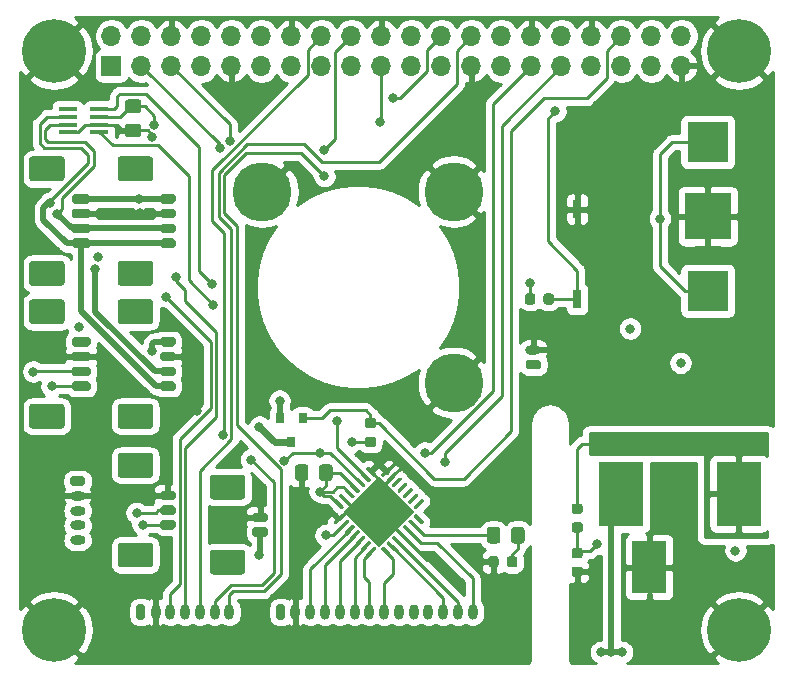
<source format=gtl>
%TF.GenerationSoftware,KiCad,Pcbnew,5.1.6*%
%TF.CreationDate,2020-09-14T14:33:22+02:00*%
%TF.ProjectId,pi-shield,70692d73-6869-4656-9c64-2e6b69636164,rev?*%
%TF.SameCoordinates,Original*%
%TF.FileFunction,Copper,L1,Top*%
%TF.FilePolarity,Positive*%
%FSLAX46Y46*%
G04 Gerber Fmt 4.6, Leading zero omitted, Abs format (unit mm)*
G04 Created by KiCad (PCBNEW 5.1.6) date 2020-09-14 14:33:22*
%MOMM*%
%LPD*%
G01*
G04 APERTURE LIST*
%TA.AperFunction,SMDPad,CuDef*%
%ADD10R,3.500000X3.500000*%
%TD*%
%TA.AperFunction,SMDPad,CuDef*%
%ADD11R,4.000000X4.000000*%
%TD*%
%TA.AperFunction,SMDPad,CuDef*%
%ADD12R,3.850000X5.500000*%
%TD*%
%TA.AperFunction,SMDPad,CuDef*%
%ADD13R,1.560000X0.400000*%
%TD*%
%TA.AperFunction,ComponentPad*%
%ADD14C,0.800000*%
%TD*%
%TA.AperFunction,ComponentPad*%
%ADD15C,5.000000*%
%TD*%
%TA.AperFunction,ComponentPad*%
%ADD16C,5.400000*%
%TD*%
%TA.AperFunction,ComponentPad*%
%ADD17R,1.700000X1.700000*%
%TD*%
%TA.AperFunction,ComponentPad*%
%ADD18O,1.700000X1.700000*%
%TD*%
%TA.AperFunction,ComponentPad*%
%ADD19O,1.300000X0.800000*%
%TD*%
%TA.AperFunction,SMDPad,CuDef*%
%ADD20C,0.100000*%
%TD*%
%TA.AperFunction,SMDPad,CuDef*%
%ADD21R,0.760000X1.600000*%
%TD*%
%TA.AperFunction,SMDPad,CuDef*%
%ADD22R,0.800000X0.900000*%
%TD*%
%TA.AperFunction,Conductor*%
%ADD23R,2.950000X4.500000*%
%TD*%
%TA.AperFunction,ViaPad*%
%ADD24C,0.600000*%
%TD*%
%TA.AperFunction,ComponentPad*%
%ADD25O,0.800000X1.300000*%
%TD*%
%TA.AperFunction,ViaPad*%
%ADD26C,0.800000*%
%TD*%
%TA.AperFunction,Conductor*%
%ADD27C,0.250000*%
%TD*%
%TA.AperFunction,Conductor*%
%ADD28C,0.500000*%
%TD*%
%TA.AperFunction,Conductor*%
%ADD29C,0.600000*%
%TD*%
%TA.AperFunction,Conductor*%
%ADD30C,0.254000*%
%TD*%
G04 APERTURE END LIST*
D10*
%TO.P,BT1,1*%
%TO.N,+BATT*%
X95350000Y-60300000D03*
X95350000Y-47700000D03*
D11*
%TO.P,BT1,2*%
%TO.N,GND*%
X95350000Y-54000000D03*
%TD*%
D12*
%TO.P,L1,2*%
%TO.N,+5V*%
X97975000Y-77500000D03*
%TO.P,L1,1*%
%TO.N,Net-(C8-Pad1)*%
X88025000Y-77500000D03*
%TD*%
D13*
%TO.P,U2,1*%
%TO.N,Net-(U1-Pad1)*%
X43850000Y-46880000D03*
%TO.P,U2,2*%
%TO.N,GND*%
X43850000Y-46230000D03*
%TO.P,U2,3*%
%TO.N,+3V3*%
X43850000Y-45570000D03*
%TO.P,U2,4*%
%TO.N,Net-(U1-Pad2)*%
X43850000Y-44920000D03*
%TO.P,U2,5*%
%TO.N,Net-(U2-Pad5)*%
X41150000Y-44920000D03*
%TO.P,U2,6*%
%TO.N,/CANL*%
X41150000Y-45570000D03*
%TO.P,U2,7*%
%TO.N,/CANH*%
X41150000Y-46230000D03*
%TO.P,U2,8*%
%TO.N,GND*%
X41150000Y-46880000D03*
%TD*%
%TO.P,C4,1*%
%TO.N,+3V3*%
%TA.AperFunction,SMDPad,CuDef*%
G36*
G01*
X46249999Y-44100000D02*
X47150001Y-44100000D01*
G75*
G02*
X47400000Y-44349999I0J-249999D01*
G01*
X47400000Y-45000001D01*
G75*
G02*
X47150001Y-45250000I-249999J0D01*
G01*
X46249999Y-45250000D01*
G75*
G02*
X46000000Y-45000001I0J249999D01*
G01*
X46000000Y-44349999D01*
G75*
G02*
X46249999Y-44100000I249999J0D01*
G01*
G37*
%TD.AperFunction*%
%TO.P,C4,2*%
%TO.N,GND*%
%TA.AperFunction,SMDPad,CuDef*%
G36*
G01*
X46249999Y-46150000D02*
X47150001Y-46150000D01*
G75*
G02*
X47400000Y-46399999I0J-249999D01*
G01*
X47400000Y-47050001D01*
G75*
G02*
X47150001Y-47300000I-249999J0D01*
G01*
X46249999Y-47300000D01*
G75*
G02*
X46000000Y-47050001I0J249999D01*
G01*
X46000000Y-46399999D01*
G75*
G02*
X46249999Y-46150000I249999J0D01*
G01*
G37*
%TD.AperFunction*%
%TD*%
%TO.P,C6,2*%
%TO.N,GND*%
%TA.AperFunction,SMDPad,CuDef*%
G36*
G01*
X61550000Y-75249999D02*
X61550000Y-76150001D01*
G75*
G02*
X61300001Y-76400000I-249999J0D01*
G01*
X60649999Y-76400000D01*
G75*
G02*
X60400000Y-76150001I0J249999D01*
G01*
X60400000Y-75249999D01*
G75*
G02*
X60649999Y-75000000I249999J0D01*
G01*
X61300001Y-75000000D01*
G75*
G02*
X61550000Y-75249999I0J-249999D01*
G01*
G37*
%TD.AperFunction*%
%TO.P,C6,1*%
%TO.N,+3V3*%
%TA.AperFunction,SMDPad,CuDef*%
G36*
G01*
X63600000Y-75249999D02*
X63600000Y-76150001D01*
G75*
G02*
X63350001Y-76400000I-249999J0D01*
G01*
X62699999Y-76400000D01*
G75*
G02*
X62450000Y-76150001I0J249999D01*
G01*
X62450000Y-75249999D01*
G75*
G02*
X62699999Y-75000000I249999J0D01*
G01*
X63350001Y-75000000D01*
G75*
G02*
X63600000Y-75249999I0J-249999D01*
G01*
G37*
%TD.AperFunction*%
%TD*%
%TO.P,D1,1*%
%TO.N,Net-(D1-Pad1)*%
%TA.AperFunction,SMDPad,CuDef*%
G36*
G01*
X79850000Y-80549999D02*
X79850000Y-81450001D01*
G75*
G02*
X79600001Y-81700000I-249999J0D01*
G01*
X78949999Y-81700000D01*
G75*
G02*
X78700000Y-81450001I0J249999D01*
G01*
X78700000Y-80549999D01*
G75*
G02*
X78949999Y-80300000I249999J0D01*
G01*
X79600001Y-80300000D01*
G75*
G02*
X79850000Y-80549999I0J-249999D01*
G01*
G37*
%TD.AperFunction*%
%TO.P,D1,2*%
%TO.N,/LED_BOARD*%
%TA.AperFunction,SMDPad,CuDef*%
G36*
G01*
X77800000Y-80549999D02*
X77800000Y-81450001D01*
G75*
G02*
X77550001Y-81700000I-249999J0D01*
G01*
X76899999Y-81700000D01*
G75*
G02*
X76650000Y-81450001I0J249999D01*
G01*
X76650000Y-80549999D01*
G75*
G02*
X76899999Y-80300000I249999J0D01*
G01*
X77550001Y-80300000D01*
G75*
G02*
X77800000Y-80549999I0J-249999D01*
G01*
G37*
%TD.AperFunction*%
%TD*%
D14*
%TO.P,H1,1*%
%TO.N,GND*%
X75175825Y-50574175D03*
X73850000Y-50025000D03*
X72524175Y-50574175D03*
X71975000Y-51900000D03*
X72524175Y-53225825D03*
X73850000Y-53775000D03*
X75175825Y-53225825D03*
X75725000Y-51900000D03*
D15*
X73850000Y-51900000D03*
%TD*%
%TO.P,H2,1*%
%TO.N,GND*%
X73850000Y-68100000D03*
D14*
X75725000Y-68100000D03*
X75175825Y-69425825D03*
X73850000Y-69975000D03*
X72524175Y-69425825D03*
X71975000Y-68100000D03*
X72524175Y-66774175D03*
X73850000Y-66225000D03*
X75175825Y-66774175D03*
%TD*%
D15*
%TO.P,H3,1*%
%TO.N,GND*%
X57650000Y-51900000D03*
D14*
X59525000Y-51900000D03*
X58975825Y-53225825D03*
X57650000Y-53775000D03*
X56324175Y-53225825D03*
X55775000Y-51900000D03*
X56324175Y-50574175D03*
X57650000Y-50025000D03*
X58975825Y-50574175D03*
%TD*%
%TO.P,H5,1*%
%TO.N,GND*%
X41431891Y-87568109D03*
X40000000Y-86975000D03*
X38568109Y-87568109D03*
X37975000Y-89000000D03*
X38568109Y-90431891D03*
X40000000Y-91025000D03*
X41431891Y-90431891D03*
X42025000Y-89000000D03*
D16*
X40000000Y-89000000D03*
%TD*%
%TO.P,H6,1*%
%TO.N,GND*%
X98000000Y-40000000D03*
D14*
X100025000Y-40000000D03*
X99431891Y-41431891D03*
X98000000Y-42025000D03*
X96568109Y-41431891D03*
X95975000Y-40000000D03*
X96568109Y-38568109D03*
X98000000Y-37975000D03*
X99431891Y-38568109D03*
%TD*%
%TO.P,H7,1*%
%TO.N,GND*%
X99431891Y-87568109D03*
X98000000Y-86975000D03*
X96568109Y-87568109D03*
X95975000Y-89000000D03*
X96568109Y-90431891D03*
X98000000Y-91025000D03*
X99431891Y-90431891D03*
X100025000Y-89000000D03*
D16*
X98000000Y-89000000D03*
%TD*%
%TO.P,H8,1*%
%TO.N,GND*%
X40000000Y-40000000D03*
D14*
X42025000Y-40000000D03*
X41431891Y-41431891D03*
X40000000Y-42025000D03*
X38568109Y-41431891D03*
X37975000Y-40000000D03*
X38568109Y-38568109D03*
X40000000Y-37975000D03*
X41431891Y-38568109D03*
%TD*%
D17*
%TO.P,J1,1*%
%TO.N,+3V3*%
X44870000Y-41270000D03*
D18*
%TO.P,J1,2*%
%TO.N,+5V*%
X44870000Y-38730000D03*
%TO.P,J1,3*%
%TO.N,/SDA*%
X47410000Y-41270000D03*
%TO.P,J1,4*%
%TO.N,+5V*%
X47410000Y-38730000D03*
%TO.P,J1,5*%
%TO.N,/SCL*%
X49950000Y-41270000D03*
%TO.P,J1,6*%
%TO.N,GND*%
X49950000Y-38730000D03*
%TO.P,J1,7*%
%TO.N,Net-(J1-Pad7)*%
X52490000Y-41270000D03*
%TO.P,J1,8*%
%TO.N,Net-(J1-Pad8)*%
X52490000Y-38730000D03*
%TO.P,J1,9*%
%TO.N,GND*%
X55030000Y-41270000D03*
%TO.P,J1,10*%
%TO.N,Net-(J1-Pad10)*%
X55030000Y-38730000D03*
%TO.P,J1,11*%
%TO.N,/BTN_START*%
X57570000Y-41270000D03*
%TO.P,J1,12*%
%TO.N,Net-(J1-Pad12)*%
X57570000Y-38730000D03*
%TO.P,J1,13*%
%TO.N,/BTN_TEAM2*%
X60110000Y-41270000D03*
%TO.P,J1,14*%
%TO.N,GND*%
X60110000Y-38730000D03*
%TO.P,J1,15*%
%TO.N,/BTN_TEAM1*%
X62650000Y-41270000D03*
%TO.P,J1,16*%
%TO.N,/LCD_RS*%
X62650000Y-38730000D03*
%TO.P,J1,17*%
%TO.N,Net-(J1-Pad17)*%
X65190000Y-41270000D03*
%TO.P,J1,18*%
%TO.N,/LCD_RST*%
X65190000Y-38730000D03*
%TO.P,J1,19*%
%TO.N,/MOSI*%
X67730000Y-41270000D03*
%TO.P,J1,20*%
%TO.N,GND*%
X67730000Y-38730000D03*
%TO.P,J1,21*%
%TO.N,/MISO*%
X70270000Y-41270000D03*
%TO.P,J1,22*%
%TO.N,/TS_INT*%
X70270000Y-38730000D03*
%TO.P,J1,23*%
%TO.N,/SCLK*%
X72810000Y-41270000D03*
%TO.P,J1,24*%
%TO.N,/CS0*%
X72810000Y-38730000D03*
%TO.P,J1,25*%
%TO.N,GND*%
X75350000Y-41270000D03*
%TO.P,J1,26*%
%TO.N,/CS1*%
X75350000Y-38730000D03*
%TO.P,J1,27*%
%TO.N,Net-(J1-Pad27)*%
X77890000Y-41270000D03*
%TO.P,J1,28*%
%TO.N,Net-(J1-Pad28)*%
X77890000Y-38730000D03*
%TO.P,J1,29*%
%TO.N,/SHDN_REQ*%
X80430000Y-41270000D03*
%TO.P,J1,30*%
%TO.N,GND*%
X80430000Y-38730000D03*
%TO.P,J1,31*%
%TO.N,/SHDN_OK*%
X82970000Y-41270000D03*
%TO.P,J1,32*%
%TO.N,/ROBOT_SELECT*%
X82970000Y-38730000D03*
%TO.P,J1,33*%
%TO.N,Net-(J1-Pad33)*%
X85510000Y-41270000D03*
%TO.P,J1,34*%
%TO.N,GND*%
X85510000Y-38730000D03*
%TO.P,J1,35*%
%TO.N,Net-(J1-Pad35)*%
X88050000Y-41270000D03*
%TO.P,J1,36*%
%TO.N,/VBUS_DIS*%
X88050000Y-38730000D03*
%TO.P,J1,37*%
%TO.N,/CAN_INT*%
X90590000Y-41270000D03*
%TO.P,J1,38*%
%TO.N,Net-(J1-Pad38)*%
X90590000Y-38730000D03*
%TO.P,J1,39*%
%TO.N,GND*%
X93130000Y-41270000D03*
%TO.P,J1,40*%
%TO.N,Net-(J1-Pad40)*%
X93130000Y-38730000D03*
%TD*%
%TO.P,J4,1*%
%TO.N,+5V*%
%TA.AperFunction,ComponentPad*%
G36*
G01*
X81050000Y-66950000D02*
X80150000Y-66950000D01*
G75*
G02*
X79950000Y-66750000I0J200000D01*
G01*
X79950000Y-66350000D01*
G75*
G02*
X80150000Y-66150000I200000J0D01*
G01*
X81050000Y-66150000D01*
G75*
G02*
X81250000Y-66350000I0J-200000D01*
G01*
X81250000Y-66750000D01*
G75*
G02*
X81050000Y-66950000I-200000J0D01*
G01*
G37*
%TD.AperFunction*%
D19*
%TO.P,J4,2*%
%TO.N,GND*%
X80600000Y-65300000D03*
%TD*%
%TO.P,U4,1*%
%TO.N,GND*%
%TA.AperFunction,SMDPad,CuDef*%
G36*
G01*
X63805367Y-80042982D02*
X63699301Y-79936916D01*
G75*
G02*
X63699301Y-79830850I53033J53033D01*
G01*
X64318019Y-79212132D01*
G75*
G02*
X64424085Y-79212132I53033J-53033D01*
G01*
X64530151Y-79318198D01*
G75*
G02*
X64530151Y-79424264I-53033J-53033D01*
G01*
X63911433Y-80042982D01*
G75*
G02*
X63805367Y-80042982I-53033J53033D01*
G01*
G37*
%TD.AperFunction*%
%TO.P,U4,2*%
%TO.N,+3V3*%
%TA.AperFunction,SMDPad,CuDef*%
G36*
G01*
X64264987Y-80502602D02*
X64158921Y-80396536D01*
G75*
G02*
X64158921Y-80290470I53033J53033D01*
G01*
X64777639Y-79671752D01*
G75*
G02*
X64883705Y-79671752I53033J-53033D01*
G01*
X64989771Y-79777818D01*
G75*
G02*
X64989771Y-79883884I-53033J-53033D01*
G01*
X64371053Y-80502602D01*
G75*
G02*
X64264987Y-80502602I-53033J53033D01*
G01*
G37*
%TD.AperFunction*%
%TO.P,U4,3*%
%TO.N,/LED_READY*%
%TA.AperFunction,SMDPad,CuDef*%
G36*
G01*
X64724606Y-80962221D02*
X64618540Y-80856155D01*
G75*
G02*
X64618540Y-80750089I53033J53033D01*
G01*
X65237258Y-80131371D01*
G75*
G02*
X65343324Y-80131371I53033J-53033D01*
G01*
X65449390Y-80237437D01*
G75*
G02*
X65449390Y-80343503I-53033J-53033D01*
G01*
X64830672Y-80962221D01*
G75*
G02*
X64724606Y-80962221I-53033J53033D01*
G01*
G37*
%TD.AperFunction*%
%TO.P,U4,4*%
%TO.N,/LED_DEBUG*%
%TA.AperFunction,SMDPad,CuDef*%
G36*
G01*
X65184226Y-81421840D02*
X65078160Y-81315774D01*
G75*
G02*
X65078160Y-81209708I53033J53033D01*
G01*
X65696878Y-80590990D01*
G75*
G02*
X65802944Y-80590990I53033J-53033D01*
G01*
X65909010Y-80697056D01*
G75*
G02*
X65909010Y-80803122I-53033J-53033D01*
G01*
X65290292Y-81421840D01*
G75*
G02*
X65184226Y-81421840I-53033J53033D01*
G01*
G37*
%TD.AperFunction*%
%TO.P,U4,5*%
%TO.N,/LED_BUS*%
%TA.AperFunction,SMDPad,CuDef*%
G36*
G01*
X65643845Y-81881460D02*
X65537779Y-81775394D01*
G75*
G02*
X65537779Y-81669328I53033J53033D01*
G01*
X66156497Y-81050610D01*
G75*
G02*
X66262563Y-81050610I53033J-53033D01*
G01*
X66368629Y-81156676D01*
G75*
G02*
X66368629Y-81262742I-53033J-53033D01*
G01*
X65749911Y-81881460D01*
G75*
G02*
X65643845Y-81881460I-53033J53033D01*
G01*
G37*
%TD.AperFunction*%
%TO.P,U4,6*%
%TO.N,/LED_COMM*%
%TA.AperFunction,SMDPad,CuDef*%
G36*
G01*
X66103464Y-82341079D02*
X65997398Y-82235013D01*
G75*
G02*
X65997398Y-82128947I53033J53033D01*
G01*
X66616116Y-81510229D01*
G75*
G02*
X66722182Y-81510229I53033J-53033D01*
G01*
X66828248Y-81616295D01*
G75*
G02*
X66828248Y-81722361I-53033J-53033D01*
G01*
X66209530Y-82341079D01*
G75*
G02*
X66103464Y-82341079I-53033J53033D01*
G01*
G37*
%TD.AperFunction*%
%TO.P,U4,7*%
%TO.N,/LED_ERROR*%
%TA.AperFunction,SMDPad,CuDef*%
G36*
G01*
X66563084Y-82800699D02*
X66457018Y-82694633D01*
G75*
G02*
X66457018Y-82588567I53033J53033D01*
G01*
X67075736Y-81969849D01*
G75*
G02*
X67181802Y-81969849I53033J-53033D01*
G01*
X67287868Y-82075915D01*
G75*
G02*
X67287868Y-82181981I-53033J-53033D01*
G01*
X66669150Y-82800699D01*
G75*
G02*
X66563084Y-82800699I-53033J53033D01*
G01*
G37*
%TD.AperFunction*%
%TO.P,U4,8*%
%TO.N,/LED_POWER*%
%TA.AperFunction,SMDPad,CuDef*%
G36*
G01*
X68330850Y-82800699D02*
X67712132Y-82181981D01*
G75*
G02*
X67712132Y-82075915I53033J53033D01*
G01*
X67818198Y-81969849D01*
G75*
G02*
X67924264Y-81969849I53033J-53033D01*
G01*
X68542982Y-82588567D01*
G75*
G02*
X68542982Y-82694633I-53033J-53033D01*
G01*
X68436916Y-82800699D01*
G75*
G02*
X68330850Y-82800699I-53033J53033D01*
G01*
G37*
%TD.AperFunction*%
%TO.P,U4,9*%
%TO.N,/LED_RGB_R*%
%TA.AperFunction,SMDPad,CuDef*%
G36*
G01*
X68790470Y-82341079D02*
X68171752Y-81722361D01*
G75*
G02*
X68171752Y-81616295I53033J53033D01*
G01*
X68277818Y-81510229D01*
G75*
G02*
X68383884Y-81510229I53033J-53033D01*
G01*
X69002602Y-82128947D01*
G75*
G02*
X69002602Y-82235013I-53033J-53033D01*
G01*
X68896536Y-82341079D01*
G75*
G02*
X68790470Y-82341079I-53033J53033D01*
G01*
G37*
%TD.AperFunction*%
%TO.P,U4,10*%
%TO.N,/LED_RGB_G*%
%TA.AperFunction,SMDPad,CuDef*%
G36*
G01*
X69250089Y-81881460D02*
X68631371Y-81262742D01*
G75*
G02*
X68631371Y-81156676I53033J53033D01*
G01*
X68737437Y-81050610D01*
G75*
G02*
X68843503Y-81050610I53033J-53033D01*
G01*
X69462221Y-81669328D01*
G75*
G02*
X69462221Y-81775394I-53033J-53033D01*
G01*
X69356155Y-81881460D01*
G75*
G02*
X69250089Y-81881460I-53033J53033D01*
G01*
G37*
%TD.AperFunction*%
%TO.P,U4,11*%
%TO.N,GND*%
%TA.AperFunction,SMDPad,CuDef*%
G36*
G01*
X69709708Y-81421840D02*
X69090990Y-80803122D01*
G75*
G02*
X69090990Y-80697056I53033J53033D01*
G01*
X69197056Y-80590990D01*
G75*
G02*
X69303122Y-80590990I53033J-53033D01*
G01*
X69921840Y-81209708D01*
G75*
G02*
X69921840Y-81315774I-53033J-53033D01*
G01*
X69815774Y-81421840D01*
G75*
G02*
X69709708Y-81421840I-53033J53033D01*
G01*
G37*
%TD.AperFunction*%
%TO.P,U4,12*%
%TO.N,/LED_RGB_B*%
%TA.AperFunction,SMDPad,CuDef*%
G36*
G01*
X70169328Y-80962221D02*
X69550610Y-80343503D01*
G75*
G02*
X69550610Y-80237437I53033J53033D01*
G01*
X69656676Y-80131371D01*
G75*
G02*
X69762742Y-80131371I53033J-53033D01*
G01*
X70381460Y-80750089D01*
G75*
G02*
X70381460Y-80856155I-53033J-53033D01*
G01*
X70275394Y-80962221D01*
G75*
G02*
X70169328Y-80962221I-53033J53033D01*
G01*
G37*
%TD.AperFunction*%
%TO.P,U4,13*%
%TO.N,/LED_BOARD*%
%TA.AperFunction,SMDPad,CuDef*%
G36*
G01*
X70628947Y-80502602D02*
X70010229Y-79883884D01*
G75*
G02*
X70010229Y-79777818I53033J53033D01*
G01*
X70116295Y-79671752D01*
G75*
G02*
X70222361Y-79671752I53033J-53033D01*
G01*
X70841079Y-80290470D01*
G75*
G02*
X70841079Y-80396536I-53033J-53033D01*
G01*
X70735013Y-80502602D01*
G75*
G02*
X70628947Y-80502602I-53033J53033D01*
G01*
G37*
%TD.AperFunction*%
%TO.P,U4,14*%
%TO.N,Net-(U4-Pad14)*%
%TA.AperFunction,SMDPad,CuDef*%
G36*
G01*
X71088567Y-80042982D02*
X70469849Y-79424264D01*
G75*
G02*
X70469849Y-79318198I53033J53033D01*
G01*
X70575915Y-79212132D01*
G75*
G02*
X70681981Y-79212132I53033J-53033D01*
G01*
X71300699Y-79830850D01*
G75*
G02*
X71300699Y-79936916I-53033J-53033D01*
G01*
X71194633Y-80042982D01*
G75*
G02*
X71088567Y-80042982I-53033J53033D01*
G01*
G37*
%TD.AperFunction*%
%TO.P,U4,15*%
%TO.N,Net-(U4-Pad15)*%
%TA.AperFunction,SMDPad,CuDef*%
G36*
G01*
X70575915Y-78787868D02*
X70469849Y-78681802D01*
G75*
G02*
X70469849Y-78575736I53033J53033D01*
G01*
X71088567Y-77957018D01*
G75*
G02*
X71194633Y-77957018I53033J-53033D01*
G01*
X71300699Y-78063084D01*
G75*
G02*
X71300699Y-78169150I-53033J-53033D01*
G01*
X70681981Y-78787868D01*
G75*
G02*
X70575915Y-78787868I-53033J53033D01*
G01*
G37*
%TD.AperFunction*%
%TO.P,U4,16*%
%TO.N,Net-(U4-Pad16)*%
%TA.AperFunction,SMDPad,CuDef*%
G36*
G01*
X70116295Y-78328248D02*
X70010229Y-78222182D01*
G75*
G02*
X70010229Y-78116116I53033J53033D01*
G01*
X70628947Y-77497398D01*
G75*
G02*
X70735013Y-77497398I53033J-53033D01*
G01*
X70841079Y-77603464D01*
G75*
G02*
X70841079Y-77709530I-53033J-53033D01*
G01*
X70222361Y-78328248D01*
G75*
G02*
X70116295Y-78328248I-53033J53033D01*
G01*
G37*
%TD.AperFunction*%
%TO.P,U4,17*%
%TO.N,Net-(U4-Pad17)*%
%TA.AperFunction,SMDPad,CuDef*%
G36*
G01*
X69656676Y-77868629D02*
X69550610Y-77762563D01*
G75*
G02*
X69550610Y-77656497I53033J53033D01*
G01*
X70169328Y-77037779D01*
G75*
G02*
X70275394Y-77037779I53033J-53033D01*
G01*
X70381460Y-77143845D01*
G75*
G02*
X70381460Y-77249911I-53033J-53033D01*
G01*
X69762742Y-77868629D01*
G75*
G02*
X69656676Y-77868629I-53033J53033D01*
G01*
G37*
%TD.AperFunction*%
%TO.P,U4,18*%
%TO.N,Net-(U4-Pad18)*%
%TA.AperFunction,SMDPad,CuDef*%
G36*
G01*
X69197056Y-77409010D02*
X69090990Y-77302944D01*
G75*
G02*
X69090990Y-77196878I53033J53033D01*
G01*
X69709708Y-76578160D01*
G75*
G02*
X69815774Y-76578160I53033J-53033D01*
G01*
X69921840Y-76684226D01*
G75*
G02*
X69921840Y-76790292I-53033J-53033D01*
G01*
X69303122Y-77409010D01*
G75*
G02*
X69197056Y-77409010I-53033J53033D01*
G01*
G37*
%TD.AperFunction*%
%TO.P,U4,19*%
%TO.N,Net-(U4-Pad19)*%
%TA.AperFunction,SMDPad,CuDef*%
G36*
G01*
X68737437Y-76949390D02*
X68631371Y-76843324D01*
G75*
G02*
X68631371Y-76737258I53033J53033D01*
G01*
X69250089Y-76118540D01*
G75*
G02*
X69356155Y-76118540I53033J-53033D01*
G01*
X69462221Y-76224606D01*
G75*
G02*
X69462221Y-76330672I-53033J-53033D01*
G01*
X68843503Y-76949390D01*
G75*
G02*
X68737437Y-76949390I-53033J53033D01*
G01*
G37*
%TD.AperFunction*%
%TO.P,U4,20*%
%TO.N,GND*%
%TA.AperFunction,SMDPad,CuDef*%
G36*
G01*
X68277818Y-76489771D02*
X68171752Y-76383705D01*
G75*
G02*
X68171752Y-76277639I53033J53033D01*
G01*
X68790470Y-75658921D01*
G75*
G02*
X68896536Y-75658921I53033J-53033D01*
G01*
X69002602Y-75764987D01*
G75*
G02*
X69002602Y-75871053I-53033J-53033D01*
G01*
X68383884Y-76489771D01*
G75*
G02*
X68277818Y-76489771I-53033J53033D01*
G01*
G37*
%TD.AperFunction*%
%TO.P,U4,21*%
%TA.AperFunction,SMDPad,CuDef*%
G36*
G01*
X67818198Y-76030151D02*
X67712132Y-75924085D01*
G75*
G02*
X67712132Y-75818019I53033J53033D01*
G01*
X68330850Y-75199301D01*
G75*
G02*
X68436916Y-75199301I53033J-53033D01*
G01*
X68542982Y-75305367D01*
G75*
G02*
X68542982Y-75411433I-53033J-53033D01*
G01*
X67924264Y-76030151D01*
G75*
G02*
X67818198Y-76030151I-53033J53033D01*
G01*
G37*
%TD.AperFunction*%
%TO.P,U4,22*%
%TA.AperFunction,SMDPad,CuDef*%
G36*
G01*
X67075736Y-76030151D02*
X66457018Y-75411433D01*
G75*
G02*
X66457018Y-75305367I53033J53033D01*
G01*
X66563084Y-75199301D01*
G75*
G02*
X66669150Y-75199301I53033J-53033D01*
G01*
X67287868Y-75818019D01*
G75*
G02*
X67287868Y-75924085I-53033J-53033D01*
G01*
X67181802Y-76030151D01*
G75*
G02*
X67075736Y-76030151I-53033J53033D01*
G01*
G37*
%TD.AperFunction*%
%TO.P,U4,23*%
%TO.N,/SCL*%
%TA.AperFunction,SMDPad,CuDef*%
G36*
G01*
X66616116Y-76489771D02*
X65997398Y-75871053D01*
G75*
G02*
X65997398Y-75764987I53033J53033D01*
G01*
X66103464Y-75658921D01*
G75*
G02*
X66209530Y-75658921I53033J-53033D01*
G01*
X66828248Y-76277639D01*
G75*
G02*
X66828248Y-76383705I-53033J-53033D01*
G01*
X66722182Y-76489771D01*
G75*
G02*
X66616116Y-76489771I-53033J53033D01*
G01*
G37*
%TD.AperFunction*%
%TO.P,U4,24*%
%TO.N,/SDA*%
%TA.AperFunction,SMDPad,CuDef*%
G36*
G01*
X66156497Y-76949390D02*
X65537779Y-76330672D01*
G75*
G02*
X65537779Y-76224606I53033J53033D01*
G01*
X65643845Y-76118540D01*
G75*
G02*
X65749911Y-76118540I53033J-53033D01*
G01*
X66368629Y-76737258D01*
G75*
G02*
X66368629Y-76843324I-53033J-53033D01*
G01*
X66262563Y-76949390D01*
G75*
G02*
X66156497Y-76949390I-53033J53033D01*
G01*
G37*
%TD.AperFunction*%
%TO.P,U4,25*%
%TO.N,+3V3*%
%TA.AperFunction,SMDPad,CuDef*%
G36*
G01*
X65696878Y-77409010D02*
X65078160Y-76790292D01*
G75*
G02*
X65078160Y-76684226I53033J53033D01*
G01*
X65184226Y-76578160D01*
G75*
G02*
X65290292Y-76578160I53033J-53033D01*
G01*
X65909010Y-77196878D01*
G75*
G02*
X65909010Y-77302944I-53033J-53033D01*
G01*
X65802944Y-77409010D01*
G75*
G02*
X65696878Y-77409010I-53033J53033D01*
G01*
G37*
%TD.AperFunction*%
%TO.P,U4,26*%
%TA.AperFunction,SMDPad,CuDef*%
G36*
G01*
X65237258Y-77868629D02*
X64618540Y-77249911D01*
G75*
G02*
X64618540Y-77143845I53033J53033D01*
G01*
X64724606Y-77037779D01*
G75*
G02*
X64830672Y-77037779I53033J-53033D01*
G01*
X65449390Y-77656497D01*
G75*
G02*
X65449390Y-77762563I-53033J-53033D01*
G01*
X65343324Y-77868629D01*
G75*
G02*
X65237258Y-77868629I-53033J53033D01*
G01*
G37*
%TD.AperFunction*%
%TO.P,U4,27*%
%TO.N,GND*%
%TA.AperFunction,SMDPad,CuDef*%
G36*
G01*
X64777639Y-78328248D02*
X64158921Y-77709530D01*
G75*
G02*
X64158921Y-77603464I53033J53033D01*
G01*
X64264987Y-77497398D01*
G75*
G02*
X64371053Y-77497398I53033J-53033D01*
G01*
X64989771Y-78116116D01*
G75*
G02*
X64989771Y-78222182I-53033J-53033D01*
G01*
X64883705Y-78328248D01*
G75*
G02*
X64777639Y-78328248I-53033J53033D01*
G01*
G37*
%TD.AperFunction*%
%TO.P,U4,28*%
%TO.N,+3V3*%
%TA.AperFunction,SMDPad,CuDef*%
G36*
G01*
X64318019Y-78787868D02*
X63699301Y-78169150D01*
G75*
G02*
X63699301Y-78063084I53033J53033D01*
G01*
X63805367Y-77957018D01*
G75*
G02*
X63911433Y-77957018I53033J-53033D01*
G01*
X64530151Y-78575736D01*
G75*
G02*
X64530151Y-78681802I-53033J-53033D01*
G01*
X64424085Y-78787868D01*
G75*
G02*
X64318019Y-78787868I-53033J53033D01*
G01*
G37*
%TD.AperFunction*%
%TA.AperFunction,SMDPad,CuDef*%
D20*
%TO.P,U4,29*%
%TO.N,GND*%
G36*
X67500000Y-82005204D02*
G01*
X64494796Y-79000000D01*
X67500000Y-75994796D01*
X70505204Y-79000000D01*
X67500000Y-82005204D01*
G37*
%TD.AperFunction*%
%TD*%
%TO.P,J5,1*%
%TO.N,+5V*%
%TA.AperFunction,ComponentPad*%
G36*
G01*
X41550000Y-76025000D02*
X42450000Y-76025000D01*
G75*
G02*
X42650000Y-76225000I0J-200000D01*
G01*
X42650000Y-76625000D01*
G75*
G02*
X42450000Y-76825000I-200000J0D01*
G01*
X41550000Y-76825000D01*
G75*
G02*
X41350000Y-76625000I0J200000D01*
G01*
X41350000Y-76225000D01*
G75*
G02*
X41550000Y-76025000I200000J0D01*
G01*
G37*
%TD.AperFunction*%
D19*
%TO.P,J5,2*%
%TO.N,GND*%
X42000000Y-77675000D03*
%TO.P,J5,3*%
%TO.N,/SCL*%
X42000000Y-78925000D03*
%TO.P,J5,4*%
%TO.N,/SDA*%
X42000000Y-80175000D03*
%TO.P,J5,5*%
%TO.N,/TS_INT*%
X42000000Y-81425000D03*
%TD*%
D21*
%TO.P,SW1,1*%
%TO.N,/ROBOT_SELECT*%
X84300000Y-61010000D03*
%TO.P,SW1,2*%
%TO.N,GND*%
X84300000Y-53390000D03*
%TD*%
%TO.P,J8,1*%
%TO.N,Net-(J8-Pad1)*%
%TA.AperFunction,SMDPad,CuDef*%
G36*
G01*
X41700000Y-64225000D02*
X42900000Y-64225000D01*
G75*
G02*
X43100000Y-64425000I0J-200000D01*
G01*
X43100000Y-64825000D01*
G75*
G02*
X42900000Y-65025000I-200000J0D01*
G01*
X41700000Y-65025000D01*
G75*
G02*
X41500000Y-64825000I0J200000D01*
G01*
X41500000Y-64425000D01*
G75*
G02*
X41700000Y-64225000I200000J0D01*
G01*
G37*
%TD.AperFunction*%
%TO.P,J8,2*%
%TO.N,GND*%
%TA.AperFunction,SMDPad,CuDef*%
G36*
G01*
X41700000Y-65475000D02*
X42900000Y-65475000D01*
G75*
G02*
X43100000Y-65675000I0J-200000D01*
G01*
X43100000Y-66075000D01*
G75*
G02*
X42900000Y-66275000I-200000J0D01*
G01*
X41700000Y-66275000D01*
G75*
G02*
X41500000Y-66075000I0J200000D01*
G01*
X41500000Y-65675000D01*
G75*
G02*
X41700000Y-65475000I200000J0D01*
G01*
G37*
%TD.AperFunction*%
%TO.P,J8,3*%
%TO.N,/UART_TX*%
%TA.AperFunction,SMDPad,CuDef*%
G36*
G01*
X41700000Y-66725000D02*
X42900000Y-66725000D01*
G75*
G02*
X43100000Y-66925000I0J-200000D01*
G01*
X43100000Y-67325000D01*
G75*
G02*
X42900000Y-67525000I-200000J0D01*
G01*
X41700000Y-67525000D01*
G75*
G02*
X41500000Y-67325000I0J200000D01*
G01*
X41500000Y-66925000D01*
G75*
G02*
X41700000Y-66725000I200000J0D01*
G01*
G37*
%TD.AperFunction*%
%TO.P,J8,4*%
%TO.N,/UART_RX*%
%TA.AperFunction,SMDPad,CuDef*%
G36*
G01*
X41700000Y-67975000D02*
X42900000Y-67975000D01*
G75*
G02*
X43100000Y-68175000I0J-200000D01*
G01*
X43100000Y-68575000D01*
G75*
G02*
X42900000Y-68775000I-200000J0D01*
G01*
X41700000Y-68775000D01*
G75*
G02*
X41500000Y-68575000I0J200000D01*
G01*
X41500000Y-68175000D01*
G75*
G02*
X41700000Y-67975000I200000J0D01*
G01*
G37*
%TD.AperFunction*%
%TO.P,J8,MP*%
%TO.N,N/C*%
%TA.AperFunction,SMDPad,CuDef*%
G36*
G01*
X38150000Y-61025000D02*
X40650000Y-61025000D01*
G75*
G02*
X40900000Y-61275000I0J-250000D01*
G01*
X40900000Y-62875000D01*
G75*
G02*
X40650000Y-63125000I-250000J0D01*
G01*
X38150000Y-63125000D01*
G75*
G02*
X37900000Y-62875000I0J250000D01*
G01*
X37900000Y-61275000D01*
G75*
G02*
X38150000Y-61025000I250000J0D01*
G01*
G37*
%TD.AperFunction*%
%TA.AperFunction,SMDPad,CuDef*%
G36*
G01*
X38150000Y-69875000D02*
X40650000Y-69875000D01*
G75*
G02*
X40900000Y-70125000I0J-250000D01*
G01*
X40900000Y-71725000D01*
G75*
G02*
X40650000Y-71975000I-250000J0D01*
G01*
X38150000Y-71975000D01*
G75*
G02*
X37900000Y-71725000I0J250000D01*
G01*
X37900000Y-70125000D01*
G75*
G02*
X38150000Y-69875000I250000J0D01*
G01*
G37*
%TD.AperFunction*%
%TD*%
%TO.P,J9,MP*%
%TO.N,N/C*%
%TA.AperFunction,SMDPad,CuDef*%
G36*
G01*
X38150000Y-57775000D02*
X40650000Y-57775000D01*
G75*
G02*
X40900000Y-58025000I0J-250000D01*
G01*
X40900000Y-59625000D01*
G75*
G02*
X40650000Y-59875000I-250000J0D01*
G01*
X38150000Y-59875000D01*
G75*
G02*
X37900000Y-59625000I0J250000D01*
G01*
X37900000Y-58025000D01*
G75*
G02*
X38150000Y-57775000I250000J0D01*
G01*
G37*
%TD.AperFunction*%
%TA.AperFunction,SMDPad,CuDef*%
G36*
G01*
X38150000Y-48925000D02*
X40650000Y-48925000D01*
G75*
G02*
X40900000Y-49175000I0J-250000D01*
G01*
X40900000Y-50775000D01*
G75*
G02*
X40650000Y-51025000I-250000J0D01*
G01*
X38150000Y-51025000D01*
G75*
G02*
X37900000Y-50775000I0J250000D01*
G01*
X37900000Y-49175000D01*
G75*
G02*
X38150000Y-48925000I250000J0D01*
G01*
G37*
%TD.AperFunction*%
%TO.P,J9,4*%
%TO.N,/CANL*%
%TA.AperFunction,SMDPad,CuDef*%
G36*
G01*
X41700000Y-55875000D02*
X42900000Y-55875000D01*
G75*
G02*
X43100000Y-56075000I0J-200000D01*
G01*
X43100000Y-56475000D01*
G75*
G02*
X42900000Y-56675000I-200000J0D01*
G01*
X41700000Y-56675000D01*
G75*
G02*
X41500000Y-56475000I0J200000D01*
G01*
X41500000Y-56075000D01*
G75*
G02*
X41700000Y-55875000I200000J0D01*
G01*
G37*
%TD.AperFunction*%
%TO.P,J9,3*%
%TO.N,/CANH*%
%TA.AperFunction,SMDPad,CuDef*%
G36*
G01*
X41700000Y-54625000D02*
X42900000Y-54625000D01*
G75*
G02*
X43100000Y-54825000I0J-200000D01*
G01*
X43100000Y-55225000D01*
G75*
G02*
X42900000Y-55425000I-200000J0D01*
G01*
X41700000Y-55425000D01*
G75*
G02*
X41500000Y-55225000I0J200000D01*
G01*
X41500000Y-54825000D01*
G75*
G02*
X41700000Y-54625000I200000J0D01*
G01*
G37*
%TD.AperFunction*%
%TO.P,J9,2*%
%TO.N,GND*%
%TA.AperFunction,SMDPad,CuDef*%
G36*
G01*
X41700000Y-53375000D02*
X42900000Y-53375000D01*
G75*
G02*
X43100000Y-53575000I0J-200000D01*
G01*
X43100000Y-53975000D01*
G75*
G02*
X42900000Y-54175000I-200000J0D01*
G01*
X41700000Y-54175000D01*
G75*
G02*
X41500000Y-53975000I0J200000D01*
G01*
X41500000Y-53575000D01*
G75*
G02*
X41700000Y-53375000I200000J0D01*
G01*
G37*
%TD.AperFunction*%
%TO.P,J9,1*%
%TO.N,VBUS*%
%TA.AperFunction,SMDPad,CuDef*%
G36*
G01*
X41700000Y-52125000D02*
X42900000Y-52125000D01*
G75*
G02*
X43100000Y-52325000I0J-200000D01*
G01*
X43100000Y-52725000D01*
G75*
G02*
X42900000Y-52925000I-200000J0D01*
G01*
X41700000Y-52925000D01*
G75*
G02*
X41500000Y-52725000I0J200000D01*
G01*
X41500000Y-52325000D01*
G75*
G02*
X41700000Y-52125000I200000J0D01*
G01*
G37*
%TD.AperFunction*%
%TD*%
D22*
%TO.P,Q1,1*%
%TO.N,/VBUS_DIS*%
X61050000Y-71100000D03*
%TO.P,Q1,2*%
%TO.N,+5V*%
X59150000Y-71100000D03*
%TO.P,Q1,3*%
%TO.N,VBUS*%
X60100000Y-73100000D03*
%TD*%
D23*
%TO.N,GND*%
%TO.C,U5*%
X90400000Y-83700000D03*
D24*
X89800000Y-85500000D03*
X89800000Y-84300000D03*
X91000000Y-84300000D03*
X91000000Y-85500000D03*
X89800000Y-81900000D03*
X89800000Y-83000000D03*
X91000000Y-83000000D03*
X91000000Y-81900000D03*
%TD*%
%TO.P,J2,1*%
%TO.N,VBUS*%
%TA.AperFunction,SMDPad,CuDef*%
G36*
G01*
X49200000Y-52125000D02*
X50100000Y-52125000D01*
G75*
G02*
X50300000Y-52325000I0J-200000D01*
G01*
X50300000Y-52725000D01*
G75*
G02*
X50100000Y-52925000I-200000J0D01*
G01*
X49200000Y-52925000D01*
G75*
G02*
X49000000Y-52725000I0J200000D01*
G01*
X49000000Y-52325000D01*
G75*
G02*
X49200000Y-52125000I200000J0D01*
G01*
G37*
%TD.AperFunction*%
%TO.P,J2,2*%
%TO.N,GND*%
%TA.AperFunction,SMDPad,CuDef*%
G36*
G01*
X49200000Y-53375000D02*
X50100000Y-53375000D01*
G75*
G02*
X50300000Y-53575000I0J-200000D01*
G01*
X50300000Y-53975000D01*
G75*
G02*
X50100000Y-54175000I-200000J0D01*
G01*
X49200000Y-54175000D01*
G75*
G02*
X49000000Y-53975000I0J200000D01*
G01*
X49000000Y-53575000D01*
G75*
G02*
X49200000Y-53375000I200000J0D01*
G01*
G37*
%TD.AperFunction*%
%TO.P,J2,3*%
%TO.N,/CANH*%
%TA.AperFunction,SMDPad,CuDef*%
G36*
G01*
X49200000Y-54625000D02*
X50100000Y-54625000D01*
G75*
G02*
X50300000Y-54825000I0J-200000D01*
G01*
X50300000Y-55225000D01*
G75*
G02*
X50100000Y-55425000I-200000J0D01*
G01*
X49200000Y-55425000D01*
G75*
G02*
X49000000Y-55225000I0J200000D01*
G01*
X49000000Y-54825000D01*
G75*
G02*
X49200000Y-54625000I200000J0D01*
G01*
G37*
%TD.AperFunction*%
%TO.P,J2,4*%
%TO.N,/CANL*%
%TA.AperFunction,SMDPad,CuDef*%
G36*
G01*
X49200000Y-55875000D02*
X50100000Y-55875000D01*
G75*
G02*
X50300000Y-56075000I0J-200000D01*
G01*
X50300000Y-56475000D01*
G75*
G02*
X50100000Y-56675000I-200000J0D01*
G01*
X49200000Y-56675000D01*
G75*
G02*
X49000000Y-56475000I0J200000D01*
G01*
X49000000Y-56075000D01*
G75*
G02*
X49200000Y-55875000I200000J0D01*
G01*
G37*
%TD.AperFunction*%
%TO.P,J2,MP*%
%TO.N,N/C*%
%TA.AperFunction,SMDPad,CuDef*%
G36*
G01*
X45650000Y-48925000D02*
X48150000Y-48925000D01*
G75*
G02*
X48400000Y-49175000I0J-250000D01*
G01*
X48400000Y-50775000D01*
G75*
G02*
X48150000Y-51025000I-250000J0D01*
G01*
X45650000Y-51025000D01*
G75*
G02*
X45400000Y-50775000I0J250000D01*
G01*
X45400000Y-49175000D01*
G75*
G02*
X45650000Y-48925000I250000J0D01*
G01*
G37*
%TD.AperFunction*%
%TA.AperFunction,SMDPad,CuDef*%
G36*
G01*
X45650000Y-57775000D02*
X48150000Y-57775000D01*
G75*
G02*
X48400000Y-58025000I0J-250000D01*
G01*
X48400000Y-59625000D01*
G75*
G02*
X48150000Y-59875000I-250000J0D01*
G01*
X45650000Y-59875000D01*
G75*
G02*
X45400000Y-59625000I0J250000D01*
G01*
X45400000Y-58025000D01*
G75*
G02*
X45650000Y-57775000I250000J0D01*
G01*
G37*
%TD.AperFunction*%
%TD*%
%TO.P,J3,MP*%
%TO.N,N/C*%
%TA.AperFunction,SMDPad,CuDef*%
G36*
G01*
X45650000Y-69875000D02*
X48150000Y-69875000D01*
G75*
G02*
X48400000Y-70125000I0J-250000D01*
G01*
X48400000Y-71725000D01*
G75*
G02*
X48150000Y-71975000I-250000J0D01*
G01*
X45650000Y-71975000D01*
G75*
G02*
X45400000Y-71725000I0J250000D01*
G01*
X45400000Y-70125000D01*
G75*
G02*
X45650000Y-69875000I250000J0D01*
G01*
G37*
%TD.AperFunction*%
%TA.AperFunction,SMDPad,CuDef*%
G36*
G01*
X45650000Y-61025000D02*
X48150000Y-61025000D01*
G75*
G02*
X48400000Y-61275000I0J-250000D01*
G01*
X48400000Y-62875000D01*
G75*
G02*
X48150000Y-63125000I-250000J0D01*
G01*
X45650000Y-63125000D01*
G75*
G02*
X45400000Y-62875000I0J250000D01*
G01*
X45400000Y-61275000D01*
G75*
G02*
X45650000Y-61025000I250000J0D01*
G01*
G37*
%TD.AperFunction*%
%TO.P,J3,4*%
%TO.N,/CANL*%
%TA.AperFunction,SMDPad,CuDef*%
G36*
G01*
X49200000Y-67975000D02*
X50100000Y-67975000D01*
G75*
G02*
X50300000Y-68175000I0J-200000D01*
G01*
X50300000Y-68575000D01*
G75*
G02*
X50100000Y-68775000I-200000J0D01*
G01*
X49200000Y-68775000D01*
G75*
G02*
X49000000Y-68575000I0J200000D01*
G01*
X49000000Y-68175000D01*
G75*
G02*
X49200000Y-67975000I200000J0D01*
G01*
G37*
%TD.AperFunction*%
%TO.P,J3,3*%
%TO.N,/CANH*%
%TA.AperFunction,SMDPad,CuDef*%
G36*
G01*
X49200000Y-66725000D02*
X50100000Y-66725000D01*
G75*
G02*
X50300000Y-66925000I0J-200000D01*
G01*
X50300000Y-67325000D01*
G75*
G02*
X50100000Y-67525000I-200000J0D01*
G01*
X49200000Y-67525000D01*
G75*
G02*
X49000000Y-67325000I0J200000D01*
G01*
X49000000Y-66925000D01*
G75*
G02*
X49200000Y-66725000I200000J0D01*
G01*
G37*
%TD.AperFunction*%
%TO.P,J3,2*%
%TO.N,GND*%
%TA.AperFunction,SMDPad,CuDef*%
G36*
G01*
X49200000Y-65475000D02*
X50100000Y-65475000D01*
G75*
G02*
X50300000Y-65675000I0J-200000D01*
G01*
X50300000Y-66075000D01*
G75*
G02*
X50100000Y-66275000I-200000J0D01*
G01*
X49200000Y-66275000D01*
G75*
G02*
X49000000Y-66075000I0J200000D01*
G01*
X49000000Y-65675000D01*
G75*
G02*
X49200000Y-65475000I200000J0D01*
G01*
G37*
%TD.AperFunction*%
%TO.P,J3,1*%
%TO.N,VBUS*%
%TA.AperFunction,SMDPad,CuDef*%
G36*
G01*
X49200000Y-64225000D02*
X50100000Y-64225000D01*
G75*
G02*
X50300000Y-64425000I0J-200000D01*
G01*
X50300000Y-64825000D01*
G75*
G02*
X50100000Y-65025000I-200000J0D01*
G01*
X49200000Y-65025000D01*
G75*
G02*
X49000000Y-64825000I0J200000D01*
G01*
X49000000Y-64425000D01*
G75*
G02*
X49200000Y-64225000I200000J0D01*
G01*
G37*
%TD.AperFunction*%
%TD*%
%TO.P,J6,1*%
%TO.N,+5V*%
%TA.AperFunction,ComponentPad*%
G36*
G01*
X46950000Y-87950000D02*
X46950000Y-87050000D01*
G75*
G02*
X47150000Y-86850000I200000J0D01*
G01*
X47550000Y-86850000D01*
G75*
G02*
X47750000Y-87050000I0J-200000D01*
G01*
X47750000Y-87950000D01*
G75*
G02*
X47550000Y-88150000I-200000J0D01*
G01*
X47150000Y-88150000D01*
G75*
G02*
X46950000Y-87950000I0J200000D01*
G01*
G37*
%TD.AperFunction*%
D25*
%TO.P,J6,2*%
%TO.N,GND*%
X48600000Y-87500000D03*
%TO.P,J6,3*%
%TO.N,/MOSI*%
X49850000Y-87500000D03*
%TO.P,J6,4*%
%TO.N,/SCLK*%
X51100000Y-87500000D03*
%TO.P,J6,5*%
%TO.N,/CS1*%
X52350000Y-87500000D03*
%TO.P,J6,6*%
%TO.N,/LCD_RS*%
X53600000Y-87500000D03*
%TO.P,J6,7*%
%TO.N,/LCD_RST*%
X54850000Y-87500000D03*
%TD*%
%TO.P,J7,1*%
%TO.N,+5V*%
%TA.AperFunction,ComponentPad*%
G36*
G01*
X58800000Y-87950000D02*
X58800000Y-87050000D01*
G75*
G02*
X59000000Y-86850000I200000J0D01*
G01*
X59400000Y-86850000D01*
G75*
G02*
X59600000Y-87050000I0J-200000D01*
G01*
X59600000Y-87950000D01*
G75*
G02*
X59400000Y-88150000I-200000J0D01*
G01*
X59000000Y-88150000D01*
G75*
G02*
X58800000Y-87950000I0J200000D01*
G01*
G37*
%TD.AperFunction*%
%TO.P,J7,2*%
%TO.N,GND*%
X60450000Y-87500000D03*
%TO.P,J7,3*%
%TO.N,/LED_READY*%
X61700000Y-87500000D03*
%TO.P,J7,4*%
%TO.N,/LED_DEBUG*%
X62950000Y-87500000D03*
%TO.P,J7,5*%
%TO.N,/LED_BUS*%
X64200000Y-87500000D03*
%TO.P,J7,6*%
%TO.N,/LED_COMM*%
X65450000Y-87500000D03*
%TO.P,J7,7*%
%TO.N,/LED_ERROR*%
X66700000Y-87500000D03*
%TO.P,J7,8*%
%TO.N,/LED_POWER*%
X67950000Y-87500000D03*
%TO.P,J7,9*%
%TO.N,/BTN_TEAM1*%
X69200000Y-87500000D03*
%TO.P,J7,10*%
%TO.N,/BTN_TEAM2*%
X70450000Y-87500000D03*
%TO.P,J7,11*%
%TO.N,/BTN_START*%
X71700000Y-87500000D03*
%TO.P,J7,12*%
%TO.N,/LED_RGB_R*%
X72950000Y-87500000D03*
%TO.P,J7,13*%
%TO.N,/LED_RGB_G*%
X74200000Y-87500000D03*
%TO.P,J7,14*%
%TO.N,/LED_RGB_B*%
X75450000Y-87500000D03*
%TD*%
%TO.P,J11,1*%
%TO.N,GND*%
%TA.AperFunction,SMDPad,CuDef*%
G36*
G01*
X57000000Y-79075000D02*
X57900000Y-79075000D01*
G75*
G02*
X58100000Y-79275000I0J-200000D01*
G01*
X58100000Y-79675000D01*
G75*
G02*
X57900000Y-79875000I-200000J0D01*
G01*
X57000000Y-79875000D01*
G75*
G02*
X56800000Y-79675000I0J200000D01*
G01*
X56800000Y-79275000D01*
G75*
G02*
X57000000Y-79075000I200000J0D01*
G01*
G37*
%TD.AperFunction*%
%TO.P,J11,2*%
%TO.N,+12V*%
%TA.AperFunction,SMDPad,CuDef*%
G36*
G01*
X57000000Y-80325000D02*
X57900000Y-80325000D01*
G75*
G02*
X58100000Y-80525000I0J-200000D01*
G01*
X58100000Y-80925000D01*
G75*
G02*
X57900000Y-81125000I-200000J0D01*
G01*
X57000000Y-81125000D01*
G75*
G02*
X56800000Y-80925000I0J200000D01*
G01*
X56800000Y-80525000D01*
G75*
G02*
X57000000Y-80325000I200000J0D01*
G01*
G37*
%TD.AperFunction*%
%TO.P,J11,MP*%
%TO.N,N/C*%
%TA.AperFunction,SMDPad,CuDef*%
G36*
G01*
X53450000Y-75875000D02*
X55950000Y-75875000D01*
G75*
G02*
X56200000Y-76125000I0J-250000D01*
G01*
X56200000Y-77725000D01*
G75*
G02*
X55950000Y-77975000I-250000J0D01*
G01*
X53450000Y-77975000D01*
G75*
G02*
X53200000Y-77725000I0J250000D01*
G01*
X53200000Y-76125000D01*
G75*
G02*
X53450000Y-75875000I250000J0D01*
G01*
G37*
%TD.AperFunction*%
%TA.AperFunction,SMDPad,CuDef*%
G36*
G01*
X53450000Y-82225000D02*
X55950000Y-82225000D01*
G75*
G02*
X56200000Y-82475000I0J-250000D01*
G01*
X56200000Y-84075000D01*
G75*
G02*
X55950000Y-84325000I-250000J0D01*
G01*
X53450000Y-84325000D01*
G75*
G02*
X53200000Y-84075000I0J250000D01*
G01*
X53200000Y-82475000D01*
G75*
G02*
X53450000Y-82225000I250000J0D01*
G01*
G37*
%TD.AperFunction*%
%TD*%
%TO.P,R10,1*%
%TO.N,+3V3*%
%TA.AperFunction,SMDPad,CuDef*%
G36*
G01*
X67056250Y-73525000D02*
X66543750Y-73525000D01*
G75*
G02*
X66325000Y-73306250I0J218750D01*
G01*
X66325000Y-72868750D01*
G75*
G02*
X66543750Y-72650000I218750J0D01*
G01*
X67056250Y-72650000D01*
G75*
G02*
X67275000Y-72868750I0J-218750D01*
G01*
X67275000Y-73306250D01*
G75*
G02*
X67056250Y-73525000I-218750J0D01*
G01*
G37*
%TD.AperFunction*%
%TO.P,R10,2*%
%TO.N,/VBUS_DIS*%
%TA.AperFunction,SMDPad,CuDef*%
G36*
G01*
X67056250Y-71950000D02*
X66543750Y-71950000D01*
G75*
G02*
X66325000Y-71731250I0J218750D01*
G01*
X66325000Y-71293750D01*
G75*
G02*
X66543750Y-71075000I218750J0D01*
G01*
X67056250Y-71075000D01*
G75*
G02*
X67275000Y-71293750I0J-218750D01*
G01*
X67275000Y-71731250D01*
G75*
G02*
X67056250Y-71950000I-218750J0D01*
G01*
G37*
%TD.AperFunction*%
%TD*%
%TO.P,R2,1*%
%TO.N,+3V3*%
%TA.AperFunction,SMDPad,CuDef*%
G36*
G01*
X79875000Y-61256250D02*
X79875000Y-60743750D01*
G75*
G02*
X80093750Y-60525000I218750J0D01*
G01*
X80531250Y-60525000D01*
G75*
G02*
X80750000Y-60743750I0J-218750D01*
G01*
X80750000Y-61256250D01*
G75*
G02*
X80531250Y-61475000I-218750J0D01*
G01*
X80093750Y-61475000D01*
G75*
G02*
X79875000Y-61256250I0J218750D01*
G01*
G37*
%TD.AperFunction*%
%TO.P,R2,2*%
%TO.N,/ROBOT_SELECT*%
%TA.AperFunction,SMDPad,CuDef*%
G36*
G01*
X81450000Y-61256250D02*
X81450000Y-60743750D01*
G75*
G02*
X81668750Y-60525000I218750J0D01*
G01*
X82106250Y-60525000D01*
G75*
G02*
X82325000Y-60743750I0J-218750D01*
G01*
X82325000Y-61256250D01*
G75*
G02*
X82106250Y-61475000I-218750J0D01*
G01*
X81668750Y-61475000D01*
G75*
G02*
X81450000Y-61256250I0J218750D01*
G01*
G37*
%TD.AperFunction*%
%TD*%
%TO.P,R3,1*%
%TO.N,Net-(D1-Pad1)*%
%TA.AperFunction,SMDPad,CuDef*%
G36*
G01*
X79225000Y-82993750D02*
X79225000Y-83506250D01*
G75*
G02*
X79006250Y-83725000I-218750J0D01*
G01*
X78568750Y-83725000D01*
G75*
G02*
X78350000Y-83506250I0J218750D01*
G01*
X78350000Y-82993750D01*
G75*
G02*
X78568750Y-82775000I218750J0D01*
G01*
X79006250Y-82775000D01*
G75*
G02*
X79225000Y-82993750I0J-218750D01*
G01*
G37*
%TD.AperFunction*%
%TO.P,R3,2*%
%TO.N,GND*%
%TA.AperFunction,SMDPad,CuDef*%
G36*
G01*
X77650000Y-82993750D02*
X77650000Y-83506250D01*
G75*
G02*
X77431250Y-83725000I-218750J0D01*
G01*
X76993750Y-83725000D01*
G75*
G02*
X76775000Y-83506250I0J218750D01*
G01*
X76775000Y-82993750D01*
G75*
G02*
X76993750Y-82775000I218750J0D01*
G01*
X77431250Y-82775000D01*
G75*
G02*
X77650000Y-82993750I0J-218750D01*
G01*
G37*
%TD.AperFunction*%
%TD*%
%TO.P,R4,2*%
%TO.N,Net-(R4-Pad2)*%
%TA.AperFunction,SMDPad,CuDef*%
G36*
G01*
X84043750Y-79900000D02*
X84556250Y-79900000D01*
G75*
G02*
X84775000Y-80118750I0J-218750D01*
G01*
X84775000Y-80556250D01*
G75*
G02*
X84556250Y-80775000I-218750J0D01*
G01*
X84043750Y-80775000D01*
G75*
G02*
X83825000Y-80556250I0J218750D01*
G01*
X83825000Y-80118750D01*
G75*
G02*
X84043750Y-79900000I218750J0D01*
G01*
G37*
%TD.AperFunction*%
%TO.P,R4,1*%
%TO.N,+5V*%
%TA.AperFunction,SMDPad,CuDef*%
G36*
G01*
X84043750Y-78325000D02*
X84556250Y-78325000D01*
G75*
G02*
X84775000Y-78543750I0J-218750D01*
G01*
X84775000Y-78981250D01*
G75*
G02*
X84556250Y-79200000I-218750J0D01*
G01*
X84043750Y-79200000D01*
G75*
G02*
X83825000Y-78981250I0J218750D01*
G01*
X83825000Y-78543750D01*
G75*
G02*
X84043750Y-78325000I218750J0D01*
G01*
G37*
%TD.AperFunction*%
%TD*%
%TO.P,R5,1*%
%TO.N,Net-(R4-Pad2)*%
%TA.AperFunction,SMDPad,CuDef*%
G36*
G01*
X84043750Y-82075000D02*
X84556250Y-82075000D01*
G75*
G02*
X84775000Y-82293750I0J-218750D01*
G01*
X84775000Y-82731250D01*
G75*
G02*
X84556250Y-82950000I-218750J0D01*
G01*
X84043750Y-82950000D01*
G75*
G02*
X83825000Y-82731250I0J218750D01*
G01*
X83825000Y-82293750D01*
G75*
G02*
X84043750Y-82075000I218750J0D01*
G01*
G37*
%TD.AperFunction*%
%TO.P,R5,2*%
%TO.N,GND*%
%TA.AperFunction,SMDPad,CuDef*%
G36*
G01*
X84043750Y-83650000D02*
X84556250Y-83650000D01*
G75*
G02*
X84775000Y-83868750I0J-218750D01*
G01*
X84775000Y-84306250D01*
G75*
G02*
X84556250Y-84525000I-218750J0D01*
G01*
X84043750Y-84525000D01*
G75*
G02*
X83825000Y-84306250I0J218750D01*
G01*
X83825000Y-83868750D01*
G75*
G02*
X84043750Y-83650000I218750J0D01*
G01*
G37*
%TD.AperFunction*%
%TD*%
%TO.P,J12,1*%
%TO.N,GND*%
%TA.AperFunction,SMDPad,CuDef*%
G36*
G01*
X49200000Y-77225000D02*
X50100000Y-77225000D01*
G75*
G02*
X50300000Y-77425000I0J-200000D01*
G01*
X50300000Y-77825000D01*
G75*
G02*
X50100000Y-78025000I-200000J0D01*
G01*
X49200000Y-78025000D01*
G75*
G02*
X49000000Y-77825000I0J200000D01*
G01*
X49000000Y-77425000D01*
G75*
G02*
X49200000Y-77225000I200000J0D01*
G01*
G37*
%TD.AperFunction*%
%TO.P,J12,2*%
%TO.N,/SHDN_REQ*%
%TA.AperFunction,SMDPad,CuDef*%
G36*
G01*
X49200000Y-78475000D02*
X50100000Y-78475000D01*
G75*
G02*
X50300000Y-78675000I0J-200000D01*
G01*
X50300000Y-79075000D01*
G75*
G02*
X50100000Y-79275000I-200000J0D01*
G01*
X49200000Y-79275000D01*
G75*
G02*
X49000000Y-79075000I0J200000D01*
G01*
X49000000Y-78675000D01*
G75*
G02*
X49200000Y-78475000I200000J0D01*
G01*
G37*
%TD.AperFunction*%
%TO.P,J12,3*%
%TO.N,/SHDN_OK*%
%TA.AperFunction,SMDPad,CuDef*%
G36*
G01*
X49200000Y-79725000D02*
X50100000Y-79725000D01*
G75*
G02*
X50300000Y-79925000I0J-200000D01*
G01*
X50300000Y-80325000D01*
G75*
G02*
X50100000Y-80525000I-200000J0D01*
G01*
X49200000Y-80525000D01*
G75*
G02*
X49000000Y-80325000I0J200000D01*
G01*
X49000000Y-79925000D01*
G75*
G02*
X49200000Y-79725000I200000J0D01*
G01*
G37*
%TD.AperFunction*%
%TO.P,J12,MP*%
%TO.N,N/C*%
%TA.AperFunction,SMDPad,CuDef*%
G36*
G01*
X45650000Y-74025000D02*
X48150000Y-74025000D01*
G75*
G02*
X48400000Y-74275000I0J-250000D01*
G01*
X48400000Y-75875000D01*
G75*
G02*
X48150000Y-76125000I-250000J0D01*
G01*
X45650000Y-76125000D01*
G75*
G02*
X45400000Y-75875000I0J250000D01*
G01*
X45400000Y-74275000D01*
G75*
G02*
X45650000Y-74025000I250000J0D01*
G01*
G37*
%TD.AperFunction*%
%TA.AperFunction,SMDPad,CuDef*%
G36*
G01*
X45650000Y-81625000D02*
X48150000Y-81625000D01*
G75*
G02*
X48400000Y-81875000I0J-250000D01*
G01*
X48400000Y-83475000D01*
G75*
G02*
X48150000Y-83725000I-250000J0D01*
G01*
X45650000Y-83725000D01*
G75*
G02*
X45400000Y-83475000I0J250000D01*
G01*
X45400000Y-81875000D01*
G75*
G02*
X45650000Y-81625000I250000J0D01*
G01*
G37*
%TD.AperFunction*%
%TD*%
D26*
%TO.N,GND*%
X44100000Y-90900000D03*
X78800000Y-89600000D03*
X97700000Y-66900000D03*
X87800000Y-57200000D03*
X74300000Y-45300000D03*
X75200000Y-62300000D03*
X68500000Y-69100000D03*
X58000000Y-66600000D03*
X38400000Y-84500000D03*
X88900000Y-46500000D03*
X77500000Y-76600000D03*
X54900000Y-81100000D03*
X54700000Y-74800000D03*
X47300000Y-53700000D03*
X69400000Y-74900000D03*
X67500000Y-79000000D03*
X72425000Y-83100000D03*
X85800000Y-88500000D03*
X52072695Y-70472695D03*
X48300000Y-47300000D03*
%TO.N,+3V3*%
X62500000Y-77300000D03*
X63000000Y-81000000D03*
X42100000Y-63400000D03*
X48500000Y-46300000D03*
X88787500Y-63512500D03*
X80300000Y-59650000D03*
X93050000Y-66400000D03*
X65200000Y-73100000D03*
%TO.N,+5V*%
X86250000Y-73250000D03*
X87250000Y-73250000D03*
X88250000Y-73250000D03*
X89250000Y-73250000D03*
X59100000Y-69600000D03*
%TO.N,/SDA*%
X62500000Y-74000000D03*
X54051992Y-48230005D03*
X59500000Y-74700000D03*
%TO.N,/SCL*%
X54887340Y-47587340D03*
X64000000Y-71300000D03*
%TO.N,/UART_TX*%
X38250000Y-67150000D03*
%TO.N,/UART_RX*%
X39803244Y-68400000D03*
%TO.N,/LCD_RS*%
X56700000Y-74600000D03*
X54300000Y-72500000D03*
%TO.N,/LCD_RST*%
X62900000Y-50600000D03*
X62900000Y-48399996D03*
%TO.N,/MOSI*%
X49500000Y-60800000D03*
X67600000Y-46000000D03*
%TO.N,/SCLK*%
X50300000Y-59100000D03*
%TO.N,/CS0*%
X68750000Y-44000008D03*
%TO.N,/SHDN_REQ*%
X47000000Y-79100000D03*
X71399992Y-74000000D03*
%TO.N,/SHDN_OK*%
X73100000Y-74800000D03*
X47500000Y-80100000D03*
%TO.N,/ROBOT_SELECT*%
X82450000Y-45100000D03*
%TO.N,Net-(U1-Pad1)*%
X53500000Y-61500000D03*
%TO.N,Net-(U1-Pad2)*%
X53400000Y-59700000D03*
%TO.N,+BATT*%
X91300000Y-54200000D03*
%TO.N,/CANL*%
X39673171Y-52829883D03*
%TO.N,/CANH*%
X43500000Y-58500000D03*
X40300000Y-53800000D03*
%TO.N,VBUS*%
X48300000Y-65400000D03*
X47200000Y-52525000D03*
X43700000Y-57400000D03*
X57400000Y-71800000D03*
%TO.N,+12V*%
X97700000Y-82300000D03*
X57400000Y-82700000D03*
%TO.N,Net-(C8-Pad1)*%
X86300000Y-90900000D03*
X88100000Y-90900000D03*
X87200000Y-90900000D03*
%TO.N,Net-(R4-Pad2)*%
X86000000Y-81750000D03*
%TD*%
D27*
%TO.N,GND*%
X65661523Y-79000000D02*
X67500000Y-79000000D01*
X64574346Y-77912823D02*
X65661523Y-79000000D01*
X64742283Y-79000000D02*
X67500000Y-79000000D01*
X64114726Y-79627557D02*
X64742283Y-79000000D01*
X67500000Y-77161523D02*
X67500000Y-79000000D01*
X68587177Y-76074346D02*
X67500000Y-77161523D01*
X68127557Y-78372443D02*
X67500000Y-79000000D01*
X69400000Y-75261523D02*
X68587177Y-76074346D01*
X69400000Y-74900000D02*
X69400000Y-75261523D01*
X68842283Y-74900000D02*
X68127557Y-75614726D01*
X69400000Y-74900000D02*
X68842283Y-74900000D01*
X67500000Y-76242283D02*
X67500000Y-79000000D01*
X66872443Y-75614726D02*
X67500000Y-76242283D01*
X69506415Y-81006415D02*
X70500000Y-82000000D01*
X71600000Y-83100000D02*
X72425000Y-83100000D01*
X70500000Y-82000000D02*
X71600000Y-83100000D01*
X67500000Y-79000000D02*
X69506415Y-81006415D01*
X41150000Y-46880000D02*
X42020000Y-46880000D01*
X42670000Y-46230000D02*
X43850000Y-46230000D01*
X42020000Y-46880000D02*
X42670000Y-46230000D01*
X43850000Y-46230000D02*
X45330000Y-46230000D01*
X45825000Y-46725000D02*
X46700000Y-46725000D01*
X45330000Y-46230000D02*
X45825000Y-46725000D01*
X42300000Y-53775000D02*
X42300000Y-53800000D01*
X46700000Y-46725000D02*
X47925000Y-46725000D01*
X48300000Y-47100000D02*
X48300000Y-47300000D01*
X47925000Y-46725000D02*
X48300000Y-47100000D01*
%TO.N,+3V3*%
X65033965Y-77453204D02*
X64978204Y-77453204D01*
X63025000Y-75700000D02*
X63025000Y-76775000D01*
X63025000Y-76775000D02*
X62500000Y-77300000D01*
X63661523Y-81000000D02*
X63000000Y-81000000D01*
X64574346Y-80087177D02*
X63661523Y-81000000D01*
X46700000Y-44675000D02*
X46525000Y-44675000D01*
X45630000Y-45570000D02*
X43850000Y-45570000D01*
X46525000Y-44675000D02*
X45630000Y-45570000D01*
X64200000Y-75700000D02*
X63025000Y-75700000D01*
X65493585Y-76993585D02*
X64200000Y-75700000D01*
X47699990Y-44675000D02*
X48500000Y-45475010D01*
X46700000Y-44675000D02*
X47699990Y-44675000D01*
X48500000Y-45475010D02*
X48500000Y-46300000D01*
X63600000Y-77300000D02*
X62500000Y-77300000D01*
X64000000Y-76900000D02*
X63600000Y-77300000D01*
X64480761Y-76900000D02*
X64000000Y-76900000D01*
X65033965Y-77453204D02*
X64480761Y-76900000D01*
X62900000Y-77700000D02*
X62500000Y-77300000D01*
X64072443Y-78372443D02*
X63400000Y-77700000D01*
X63400000Y-77700000D02*
X62900000Y-77700000D01*
X64114726Y-78372443D02*
X64072443Y-78372443D01*
X80312500Y-59662500D02*
X80300000Y-59650000D01*
X80312500Y-61000000D02*
X80312500Y-59662500D01*
X65212500Y-73087500D02*
X65200000Y-73100000D01*
X66800000Y-73087500D02*
X65212500Y-73087500D01*
%TO.N,Net-(D1-Pad1)*%
X78787500Y-83250000D02*
X78787500Y-82612500D01*
X79275000Y-82125000D02*
X79275000Y-81000000D01*
X78787500Y-82612500D02*
X79275000Y-82125000D01*
%TO.N,/LED_BOARD*%
X70425654Y-80087177D02*
X71338477Y-81000000D01*
X71338477Y-81000000D02*
X77225000Y-81000000D01*
%TO.N,+5V*%
X84750000Y-73250000D02*
X86250000Y-73250000D01*
X84300000Y-73700000D02*
X84750000Y-73250000D01*
X84300000Y-78612500D02*
X84300000Y-73700000D01*
X59150000Y-69650000D02*
X59100000Y-69600000D01*
D28*
X59150000Y-71100000D02*
X59150000Y-69650000D01*
D27*
%TO.N,/SDA*%
X54051992Y-47911992D02*
X54051992Y-48230005D01*
X47410000Y-41270000D02*
X54051992Y-47911992D01*
X63400000Y-74000000D02*
X62500000Y-74000000D01*
X65933965Y-76533965D02*
X63400000Y-74000000D01*
X65953204Y-76533965D02*
X65933965Y-76533965D01*
X60200000Y-74000000D02*
X59500000Y-74700000D01*
X62500000Y-74000000D02*
X60200000Y-74000000D01*
%TO.N,/SCL*%
X49950000Y-41270000D02*
X54887340Y-46207340D01*
X54887340Y-46207340D02*
X54887340Y-47587340D01*
X64000000Y-73650000D02*
X64000000Y-71300000D01*
X66412823Y-76062823D02*
X64000000Y-73650000D01*
X66412823Y-76074346D02*
X66412823Y-76062823D01*
%TO.N,/UART_TX*%
X42300000Y-67125000D02*
X38275000Y-67125000D01*
X38275000Y-67125000D02*
X38250000Y-67150000D01*
%TO.N,/UART_RX*%
X42300000Y-68375000D02*
X39828244Y-68375000D01*
X39828244Y-68375000D02*
X39803244Y-68400000D01*
%TO.N,/LCD_RS*%
X54400000Y-55400000D02*
X54400000Y-72400000D01*
X53400000Y-54400000D02*
X54400000Y-55400000D01*
X54400000Y-72400000D02*
X54300000Y-72500000D01*
X61474999Y-42025001D02*
X53400000Y-50100000D01*
X53400000Y-50100000D02*
X53400000Y-54400000D01*
X61474999Y-39905001D02*
X61474999Y-42025001D01*
X62650000Y-38730000D02*
X61474999Y-39905001D01*
X58600000Y-84200000D02*
X58600000Y-76500000D01*
X58600000Y-76500000D02*
X56700000Y-74600000D01*
X57600000Y-85200000D02*
X58600000Y-84200000D01*
X55000000Y-85200000D02*
X57600000Y-85200000D01*
X53600000Y-86600000D02*
X55000000Y-85200000D01*
X53600000Y-87500000D02*
X53600000Y-86600000D01*
%TO.N,/LCD_RST*%
X63825001Y-40094999D02*
X65190000Y-38730000D01*
X63825001Y-47474995D02*
X63825001Y-40094999D01*
X62900000Y-48399996D02*
X63825001Y-47474995D01*
X54850000Y-86050000D02*
X54850000Y-87500000D01*
X57750000Y-85750000D02*
X55150000Y-85750000D01*
X55500000Y-71700000D02*
X59200000Y-75400000D01*
X55150000Y-85750000D02*
X54850000Y-86050000D01*
X59200000Y-84300000D02*
X57750000Y-85750000D01*
X59200000Y-75400000D02*
X59200000Y-84300000D01*
X55500000Y-54800000D02*
X55500000Y-71700000D01*
X54400000Y-53700000D02*
X55500000Y-54800000D01*
X60900000Y-48600000D02*
X56300000Y-48600000D01*
X54400000Y-50500000D02*
X54400000Y-53700000D01*
X56300000Y-48600000D02*
X54400000Y-50500000D01*
X62900000Y-50600000D02*
X60900000Y-48600000D01*
%TO.N,/MOSI*%
X67730000Y-45870000D02*
X67600000Y-46000000D01*
X67730000Y-41270000D02*
X67730000Y-45870000D01*
X49500000Y-60850000D02*
X49500000Y-60800000D01*
X53300000Y-64650000D02*
X49500000Y-60850000D01*
X53300000Y-70200000D02*
X53300000Y-64650000D01*
X50649990Y-72850010D02*
X53300000Y-70200000D01*
X49850000Y-85950000D02*
X50649990Y-85150010D01*
X50649990Y-85150010D02*
X50649990Y-72850010D01*
X49850000Y-87500000D02*
X49850000Y-85950000D01*
%TO.N,/SCLK*%
X50300000Y-59436411D02*
X50300000Y-59100000D01*
X53700000Y-63800000D02*
X51100000Y-61200000D01*
X51100000Y-61200000D02*
X51100000Y-60236411D01*
X53700000Y-71000000D02*
X53700000Y-63800000D01*
X51100000Y-73600000D02*
X53700000Y-71000000D01*
X51100000Y-60236411D02*
X50300000Y-59436411D01*
X51100000Y-87500000D02*
X51100000Y-73600000D01*
%TO.N,/CS0*%
X69315685Y-44000008D02*
X68750000Y-44000008D01*
X72810000Y-38730000D02*
X71600000Y-39940000D01*
X71600000Y-39940000D02*
X71600000Y-41715693D01*
X71600000Y-41715693D02*
X69315685Y-44000008D01*
%TO.N,/CS1*%
X61200000Y-47900000D02*
X62700000Y-49400000D01*
X56363589Y-47900000D02*
X61200000Y-47900000D01*
X53949989Y-50313600D02*
X56363589Y-47900000D01*
X67500000Y-49400000D02*
X74100000Y-42800000D01*
X53949989Y-54049989D02*
X53949989Y-50313600D01*
X62700000Y-49400000D02*
X67500000Y-49400000D01*
X55000000Y-55100000D02*
X53949989Y-54049989D01*
X74100000Y-42800000D02*
X74100000Y-39980000D01*
X55000000Y-72873002D02*
X55000000Y-55100000D01*
X74100000Y-39980000D02*
X75350000Y-38730000D01*
X52350000Y-75523002D02*
X55000000Y-72873002D01*
X52350000Y-87500000D02*
X52350000Y-75523002D01*
%TO.N,/SHDN_REQ*%
X80430000Y-41270000D02*
X77200000Y-44500000D01*
X77200000Y-44500000D02*
X77200000Y-68765677D01*
X77200000Y-68765677D02*
X71965677Y-74000000D01*
X71965677Y-74000000D02*
X71399992Y-74000000D01*
X47000000Y-79100000D02*
X48600000Y-79100000D01*
X48825000Y-78875000D02*
X49650000Y-78875000D01*
X48600000Y-79100000D02*
X48825000Y-78875000D01*
%TO.N,/SHDN_OK*%
X73100000Y-74000000D02*
X73100000Y-74800000D01*
X77900000Y-69200000D02*
X73100000Y-74000000D01*
X77900000Y-46340000D02*
X77900000Y-69200000D01*
X82970000Y-41270000D02*
X77900000Y-46340000D01*
X49625000Y-80100000D02*
X49650000Y-80125000D01*
X47500000Y-80100000D02*
X49625000Y-80100000D01*
%TO.N,/LED_READY*%
X61700000Y-83880761D02*
X65033965Y-80546796D01*
X61700000Y-87500000D02*
X61700000Y-83880761D01*
%TO.N,/LED_DEBUG*%
X62950000Y-83550000D02*
X62950000Y-87500000D01*
X65493585Y-81006415D02*
X62950000Y-83550000D01*
%TO.N,/LED_BUS*%
X64200000Y-83219239D02*
X64200000Y-87500000D01*
X65953204Y-81466035D02*
X64200000Y-83219239D01*
%TO.N,/LED_COMM*%
X65450000Y-82888477D02*
X66412823Y-81925654D01*
X65450000Y-87500000D02*
X65450000Y-82888477D01*
%TO.N,/LED_ERROR*%
X66872443Y-82385274D02*
X66864726Y-82385274D01*
X66864726Y-82385274D02*
X66250000Y-83000000D01*
X66250000Y-83000000D02*
X66250000Y-84500000D01*
X66700000Y-84950000D02*
X66700000Y-87500000D01*
X66250000Y-84500000D02*
X66700000Y-84950000D01*
%TO.N,/LED_POWER*%
X68750000Y-83007717D02*
X68127557Y-82385274D01*
X68750000Y-84250000D02*
X68750000Y-83007717D01*
X67950000Y-85050000D02*
X68750000Y-84250000D01*
X67950000Y-87500000D02*
X67950000Y-85050000D01*
%TO.N,/LED_RGB_R*%
X72950000Y-86288477D02*
X72950000Y-87500000D01*
X68587177Y-81925654D02*
X72950000Y-86288477D01*
%TO.N,/LED_RGB_G*%
X74200000Y-86619239D02*
X74200000Y-87500000D01*
X69046796Y-81466035D02*
X74200000Y-86619239D01*
%TO.N,/LED_RGB_B*%
X69966035Y-80546796D02*
X71059620Y-81640380D01*
X71059620Y-81640380D02*
X72440380Y-81640380D01*
X75450000Y-84650000D02*
X75450000Y-87500000D01*
X72440380Y-81640380D02*
X75450000Y-84650000D01*
%TO.N,/ROBOT_SELECT*%
X84290000Y-61000000D02*
X84300000Y-61010000D01*
X81887500Y-61000000D02*
X84290000Y-61000000D01*
X81800000Y-45750000D02*
X82450000Y-45100000D01*
X81800000Y-56100000D02*
X81800000Y-45750000D01*
X84300000Y-58600000D02*
X81800000Y-56100000D01*
X84300000Y-61010000D02*
X84300000Y-58600000D01*
%TO.N,Net-(U1-Pad1)*%
X51400000Y-59400000D02*
X53500000Y-61500000D01*
X51400000Y-50600000D02*
X51400000Y-59400000D01*
X43850000Y-46880000D02*
X44970000Y-48000000D01*
X44970000Y-48000000D02*
X48800000Y-48000000D01*
X48800000Y-48000000D02*
X51400000Y-50600000D01*
%TO.N,Net-(U1-Pad2)*%
X52300000Y-58600000D02*
X53400000Y-59700000D01*
X47773004Y-43600000D02*
X52300000Y-48126996D01*
X45350000Y-43850000D02*
X45600000Y-43600000D01*
X45350000Y-44650000D02*
X45350000Y-43850000D01*
X52300000Y-48126996D02*
X52300000Y-58600000D01*
X45600000Y-43600000D02*
X47773004Y-43600000D01*
X45080000Y-44920000D02*
X45350000Y-44650000D01*
X43850000Y-44920000D02*
X45080000Y-44920000D01*
%TO.N,+BATT*%
X95350000Y-47700000D02*
X92350000Y-47700000D01*
X92350000Y-47700000D02*
X91300000Y-48750000D01*
X91300000Y-48750000D02*
X91300000Y-58200000D01*
X93400000Y-60300000D02*
X95350000Y-60300000D01*
X91300000Y-58200000D02*
X93400000Y-60300000D01*
D28*
%TO.N,/CANL*%
X49650000Y-56275000D02*
X42300000Y-56275000D01*
D27*
X42300000Y-48200000D02*
X42900000Y-48800000D01*
X42900000Y-48800000D02*
X42900000Y-49500000D01*
X39200000Y-48200000D02*
X42300000Y-48200000D01*
X38800000Y-47800000D02*
X39200000Y-48200000D01*
X38800000Y-46200000D02*
X38800000Y-47800000D01*
X39430000Y-45570000D02*
X38800000Y-46200000D01*
X42900000Y-49500000D02*
X39574999Y-52825001D01*
X41150000Y-45570000D02*
X39430000Y-45570000D01*
D28*
X42300000Y-62000000D02*
X42300000Y-56275000D01*
X48675000Y-68375000D02*
X42300000Y-62000000D01*
X49650000Y-68375000D02*
X48675000Y-68375000D01*
X41075000Y-56275000D02*
X42300000Y-56275000D01*
X39100000Y-53300000D02*
X39100000Y-54300000D01*
X39100000Y-54300000D02*
X41075000Y-56275000D01*
X39574999Y-52825001D02*
X39100000Y-53300000D01*
%TO.N,/CANH*%
X42300000Y-55025000D02*
X49650000Y-55025000D01*
X41525000Y-55025000D02*
X40300000Y-53800000D01*
D27*
X42300000Y-55025000D02*
X41525000Y-55025000D01*
D28*
X48525000Y-67125000D02*
X49650000Y-67125000D01*
X43500000Y-62100000D02*
X48525000Y-67125000D01*
X43500000Y-58500000D02*
X43500000Y-62100000D01*
D27*
X39250011Y-46649989D02*
X39250011Y-47450011D01*
X40699999Y-53400001D02*
X40300000Y-53800000D01*
X40699999Y-52450001D02*
X40699999Y-53400001D01*
X43400000Y-49750000D02*
X40699999Y-52450001D01*
X43400000Y-48500000D02*
X43400000Y-49750000D01*
X42600000Y-47700000D02*
X43400000Y-48500000D01*
X39500000Y-47700000D02*
X42600000Y-47700000D01*
X39250011Y-47450011D02*
X39500000Y-47700000D01*
X39670000Y-46230000D02*
X39250011Y-46649989D01*
X41150000Y-46230000D02*
X39670000Y-46230000D01*
D28*
%TO.N,VBUS*%
X49650000Y-64625000D02*
X48475000Y-64625000D01*
X48300000Y-64800000D02*
X48300000Y-65400000D01*
X48475000Y-64625000D02*
X48300000Y-64800000D01*
X49650000Y-52525000D02*
X47200000Y-52525000D01*
X47200000Y-52525000D02*
X42300000Y-52525000D01*
D29*
X58700000Y-73100000D02*
X57400000Y-71800000D01*
X60100000Y-73100000D02*
X58700000Y-73100000D01*
D28*
%TO.N,+12V*%
X57450000Y-82650000D02*
X57400000Y-82700000D01*
X57450000Y-80725000D02*
X57450000Y-82650000D01*
D27*
%TO.N,Net-(C8-Pad1)*%
X87212500Y-78312500D02*
X88025000Y-77500000D01*
D28*
X88100000Y-90900000D02*
X87200000Y-90900000D01*
X87200000Y-90900000D02*
X86300000Y-90900000D01*
X87200000Y-78325000D02*
X88025000Y-77500000D01*
X87200000Y-90900000D02*
X87200000Y-78325000D01*
D27*
%TO.N,/VBUS_DIS*%
X62700000Y-71100000D02*
X61050000Y-71100000D01*
X63400000Y-70400000D02*
X62700000Y-71100000D01*
X66400000Y-70400000D02*
X63400000Y-70400000D01*
X66800000Y-70800000D02*
X66400000Y-70400000D01*
X66800000Y-71512500D02*
X66800000Y-70800000D01*
X78700000Y-72200000D02*
X74700000Y-76200000D01*
X78700000Y-46800000D02*
X78700000Y-72200000D01*
X81500000Y-44000000D02*
X78700000Y-46800000D01*
X72200000Y-76200000D02*
X67512500Y-71512500D01*
X85100000Y-44000000D02*
X81500000Y-44000000D01*
X67512500Y-71512500D02*
X66800000Y-71512500D01*
X74700000Y-76200000D02*
X72200000Y-76200000D01*
X86800000Y-42300000D02*
X85100000Y-44000000D01*
X86800000Y-39980000D02*
X86800000Y-42300000D01*
X88050000Y-38730000D02*
X86800000Y-39980000D01*
%TO.N,Net-(R4-Pad2)*%
X85387500Y-82362500D02*
X86000000Y-81750000D01*
X84300000Y-82362500D02*
X85387500Y-82362500D01*
X84300000Y-82362500D02*
X84300000Y-80487500D01*
%TD*%
D30*
%TO.N,GND*%
G36*
X94365000Y-81250000D02*
G01*
X94377201Y-81373882D01*
X94413336Y-81493004D01*
X94472017Y-81602787D01*
X94550987Y-81699013D01*
X94647213Y-81777983D01*
X94756996Y-81836664D01*
X94876118Y-81872799D01*
X95000000Y-81885000D01*
X96751623Y-81885000D01*
X96704774Y-81998102D01*
X96665000Y-82198061D01*
X96665000Y-82401939D01*
X96704774Y-82601898D01*
X96782795Y-82790256D01*
X96896063Y-82959774D01*
X97040226Y-83103937D01*
X97209744Y-83217205D01*
X97398102Y-83295226D01*
X97598061Y-83335000D01*
X97801939Y-83335000D01*
X98001898Y-83295226D01*
X98190256Y-83217205D01*
X98359774Y-83103937D01*
X98503937Y-82959774D01*
X98617205Y-82790256D01*
X98695226Y-82601898D01*
X98735000Y-82401939D01*
X98735000Y-82198061D01*
X98695226Y-81998102D01*
X98648377Y-81885000D01*
X100500000Y-81885000D01*
X100623882Y-81872799D01*
X100743004Y-81836664D01*
X100840001Y-81784817D01*
X100840001Y-87237918D01*
X100788904Y-87142008D01*
X100783828Y-87134411D01*
X100345374Y-86834231D01*
X98179605Y-89000000D01*
X98193748Y-89014143D01*
X98014143Y-89193748D01*
X98000000Y-89179605D01*
X95834231Y-91345374D01*
X96134411Y-91783828D01*
X96239158Y-91840000D01*
X88535224Y-91840000D01*
X88590256Y-91817205D01*
X88759774Y-91703937D01*
X88903937Y-91559774D01*
X89017205Y-91390256D01*
X89095226Y-91201898D01*
X89135000Y-91001939D01*
X89135000Y-90798061D01*
X89095226Y-90598102D01*
X89017205Y-90409744D01*
X88903937Y-90240226D01*
X88759774Y-90096063D01*
X88590256Y-89982795D01*
X88401898Y-89904774D01*
X88201939Y-89865000D01*
X88085000Y-89865000D01*
X88085000Y-88995431D01*
X94648866Y-88995431D01*
X94712366Y-89649293D01*
X94902208Y-90278203D01*
X95211096Y-90857992D01*
X95216172Y-90865589D01*
X95654626Y-91165769D01*
X97820395Y-89000000D01*
X95654626Y-86834231D01*
X95216172Y-87134411D01*
X94905704Y-87713356D01*
X94714148Y-88341746D01*
X94648866Y-88995431D01*
X88085000Y-88995431D01*
X88085000Y-86654626D01*
X95834231Y-86654626D01*
X98000000Y-88820395D01*
X100165769Y-86654626D01*
X99865589Y-86216172D01*
X99286644Y-85905704D01*
X98658254Y-85714148D01*
X98004569Y-85648866D01*
X97350707Y-85712366D01*
X96721797Y-85902208D01*
X96142008Y-86211096D01*
X96134411Y-86216172D01*
X95834231Y-86654626D01*
X88085000Y-86654626D01*
X88085000Y-80888072D01*
X88629233Y-80888072D01*
X88570506Y-80919463D01*
X88473815Y-80998815D01*
X88394463Y-81095506D01*
X88335498Y-81205820D01*
X88299188Y-81325518D01*
X88286928Y-81450000D01*
X88290000Y-83414250D01*
X88448750Y-83573000D01*
X89350094Y-83573000D01*
X89346843Y-83632762D01*
X89345064Y-83634541D01*
X89345905Y-83650000D01*
X89345064Y-83665459D01*
X89346843Y-83667238D01*
X89355533Y-83827000D01*
X88448750Y-83827000D01*
X88290000Y-83985750D01*
X88286928Y-85950000D01*
X88299188Y-86074482D01*
X88335498Y-86194180D01*
X88394463Y-86304494D01*
X88473815Y-86401185D01*
X88570506Y-86480537D01*
X88680820Y-86539502D01*
X88800518Y-86575812D01*
X88925000Y-86588072D01*
X90114250Y-86585000D01*
X90273000Y-86426250D01*
X90273000Y-85949906D01*
X90365459Y-85954936D01*
X90400000Y-85920395D01*
X90434541Y-85954936D01*
X90527000Y-85949906D01*
X90527000Y-86426250D01*
X90685750Y-86585000D01*
X91875000Y-86588072D01*
X91999482Y-86575812D01*
X92119180Y-86539502D01*
X92229494Y-86480537D01*
X92326185Y-86401185D01*
X92405537Y-86304494D01*
X92464502Y-86194180D01*
X92500812Y-86074482D01*
X92513072Y-85950000D01*
X92510000Y-83985750D01*
X92351250Y-83827000D01*
X91444467Y-83827000D01*
X91453157Y-83667238D01*
X91454936Y-83665459D01*
X91454095Y-83650000D01*
X91454936Y-83634541D01*
X91453157Y-83632762D01*
X91449906Y-83573000D01*
X92351250Y-83573000D01*
X92510000Y-83414250D01*
X92513072Y-81450000D01*
X92500812Y-81325518D01*
X92464502Y-81205820D01*
X92405537Y-81095506D01*
X92326185Y-80998815D01*
X92229494Y-80919463D01*
X92119180Y-80860498D01*
X91999482Y-80824188D01*
X91875000Y-80811928D01*
X90685750Y-80815000D01*
X90527000Y-80973750D01*
X90527000Y-81450094D01*
X90434541Y-81445064D01*
X90400000Y-81479605D01*
X90365459Y-81445064D01*
X90273000Y-81450094D01*
X90273000Y-80973750D01*
X90151653Y-80852403D01*
X90194180Y-80839502D01*
X90304494Y-80780537D01*
X90401185Y-80701185D01*
X90480537Y-80604494D01*
X90539502Y-80494180D01*
X90575812Y-80374482D01*
X90588072Y-80250000D01*
X90588072Y-74885000D01*
X94365000Y-74885000D01*
X94365000Y-81250000D01*
G37*
X94365000Y-81250000D02*
X94377201Y-81373882D01*
X94413336Y-81493004D01*
X94472017Y-81602787D01*
X94550987Y-81699013D01*
X94647213Y-81777983D01*
X94756996Y-81836664D01*
X94876118Y-81872799D01*
X95000000Y-81885000D01*
X96751623Y-81885000D01*
X96704774Y-81998102D01*
X96665000Y-82198061D01*
X96665000Y-82401939D01*
X96704774Y-82601898D01*
X96782795Y-82790256D01*
X96896063Y-82959774D01*
X97040226Y-83103937D01*
X97209744Y-83217205D01*
X97398102Y-83295226D01*
X97598061Y-83335000D01*
X97801939Y-83335000D01*
X98001898Y-83295226D01*
X98190256Y-83217205D01*
X98359774Y-83103937D01*
X98503937Y-82959774D01*
X98617205Y-82790256D01*
X98695226Y-82601898D01*
X98735000Y-82401939D01*
X98735000Y-82198061D01*
X98695226Y-81998102D01*
X98648377Y-81885000D01*
X100500000Y-81885000D01*
X100623882Y-81872799D01*
X100743004Y-81836664D01*
X100840001Y-81784817D01*
X100840001Y-87237918D01*
X100788904Y-87142008D01*
X100783828Y-87134411D01*
X100345374Y-86834231D01*
X98179605Y-89000000D01*
X98193748Y-89014143D01*
X98014143Y-89193748D01*
X98000000Y-89179605D01*
X95834231Y-91345374D01*
X96134411Y-91783828D01*
X96239158Y-91840000D01*
X88535224Y-91840000D01*
X88590256Y-91817205D01*
X88759774Y-91703937D01*
X88903937Y-91559774D01*
X89017205Y-91390256D01*
X89095226Y-91201898D01*
X89135000Y-91001939D01*
X89135000Y-90798061D01*
X89095226Y-90598102D01*
X89017205Y-90409744D01*
X88903937Y-90240226D01*
X88759774Y-90096063D01*
X88590256Y-89982795D01*
X88401898Y-89904774D01*
X88201939Y-89865000D01*
X88085000Y-89865000D01*
X88085000Y-88995431D01*
X94648866Y-88995431D01*
X94712366Y-89649293D01*
X94902208Y-90278203D01*
X95211096Y-90857992D01*
X95216172Y-90865589D01*
X95654626Y-91165769D01*
X97820395Y-89000000D01*
X95654626Y-86834231D01*
X95216172Y-87134411D01*
X94905704Y-87713356D01*
X94714148Y-88341746D01*
X94648866Y-88995431D01*
X88085000Y-88995431D01*
X88085000Y-86654626D01*
X95834231Y-86654626D01*
X98000000Y-88820395D01*
X100165769Y-86654626D01*
X99865589Y-86216172D01*
X99286644Y-85905704D01*
X98658254Y-85714148D01*
X98004569Y-85648866D01*
X97350707Y-85712366D01*
X96721797Y-85902208D01*
X96142008Y-86211096D01*
X96134411Y-86216172D01*
X95834231Y-86654626D01*
X88085000Y-86654626D01*
X88085000Y-80888072D01*
X88629233Y-80888072D01*
X88570506Y-80919463D01*
X88473815Y-80998815D01*
X88394463Y-81095506D01*
X88335498Y-81205820D01*
X88299188Y-81325518D01*
X88286928Y-81450000D01*
X88290000Y-83414250D01*
X88448750Y-83573000D01*
X89350094Y-83573000D01*
X89346843Y-83632762D01*
X89345064Y-83634541D01*
X89345905Y-83650000D01*
X89345064Y-83665459D01*
X89346843Y-83667238D01*
X89355533Y-83827000D01*
X88448750Y-83827000D01*
X88290000Y-83985750D01*
X88286928Y-85950000D01*
X88299188Y-86074482D01*
X88335498Y-86194180D01*
X88394463Y-86304494D01*
X88473815Y-86401185D01*
X88570506Y-86480537D01*
X88680820Y-86539502D01*
X88800518Y-86575812D01*
X88925000Y-86588072D01*
X90114250Y-86585000D01*
X90273000Y-86426250D01*
X90273000Y-85949906D01*
X90365459Y-85954936D01*
X90400000Y-85920395D01*
X90434541Y-85954936D01*
X90527000Y-85949906D01*
X90527000Y-86426250D01*
X90685750Y-86585000D01*
X91875000Y-86588072D01*
X91999482Y-86575812D01*
X92119180Y-86539502D01*
X92229494Y-86480537D01*
X92326185Y-86401185D01*
X92405537Y-86304494D01*
X92464502Y-86194180D01*
X92500812Y-86074482D01*
X92513072Y-85950000D01*
X92510000Y-83985750D01*
X92351250Y-83827000D01*
X91444467Y-83827000D01*
X91453157Y-83667238D01*
X91454936Y-83665459D01*
X91454095Y-83650000D01*
X91454936Y-83634541D01*
X91453157Y-83632762D01*
X91449906Y-83573000D01*
X92351250Y-83573000D01*
X92510000Y-83414250D01*
X92513072Y-81450000D01*
X92500812Y-81325518D01*
X92464502Y-81205820D01*
X92405537Y-81095506D01*
X92326185Y-80998815D01*
X92229494Y-80919463D01*
X92119180Y-80860498D01*
X91999482Y-80824188D01*
X91875000Y-80811928D01*
X90685750Y-80815000D01*
X90527000Y-80973750D01*
X90527000Y-81450094D01*
X90434541Y-81445064D01*
X90400000Y-81479605D01*
X90365459Y-81445064D01*
X90273000Y-81450094D01*
X90273000Y-80973750D01*
X90151653Y-80852403D01*
X90194180Y-80839502D01*
X90304494Y-80780537D01*
X90401185Y-80701185D01*
X90480537Y-80604494D01*
X90539502Y-80494180D01*
X90575812Y-80374482D01*
X90588072Y-80250000D01*
X90588072Y-74885000D01*
X94365000Y-74885000D01*
X94365000Y-81250000D01*
G36*
X96142008Y-37211096D02*
G01*
X96134411Y-37216172D01*
X95834231Y-37654626D01*
X98000000Y-39820395D01*
X98014143Y-39806253D01*
X98193748Y-39985858D01*
X98179605Y-40000000D01*
X100345374Y-42165769D01*
X100783828Y-41865589D01*
X100840000Y-41760842D01*
X100840001Y-71715182D01*
X100743004Y-71663336D01*
X100623882Y-71627201D01*
X100500000Y-71615000D01*
X85250000Y-71615000D01*
X85126118Y-71627201D01*
X85006996Y-71663336D01*
X84897213Y-71722017D01*
X84800987Y-71800987D01*
X84722017Y-71897213D01*
X84663336Y-72006996D01*
X84627201Y-72126118D01*
X84615000Y-72250000D01*
X84615000Y-72499619D01*
X84601014Y-72500997D01*
X84469608Y-72540858D01*
X84457753Y-72544454D01*
X84325723Y-72615026D01*
X84284345Y-72648985D01*
X84209999Y-72709999D01*
X84186196Y-72739003D01*
X83788998Y-73136201D01*
X83760000Y-73159999D01*
X83736202Y-73188997D01*
X83736201Y-73188998D01*
X83665026Y-73275724D01*
X83660000Y-73285127D01*
X83660000Y-71467581D01*
X83657217Y-71439326D01*
X83657260Y-71433199D01*
X83656360Y-71424028D01*
X83635959Y-71229931D01*
X83623934Y-71171348D01*
X83612723Y-71112577D01*
X83610059Y-71103755D01*
X83552347Y-70917317D01*
X83529162Y-70862162D01*
X83506758Y-70806709D01*
X83502432Y-70798573D01*
X83409607Y-70626896D01*
X83376139Y-70577278D01*
X83343400Y-70527247D01*
X83337576Y-70520106D01*
X83213172Y-70369728D01*
X83170737Y-70327589D01*
X83128874Y-70284839D01*
X83121773Y-70278966D01*
X82970531Y-70155616D01*
X82920738Y-70122534D01*
X82871349Y-70088716D01*
X82863243Y-70084333D01*
X82690921Y-69992708D01*
X82635606Y-69969909D01*
X82580634Y-69946348D01*
X82571831Y-69943623D01*
X82384995Y-69887214D01*
X82326307Y-69875594D01*
X82267804Y-69863158D01*
X82258639Y-69862195D01*
X82064405Y-69843150D01*
X82035595Y-69843150D01*
X82006946Y-69840036D01*
X81997731Y-69840004D01*
X81990750Y-69840028D01*
X81962053Y-69842942D01*
X81933199Y-69842740D01*
X81924028Y-69843640D01*
X81729931Y-69864041D01*
X81671348Y-69876066D01*
X81612577Y-69887277D01*
X81603755Y-69889941D01*
X81417317Y-69947653D01*
X81362162Y-69970838D01*
X81306709Y-69993242D01*
X81298573Y-69997568D01*
X81126896Y-70090393D01*
X81077278Y-70123861D01*
X81027247Y-70156600D01*
X81020106Y-70162424D01*
X80869728Y-70286828D01*
X80827589Y-70329263D01*
X80784839Y-70371126D01*
X80778966Y-70378227D01*
X80655616Y-70529469D01*
X80622534Y-70579262D01*
X80588716Y-70628651D01*
X80584333Y-70636757D01*
X80492708Y-70809079D01*
X80469909Y-70864394D01*
X80446348Y-70919366D01*
X80443623Y-70928169D01*
X80387214Y-71115005D01*
X80375594Y-71173693D01*
X80363158Y-71232196D01*
X80362195Y-71241361D01*
X80343150Y-71435595D01*
X80343150Y-71435608D01*
X80340001Y-71467581D01*
X80340001Y-80059598D01*
X80338405Y-80056613D01*
X80227962Y-79922038D01*
X80093387Y-79811595D01*
X79939851Y-79729528D01*
X79773255Y-79678992D01*
X79600001Y-79661928D01*
X78949999Y-79661928D01*
X78776745Y-79678992D01*
X78610149Y-79729528D01*
X78456613Y-79811595D01*
X78322038Y-79922038D01*
X78250000Y-80009816D01*
X78177962Y-79922038D01*
X78043387Y-79811595D01*
X77889851Y-79729528D01*
X77723255Y-79678992D01*
X77550001Y-79661928D01*
X76899999Y-79661928D01*
X76726745Y-79678992D01*
X76560149Y-79729528D01*
X76406613Y-79811595D01*
X76272038Y-79922038D01*
X76161595Y-80056613D01*
X76079528Y-80210149D01*
X76070473Y-80240000D01*
X71861968Y-80240000D01*
X71906459Y-80156764D01*
X71947037Y-80022996D01*
X71960738Y-79883883D01*
X71947037Y-79744770D01*
X71906459Y-79611002D01*
X71840564Y-79487721D01*
X71751884Y-79379665D01*
X71372219Y-79000000D01*
X71751884Y-78620335D01*
X71840564Y-78512279D01*
X71906459Y-78388998D01*
X71947037Y-78255230D01*
X71960738Y-78116117D01*
X71947037Y-77977004D01*
X71906459Y-77843236D01*
X71840564Y-77719955D01*
X71751884Y-77611899D01*
X71645818Y-77505833D01*
X71537762Y-77417153D01*
X71435568Y-77362529D01*
X71380944Y-77260335D01*
X71292264Y-77152279D01*
X71186198Y-77046213D01*
X71078142Y-76957533D01*
X70975949Y-76902909D01*
X70921325Y-76800716D01*
X70832645Y-76692660D01*
X70726579Y-76586594D01*
X70618523Y-76497914D01*
X70516328Y-76443290D01*
X70461705Y-76341097D01*
X70373025Y-76233041D01*
X70266959Y-76126975D01*
X70158903Y-76038295D01*
X70056710Y-75983672D01*
X70002086Y-75881477D01*
X69913406Y-75773421D01*
X69807340Y-75667355D01*
X69699284Y-75578675D01*
X69626560Y-75539803D01*
X69592855Y-75473736D01*
X69527099Y-75391458D01*
X69302592Y-75391458D01*
X69228167Y-75465883D01*
X69222679Y-75466424D01*
X69230708Y-75398288D01*
X69270065Y-75358931D01*
X69270065Y-75134424D01*
X69187787Y-75068668D01*
X69151664Y-75050239D01*
X69133235Y-75014116D01*
X69067479Y-74931838D01*
X68842972Y-74931838D01*
X68803615Y-74971195D01*
X68729871Y-74979885D01*
X68810445Y-74899311D01*
X68810445Y-74674804D01*
X68728167Y-74609048D01*
X68616745Y-74552205D01*
X68496375Y-74518191D01*
X68371681Y-74508312D01*
X68247458Y-74522951D01*
X68128476Y-74561543D01*
X68019309Y-74622606D01*
X67924153Y-74703794D01*
X67774534Y-74857591D01*
X67774534Y-75082098D01*
X68201096Y-75508660D01*
X68234154Y-75475602D01*
X68234154Y-75540656D01*
X68233623Y-75541187D01*
X68321305Y-75628869D01*
X68178493Y-75771680D01*
X67951185Y-75543611D01*
X67854494Y-75464258D01*
X67806781Y-75438755D01*
X67783375Y-75411322D01*
X67629578Y-75261703D01*
X67370422Y-75261703D01*
X67216625Y-75411322D01*
X67193219Y-75438755D01*
X67145506Y-75464258D01*
X67048815Y-75543611D01*
X67022746Y-75569767D01*
X66880272Y-75427293D01*
X67225466Y-75082098D01*
X67225466Y-74857591D01*
X67075847Y-74703794D01*
X66980691Y-74622606D01*
X66871524Y-74561543D01*
X66752542Y-74522951D01*
X66628319Y-74508312D01*
X66503625Y-74518191D01*
X66383255Y-74552205D01*
X66271833Y-74609048D01*
X66189555Y-74674804D01*
X66189555Y-74752230D01*
X66150842Y-74713517D01*
X66144580Y-74719779D01*
X65514717Y-74089916D01*
X65690256Y-74017205D01*
X65859774Y-73903937D01*
X65898990Y-73864721D01*
X65937885Y-73912115D01*
X66067725Y-74018671D01*
X66215858Y-74097850D01*
X66376592Y-74146608D01*
X66543750Y-74163072D01*
X67056250Y-74163072D01*
X67223408Y-74146608D01*
X67384142Y-74097850D01*
X67532275Y-74018671D01*
X67662115Y-73912115D01*
X67768671Y-73782275D01*
X67847850Y-73634142D01*
X67896608Y-73473408D01*
X67913072Y-73306250D01*
X67913072Y-72987873D01*
X71636201Y-76711003D01*
X71659999Y-76740001D01*
X71688997Y-76763799D01*
X71775723Y-76834974D01*
X71853173Y-76876372D01*
X71907753Y-76905546D01*
X72051014Y-76949003D01*
X72162667Y-76960000D01*
X72162676Y-76960000D01*
X72199999Y-76963676D01*
X72237322Y-76960000D01*
X74662678Y-76960000D01*
X74700000Y-76963676D01*
X74737322Y-76960000D01*
X74737333Y-76960000D01*
X74848986Y-76949003D01*
X74992247Y-76905546D01*
X75124276Y-76834974D01*
X75240001Y-76740001D01*
X75263804Y-76710997D01*
X79211003Y-72763799D01*
X79240001Y-72740001D01*
X79334974Y-72624276D01*
X79405546Y-72492247D01*
X79449003Y-72348986D01*
X79460000Y-72237333D01*
X79460000Y-72237324D01*
X79463676Y-72200001D01*
X79460000Y-72162678D01*
X79460000Y-67223932D01*
X79557394Y-67342606D01*
X79684392Y-67446831D01*
X79829284Y-67524278D01*
X79986500Y-67571969D01*
X80150000Y-67588072D01*
X81050000Y-67588072D01*
X81213500Y-67571969D01*
X81370716Y-67524278D01*
X81515608Y-67446831D01*
X81642606Y-67342606D01*
X81746831Y-67215608D01*
X81824278Y-67070716D01*
X81871969Y-66913500D01*
X81888072Y-66750000D01*
X81888072Y-66350000D01*
X81882957Y-66298061D01*
X92015000Y-66298061D01*
X92015000Y-66501939D01*
X92054774Y-66701898D01*
X92132795Y-66890256D01*
X92246063Y-67059774D01*
X92390226Y-67203937D01*
X92559744Y-67317205D01*
X92748102Y-67395226D01*
X92948061Y-67435000D01*
X93151939Y-67435000D01*
X93351898Y-67395226D01*
X93540256Y-67317205D01*
X93709774Y-67203937D01*
X93853937Y-67059774D01*
X93967205Y-66890256D01*
X94045226Y-66701898D01*
X94085000Y-66501939D01*
X94085000Y-66298061D01*
X94045226Y-66098102D01*
X93967205Y-65909744D01*
X93853937Y-65740226D01*
X93709774Y-65596063D01*
X93540256Y-65482795D01*
X93351898Y-65404774D01*
X93151939Y-65365000D01*
X92948061Y-65365000D01*
X92748102Y-65404774D01*
X92559744Y-65482795D01*
X92390226Y-65596063D01*
X92246063Y-65740226D01*
X92132795Y-65909744D01*
X92054774Y-66098102D01*
X92015000Y-66298061D01*
X81882957Y-66298061D01*
X81871969Y-66186500D01*
X81824278Y-66029284D01*
X81746831Y-65884392D01*
X81731749Y-65866015D01*
X81745255Y-65848160D01*
X81834994Y-65662972D01*
X81844666Y-65586123D01*
X81716998Y-65427000D01*
X80727000Y-65427000D01*
X80727000Y-65447000D01*
X80473000Y-65447000D01*
X80473000Y-65427000D01*
X80453000Y-65427000D01*
X80453000Y-65173000D01*
X80473000Y-65173000D01*
X80473000Y-64416238D01*
X80727000Y-64416238D01*
X80727000Y-65173000D01*
X81716998Y-65173000D01*
X81844666Y-65013877D01*
X81834994Y-64937028D01*
X81745255Y-64751840D01*
X81621112Y-64587717D01*
X81467336Y-64450967D01*
X81289836Y-64346845D01*
X81095433Y-64279352D01*
X80891599Y-64251082D01*
X80727000Y-64416238D01*
X80473000Y-64416238D01*
X80308401Y-64251082D01*
X80104567Y-64279352D01*
X79910164Y-64346845D01*
X79732664Y-64450967D01*
X79578888Y-64587717D01*
X79460000Y-64744893D01*
X79460000Y-63410561D01*
X87752500Y-63410561D01*
X87752500Y-63614439D01*
X87792274Y-63814398D01*
X87870295Y-64002756D01*
X87983563Y-64172274D01*
X88127726Y-64316437D01*
X88297244Y-64429705D01*
X88485602Y-64507726D01*
X88685561Y-64547500D01*
X88889439Y-64547500D01*
X89089398Y-64507726D01*
X89277756Y-64429705D01*
X89447274Y-64316437D01*
X89591437Y-64172274D01*
X89704705Y-64002756D01*
X89782726Y-63814398D01*
X89822500Y-63614439D01*
X89822500Y-63410561D01*
X89782726Y-63210602D01*
X89704705Y-63022244D01*
X89591437Y-62852726D01*
X89447274Y-62708563D01*
X89277756Y-62595295D01*
X89089398Y-62517274D01*
X88889439Y-62477500D01*
X88685561Y-62477500D01*
X88485602Y-62517274D01*
X88297244Y-62595295D01*
X88127726Y-62708563D01*
X87983563Y-62852726D01*
X87870295Y-63022244D01*
X87792274Y-63210602D01*
X87752500Y-63410561D01*
X79460000Y-63410561D01*
X79460000Y-61828137D01*
X79487885Y-61862115D01*
X79617725Y-61968671D01*
X79765858Y-62047850D01*
X79926592Y-62096608D01*
X80093750Y-62113072D01*
X80531250Y-62113072D01*
X80698408Y-62096608D01*
X80859142Y-62047850D01*
X81007275Y-61968671D01*
X81100000Y-61892574D01*
X81192725Y-61968671D01*
X81340858Y-62047850D01*
X81501592Y-62096608D01*
X81668750Y-62113072D01*
X82106250Y-62113072D01*
X82273408Y-62096608D01*
X82434142Y-62047850D01*
X82582275Y-61968671D01*
X82712115Y-61862115D01*
X82795918Y-61760000D01*
X83281928Y-61760000D01*
X83281928Y-61810000D01*
X83294188Y-61934482D01*
X83330498Y-62054180D01*
X83389463Y-62164494D01*
X83468815Y-62261185D01*
X83565506Y-62340537D01*
X83675820Y-62399502D01*
X83795518Y-62435812D01*
X83920000Y-62448072D01*
X84680000Y-62448072D01*
X84804482Y-62435812D01*
X84924180Y-62399502D01*
X85034494Y-62340537D01*
X85131185Y-62261185D01*
X85210537Y-62164494D01*
X85269502Y-62054180D01*
X85305812Y-61934482D01*
X85318072Y-61810000D01*
X85318072Y-60210000D01*
X85305812Y-60085518D01*
X85269502Y-59965820D01*
X85210537Y-59855506D01*
X85131185Y-59758815D01*
X85060000Y-59700395D01*
X85060000Y-58637323D01*
X85063676Y-58600000D01*
X85060000Y-58562677D01*
X85060000Y-58562667D01*
X85049003Y-58451014D01*
X85005546Y-58307753D01*
X85004513Y-58305820D01*
X84934974Y-58175723D01*
X84863799Y-58088997D01*
X84840001Y-58059999D01*
X84811003Y-58036201D01*
X82560000Y-55785199D01*
X82560000Y-54190000D01*
X83281928Y-54190000D01*
X83294188Y-54314482D01*
X83330498Y-54434180D01*
X83389463Y-54544494D01*
X83468815Y-54641185D01*
X83565506Y-54720537D01*
X83675820Y-54779502D01*
X83795518Y-54815812D01*
X83920000Y-54828072D01*
X84014250Y-54825000D01*
X84173000Y-54666250D01*
X84173000Y-53517000D01*
X84427000Y-53517000D01*
X84427000Y-54666250D01*
X84585750Y-54825000D01*
X84680000Y-54828072D01*
X84804482Y-54815812D01*
X84924180Y-54779502D01*
X85034494Y-54720537D01*
X85131185Y-54641185D01*
X85210537Y-54544494D01*
X85269502Y-54434180D01*
X85305812Y-54314482D01*
X85318072Y-54190000D01*
X85317523Y-54098061D01*
X90265000Y-54098061D01*
X90265000Y-54301939D01*
X90304774Y-54501898D01*
X90382795Y-54690256D01*
X90496063Y-54859774D01*
X90540001Y-54903712D01*
X90540001Y-58162668D01*
X90536324Y-58200000D01*
X90540001Y-58237333D01*
X90546747Y-58305820D01*
X90550998Y-58348985D01*
X90594454Y-58492246D01*
X90665026Y-58624276D01*
X90731090Y-58704774D01*
X90760000Y-58740001D01*
X90788998Y-58763799D01*
X92836205Y-60811008D01*
X92859999Y-60840001D01*
X92888992Y-60863795D01*
X92888996Y-60863799D01*
X92942556Y-60907754D01*
X92961928Y-60923652D01*
X92961928Y-62050000D01*
X92974188Y-62174482D01*
X93010498Y-62294180D01*
X93069463Y-62404494D01*
X93148815Y-62501185D01*
X93245506Y-62580537D01*
X93355820Y-62639502D01*
X93475518Y-62675812D01*
X93600000Y-62688072D01*
X97100000Y-62688072D01*
X97224482Y-62675812D01*
X97344180Y-62639502D01*
X97454494Y-62580537D01*
X97551185Y-62501185D01*
X97630537Y-62404494D01*
X97689502Y-62294180D01*
X97725812Y-62174482D01*
X97738072Y-62050000D01*
X97738072Y-58550000D01*
X97725812Y-58425518D01*
X97689502Y-58305820D01*
X97630537Y-58195506D01*
X97551185Y-58098815D01*
X97454494Y-58019463D01*
X97344180Y-57960498D01*
X97224482Y-57924188D01*
X97100000Y-57911928D01*
X93600000Y-57911928D01*
X93475518Y-57924188D01*
X93355820Y-57960498D01*
X93245506Y-58019463D01*
X93148815Y-58098815D01*
X93069463Y-58195506D01*
X93010498Y-58305820D01*
X92974188Y-58425518D01*
X92961928Y-58550000D01*
X92961928Y-58787126D01*
X92060000Y-57885199D01*
X92060000Y-56000000D01*
X92711928Y-56000000D01*
X92724188Y-56124482D01*
X92760498Y-56244180D01*
X92819463Y-56354494D01*
X92898815Y-56451185D01*
X92995506Y-56530537D01*
X93105820Y-56589502D01*
X93225518Y-56625812D01*
X93350000Y-56638072D01*
X95064250Y-56635000D01*
X95223000Y-56476250D01*
X95223000Y-54127000D01*
X95477000Y-54127000D01*
X95477000Y-56476250D01*
X95635750Y-56635000D01*
X97350000Y-56638072D01*
X97474482Y-56625812D01*
X97594180Y-56589502D01*
X97704494Y-56530537D01*
X97801185Y-56451185D01*
X97880537Y-56354494D01*
X97939502Y-56244180D01*
X97975812Y-56124482D01*
X97988072Y-56000000D01*
X97985000Y-54285750D01*
X97826250Y-54127000D01*
X95477000Y-54127000D01*
X95223000Y-54127000D01*
X92873750Y-54127000D01*
X92715000Y-54285750D01*
X92711928Y-56000000D01*
X92060000Y-56000000D01*
X92060000Y-54903711D01*
X92103937Y-54859774D01*
X92217205Y-54690256D01*
X92295226Y-54501898D01*
X92335000Y-54301939D01*
X92335000Y-54098061D01*
X92295226Y-53898102D01*
X92217205Y-53709744D01*
X92103937Y-53540226D01*
X92060000Y-53496289D01*
X92060000Y-52000000D01*
X92711928Y-52000000D01*
X92715000Y-53714250D01*
X92873750Y-53873000D01*
X95223000Y-53873000D01*
X95223000Y-51523750D01*
X95477000Y-51523750D01*
X95477000Y-53873000D01*
X97826250Y-53873000D01*
X97985000Y-53714250D01*
X97988072Y-52000000D01*
X97975812Y-51875518D01*
X97939502Y-51755820D01*
X97880537Y-51645506D01*
X97801185Y-51548815D01*
X97704494Y-51469463D01*
X97594180Y-51410498D01*
X97474482Y-51374188D01*
X97350000Y-51361928D01*
X95635750Y-51365000D01*
X95477000Y-51523750D01*
X95223000Y-51523750D01*
X95064250Y-51365000D01*
X93350000Y-51361928D01*
X93225518Y-51374188D01*
X93105820Y-51410498D01*
X92995506Y-51469463D01*
X92898815Y-51548815D01*
X92819463Y-51645506D01*
X92760498Y-51755820D01*
X92724188Y-51875518D01*
X92711928Y-52000000D01*
X92060000Y-52000000D01*
X92060000Y-49064801D01*
X92664802Y-48460000D01*
X92961928Y-48460000D01*
X92961928Y-49450000D01*
X92974188Y-49574482D01*
X93010498Y-49694180D01*
X93069463Y-49804494D01*
X93148815Y-49901185D01*
X93245506Y-49980537D01*
X93355820Y-50039502D01*
X93475518Y-50075812D01*
X93600000Y-50088072D01*
X97100000Y-50088072D01*
X97224482Y-50075812D01*
X97344180Y-50039502D01*
X97454494Y-49980537D01*
X97551185Y-49901185D01*
X97630537Y-49804494D01*
X97689502Y-49694180D01*
X97725812Y-49574482D01*
X97738072Y-49450000D01*
X97738072Y-45950000D01*
X97725812Y-45825518D01*
X97689502Y-45705820D01*
X97630537Y-45595506D01*
X97551185Y-45498815D01*
X97454494Y-45419463D01*
X97344180Y-45360498D01*
X97224482Y-45324188D01*
X97100000Y-45311928D01*
X93600000Y-45311928D01*
X93475518Y-45324188D01*
X93355820Y-45360498D01*
X93245506Y-45419463D01*
X93148815Y-45498815D01*
X93069463Y-45595506D01*
X93010498Y-45705820D01*
X92974188Y-45825518D01*
X92961928Y-45950000D01*
X92961928Y-46940000D01*
X92387322Y-46940000D01*
X92349999Y-46936324D01*
X92312676Y-46940000D01*
X92312667Y-46940000D01*
X92201014Y-46950997D01*
X92057753Y-46994454D01*
X91925724Y-47065026D01*
X91809999Y-47159999D01*
X91786201Y-47188997D01*
X90789002Y-48186196D01*
X90759999Y-48209999D01*
X90712943Y-48267338D01*
X90665026Y-48325724D01*
X90606630Y-48434974D01*
X90594454Y-48457754D01*
X90550997Y-48601015D01*
X90540000Y-48712668D01*
X90540000Y-48712678D01*
X90536324Y-48750000D01*
X90540000Y-48787322D01*
X90540001Y-53496288D01*
X90496063Y-53540226D01*
X90382795Y-53709744D01*
X90304774Y-53898102D01*
X90265000Y-54098061D01*
X85317523Y-54098061D01*
X85315000Y-53675750D01*
X85156250Y-53517000D01*
X84427000Y-53517000D01*
X84173000Y-53517000D01*
X83443750Y-53517000D01*
X83285000Y-53675750D01*
X83281928Y-54190000D01*
X82560000Y-54190000D01*
X82560000Y-52590000D01*
X83281928Y-52590000D01*
X83285000Y-53104250D01*
X83443750Y-53263000D01*
X84173000Y-53263000D01*
X84173000Y-52113750D01*
X84427000Y-52113750D01*
X84427000Y-53263000D01*
X85156250Y-53263000D01*
X85315000Y-53104250D01*
X85318072Y-52590000D01*
X85305812Y-52465518D01*
X85269502Y-52345820D01*
X85210537Y-52235506D01*
X85131185Y-52138815D01*
X85034494Y-52059463D01*
X84924180Y-52000498D01*
X84804482Y-51964188D01*
X84680000Y-51951928D01*
X84585750Y-51955000D01*
X84427000Y-52113750D01*
X84173000Y-52113750D01*
X84014250Y-51955000D01*
X83920000Y-51951928D01*
X83795518Y-51964188D01*
X83675820Y-52000498D01*
X83565506Y-52059463D01*
X83468815Y-52138815D01*
X83389463Y-52235506D01*
X83330498Y-52345820D01*
X83294188Y-52465518D01*
X83281928Y-52590000D01*
X82560000Y-52590000D01*
X82560000Y-46133397D01*
X82751898Y-46095226D01*
X82940256Y-46017205D01*
X83109774Y-45903937D01*
X83253937Y-45759774D01*
X83367205Y-45590256D01*
X83445226Y-45401898D01*
X83485000Y-45201939D01*
X83485000Y-44998061D01*
X83445226Y-44798102D01*
X83429444Y-44760000D01*
X85062678Y-44760000D01*
X85100000Y-44763676D01*
X85137322Y-44760000D01*
X85137333Y-44760000D01*
X85248986Y-44749003D01*
X85392247Y-44705546D01*
X85524276Y-44634974D01*
X85640001Y-44540001D01*
X85663804Y-44510997D01*
X87311003Y-42863799D01*
X87340001Y-42840001D01*
X87386101Y-42783828D01*
X87434974Y-42724277D01*
X87479470Y-42641031D01*
X87616842Y-42697932D01*
X87903740Y-42755000D01*
X88196260Y-42755000D01*
X88483158Y-42697932D01*
X88753411Y-42585990D01*
X88996632Y-42423475D01*
X89203475Y-42216632D01*
X89320000Y-42042240D01*
X89436525Y-42216632D01*
X89643368Y-42423475D01*
X89886589Y-42585990D01*
X90156842Y-42697932D01*
X90443740Y-42755000D01*
X90736260Y-42755000D01*
X91023158Y-42697932D01*
X91293411Y-42585990D01*
X91536632Y-42423475D01*
X91743475Y-42216632D01*
X91865195Y-42034466D01*
X91934822Y-42151355D01*
X92129731Y-42367588D01*
X92363080Y-42541641D01*
X92625901Y-42666825D01*
X92773110Y-42711476D01*
X93003000Y-42590155D01*
X93003000Y-41397000D01*
X93257000Y-41397000D01*
X93257000Y-42590155D01*
X93486890Y-42711476D01*
X93634099Y-42666825D01*
X93896920Y-42541641D01*
X94130269Y-42367588D01*
X94150292Y-42345374D01*
X95834231Y-42345374D01*
X96134411Y-42783828D01*
X96713356Y-43094296D01*
X97341746Y-43285852D01*
X97995431Y-43351134D01*
X98649293Y-43287634D01*
X99278203Y-43097792D01*
X99857992Y-42788904D01*
X99865589Y-42783828D01*
X100165769Y-42345374D01*
X98000000Y-40179605D01*
X95834231Y-42345374D01*
X94150292Y-42345374D01*
X94325178Y-42151355D01*
X94474157Y-41901252D01*
X94571481Y-41626891D01*
X94450814Y-41397000D01*
X93257000Y-41397000D01*
X93003000Y-41397000D01*
X92983000Y-41397000D01*
X92983000Y-41143000D01*
X93003000Y-41143000D01*
X93003000Y-41123000D01*
X93257000Y-41123000D01*
X93257000Y-41143000D01*
X94450814Y-41143000D01*
X94571481Y-40913109D01*
X94474157Y-40638748D01*
X94325178Y-40388645D01*
X94130269Y-40172412D01*
X93900594Y-40001100D01*
X93909078Y-39995431D01*
X94648866Y-39995431D01*
X94712366Y-40649293D01*
X94902208Y-41278203D01*
X95211096Y-41857992D01*
X95216172Y-41865589D01*
X95654626Y-42165769D01*
X97820395Y-40000000D01*
X95654626Y-37834231D01*
X95216172Y-38134411D01*
X94905704Y-38713356D01*
X94714148Y-39341746D01*
X94648866Y-39995431D01*
X93909078Y-39995431D01*
X94076632Y-39883475D01*
X94283475Y-39676632D01*
X94445990Y-39433411D01*
X94557932Y-39163158D01*
X94615000Y-38876260D01*
X94615000Y-38583740D01*
X94557932Y-38296842D01*
X94445990Y-38026589D01*
X94283475Y-37783368D01*
X94076632Y-37576525D01*
X93833411Y-37414010D01*
X93563158Y-37302068D01*
X93276260Y-37245000D01*
X92983740Y-37245000D01*
X92696842Y-37302068D01*
X92426589Y-37414010D01*
X92183368Y-37576525D01*
X91976525Y-37783368D01*
X91860000Y-37957760D01*
X91743475Y-37783368D01*
X91536632Y-37576525D01*
X91293411Y-37414010D01*
X91023158Y-37302068D01*
X90736260Y-37245000D01*
X90443740Y-37245000D01*
X90156842Y-37302068D01*
X89886589Y-37414010D01*
X89643368Y-37576525D01*
X89436525Y-37783368D01*
X89320000Y-37957760D01*
X89203475Y-37783368D01*
X88996632Y-37576525D01*
X88753411Y-37414010D01*
X88483158Y-37302068D01*
X88196260Y-37245000D01*
X87903740Y-37245000D01*
X87616842Y-37302068D01*
X87346589Y-37414010D01*
X87103368Y-37576525D01*
X86896525Y-37783368D01*
X86774805Y-37965534D01*
X86705178Y-37848645D01*
X86510269Y-37632412D01*
X86276920Y-37458359D01*
X86014099Y-37333175D01*
X85866890Y-37288524D01*
X85637000Y-37409845D01*
X85637000Y-38603000D01*
X85657000Y-38603000D01*
X85657000Y-38857000D01*
X85637000Y-38857000D01*
X85637000Y-38877000D01*
X85383000Y-38877000D01*
X85383000Y-38857000D01*
X85363000Y-38857000D01*
X85363000Y-38603000D01*
X85383000Y-38603000D01*
X85383000Y-37409845D01*
X85153110Y-37288524D01*
X85005901Y-37333175D01*
X84743080Y-37458359D01*
X84509731Y-37632412D01*
X84314822Y-37848645D01*
X84245195Y-37965534D01*
X84123475Y-37783368D01*
X83916632Y-37576525D01*
X83673411Y-37414010D01*
X83403158Y-37302068D01*
X83116260Y-37245000D01*
X82823740Y-37245000D01*
X82536842Y-37302068D01*
X82266589Y-37414010D01*
X82023368Y-37576525D01*
X81816525Y-37783368D01*
X81694805Y-37965534D01*
X81625178Y-37848645D01*
X81430269Y-37632412D01*
X81196920Y-37458359D01*
X80934099Y-37333175D01*
X80786890Y-37288524D01*
X80557000Y-37409845D01*
X80557000Y-38603000D01*
X80577000Y-38603000D01*
X80577000Y-38857000D01*
X80557000Y-38857000D01*
X80557000Y-38877000D01*
X80303000Y-38877000D01*
X80303000Y-38857000D01*
X80283000Y-38857000D01*
X80283000Y-38603000D01*
X80303000Y-38603000D01*
X80303000Y-37409845D01*
X80073110Y-37288524D01*
X79925901Y-37333175D01*
X79663080Y-37458359D01*
X79429731Y-37632412D01*
X79234822Y-37848645D01*
X79165195Y-37965534D01*
X79043475Y-37783368D01*
X78836632Y-37576525D01*
X78593411Y-37414010D01*
X78323158Y-37302068D01*
X78036260Y-37245000D01*
X77743740Y-37245000D01*
X77456842Y-37302068D01*
X77186589Y-37414010D01*
X76943368Y-37576525D01*
X76736525Y-37783368D01*
X76620000Y-37957760D01*
X76503475Y-37783368D01*
X76296632Y-37576525D01*
X76053411Y-37414010D01*
X75783158Y-37302068D01*
X75496260Y-37245000D01*
X75203740Y-37245000D01*
X74916842Y-37302068D01*
X74646589Y-37414010D01*
X74403368Y-37576525D01*
X74196525Y-37783368D01*
X74080000Y-37957760D01*
X73963475Y-37783368D01*
X73756632Y-37576525D01*
X73513411Y-37414010D01*
X73243158Y-37302068D01*
X72956260Y-37245000D01*
X72663740Y-37245000D01*
X72376842Y-37302068D01*
X72106589Y-37414010D01*
X71863368Y-37576525D01*
X71656525Y-37783368D01*
X71540000Y-37957760D01*
X71423475Y-37783368D01*
X71216632Y-37576525D01*
X70973411Y-37414010D01*
X70703158Y-37302068D01*
X70416260Y-37245000D01*
X70123740Y-37245000D01*
X69836842Y-37302068D01*
X69566589Y-37414010D01*
X69323368Y-37576525D01*
X69116525Y-37783368D01*
X68994805Y-37965534D01*
X68925178Y-37848645D01*
X68730269Y-37632412D01*
X68496920Y-37458359D01*
X68234099Y-37333175D01*
X68086890Y-37288524D01*
X67857000Y-37409845D01*
X67857000Y-38603000D01*
X67877000Y-38603000D01*
X67877000Y-38857000D01*
X67857000Y-38857000D01*
X67857000Y-38877000D01*
X67603000Y-38877000D01*
X67603000Y-38857000D01*
X67583000Y-38857000D01*
X67583000Y-38603000D01*
X67603000Y-38603000D01*
X67603000Y-37409845D01*
X67373110Y-37288524D01*
X67225901Y-37333175D01*
X66963080Y-37458359D01*
X66729731Y-37632412D01*
X66534822Y-37848645D01*
X66465195Y-37965534D01*
X66343475Y-37783368D01*
X66136632Y-37576525D01*
X65893411Y-37414010D01*
X65623158Y-37302068D01*
X65336260Y-37245000D01*
X65043740Y-37245000D01*
X64756842Y-37302068D01*
X64486589Y-37414010D01*
X64243368Y-37576525D01*
X64036525Y-37783368D01*
X63920000Y-37957760D01*
X63803475Y-37783368D01*
X63596632Y-37576525D01*
X63353411Y-37414010D01*
X63083158Y-37302068D01*
X62796260Y-37245000D01*
X62503740Y-37245000D01*
X62216842Y-37302068D01*
X61946589Y-37414010D01*
X61703368Y-37576525D01*
X61496525Y-37783368D01*
X61374805Y-37965534D01*
X61305178Y-37848645D01*
X61110269Y-37632412D01*
X60876920Y-37458359D01*
X60614099Y-37333175D01*
X60466890Y-37288524D01*
X60237000Y-37409845D01*
X60237000Y-38603000D01*
X60257000Y-38603000D01*
X60257000Y-38857000D01*
X60237000Y-38857000D01*
X60237000Y-38877000D01*
X59983000Y-38877000D01*
X59983000Y-38857000D01*
X59963000Y-38857000D01*
X59963000Y-38603000D01*
X59983000Y-38603000D01*
X59983000Y-37409845D01*
X59753110Y-37288524D01*
X59605901Y-37333175D01*
X59343080Y-37458359D01*
X59109731Y-37632412D01*
X58914822Y-37848645D01*
X58845195Y-37965534D01*
X58723475Y-37783368D01*
X58516632Y-37576525D01*
X58273411Y-37414010D01*
X58003158Y-37302068D01*
X57716260Y-37245000D01*
X57423740Y-37245000D01*
X57136842Y-37302068D01*
X56866589Y-37414010D01*
X56623368Y-37576525D01*
X56416525Y-37783368D01*
X56300000Y-37957760D01*
X56183475Y-37783368D01*
X55976632Y-37576525D01*
X55733411Y-37414010D01*
X55463158Y-37302068D01*
X55176260Y-37245000D01*
X54883740Y-37245000D01*
X54596842Y-37302068D01*
X54326589Y-37414010D01*
X54083368Y-37576525D01*
X53876525Y-37783368D01*
X53760000Y-37957760D01*
X53643475Y-37783368D01*
X53436632Y-37576525D01*
X53193411Y-37414010D01*
X52923158Y-37302068D01*
X52636260Y-37245000D01*
X52343740Y-37245000D01*
X52056842Y-37302068D01*
X51786589Y-37414010D01*
X51543368Y-37576525D01*
X51336525Y-37783368D01*
X51214805Y-37965534D01*
X51145178Y-37848645D01*
X50950269Y-37632412D01*
X50716920Y-37458359D01*
X50454099Y-37333175D01*
X50306890Y-37288524D01*
X50077000Y-37409845D01*
X50077000Y-38603000D01*
X50097000Y-38603000D01*
X50097000Y-38857000D01*
X50077000Y-38857000D01*
X50077000Y-38877000D01*
X49823000Y-38877000D01*
X49823000Y-38857000D01*
X49803000Y-38857000D01*
X49803000Y-38603000D01*
X49823000Y-38603000D01*
X49823000Y-37409845D01*
X49593110Y-37288524D01*
X49445901Y-37333175D01*
X49183080Y-37458359D01*
X48949731Y-37632412D01*
X48754822Y-37848645D01*
X48685195Y-37965534D01*
X48563475Y-37783368D01*
X48356632Y-37576525D01*
X48113411Y-37414010D01*
X47843158Y-37302068D01*
X47556260Y-37245000D01*
X47263740Y-37245000D01*
X46976842Y-37302068D01*
X46706589Y-37414010D01*
X46463368Y-37576525D01*
X46256525Y-37783368D01*
X46140000Y-37957760D01*
X46023475Y-37783368D01*
X45816632Y-37576525D01*
X45573411Y-37414010D01*
X45303158Y-37302068D01*
X45016260Y-37245000D01*
X44723740Y-37245000D01*
X44436842Y-37302068D01*
X44166589Y-37414010D01*
X43923368Y-37576525D01*
X43716525Y-37783368D01*
X43554010Y-38026589D01*
X43442068Y-38296842D01*
X43385000Y-38583740D01*
X43385000Y-38876260D01*
X43442068Y-39163158D01*
X43554010Y-39433411D01*
X43716525Y-39676632D01*
X43848380Y-39808487D01*
X43775820Y-39830498D01*
X43665506Y-39889463D01*
X43568815Y-39968815D01*
X43489463Y-40065506D01*
X43430498Y-40175820D01*
X43394188Y-40295518D01*
X43381928Y-40420000D01*
X43381928Y-42120000D01*
X43394188Y-42244482D01*
X43430498Y-42364180D01*
X43489463Y-42474494D01*
X43568815Y-42571185D01*
X43665506Y-42650537D01*
X43775820Y-42709502D01*
X43895518Y-42745812D01*
X44020000Y-42758072D01*
X45720000Y-42758072D01*
X45844482Y-42745812D01*
X45964180Y-42709502D01*
X46074494Y-42650537D01*
X46171185Y-42571185D01*
X46250537Y-42474494D01*
X46309502Y-42364180D01*
X46331513Y-42291620D01*
X46463368Y-42423475D01*
X46706589Y-42585990D01*
X46976842Y-42697932D01*
X47263740Y-42755000D01*
X47556260Y-42755000D01*
X47776408Y-42711209D01*
X47915563Y-42850364D01*
X47810337Y-42840000D01*
X47810326Y-42840000D01*
X47773004Y-42836324D01*
X47735682Y-42840000D01*
X45637322Y-42840000D01*
X45599999Y-42836324D01*
X45562676Y-42840000D01*
X45562667Y-42840000D01*
X45451014Y-42850997D01*
X45307753Y-42894454D01*
X45175724Y-42965026D01*
X45059999Y-43059999D01*
X45036200Y-43088998D01*
X44838997Y-43286202D01*
X44810000Y-43309999D01*
X44786202Y-43338997D01*
X44786201Y-43338998D01*
X44715026Y-43425724D01*
X44644454Y-43557754D01*
X44639001Y-43575732D01*
X44600997Y-43701014D01*
X44590000Y-43812667D01*
X44590000Y-43812678D01*
X44586324Y-43850000D01*
X44590000Y-43887322D01*
X44590000Y-44081928D01*
X43070000Y-44081928D01*
X42945518Y-44094188D01*
X42825820Y-44130498D01*
X42715506Y-44189463D01*
X42618815Y-44268815D01*
X42539463Y-44365506D01*
X42500000Y-44439335D01*
X42460537Y-44365506D01*
X42381185Y-44268815D01*
X42284494Y-44189463D01*
X42174180Y-44130498D01*
X42054482Y-44094188D01*
X41930000Y-44081928D01*
X40370000Y-44081928D01*
X40245518Y-44094188D01*
X40125820Y-44130498D01*
X40015506Y-44189463D01*
X39918815Y-44268815D01*
X39839463Y-44365506D01*
X39780498Y-44475820D01*
X39744188Y-44595518D01*
X39731928Y-44720000D01*
X39731928Y-44810000D01*
X39467333Y-44810000D01*
X39430000Y-44806323D01*
X39392667Y-44810000D01*
X39281014Y-44820997D01*
X39137753Y-44864454D01*
X39005724Y-44935026D01*
X38889999Y-45029999D01*
X38866200Y-45058998D01*
X38289002Y-45636197D01*
X38259999Y-45659999D01*
X38216776Y-45712667D01*
X38165026Y-45775724D01*
X38124782Y-45851015D01*
X38094454Y-45907754D01*
X38050997Y-46051015D01*
X38040000Y-46162668D01*
X38040000Y-46162678D01*
X38036324Y-46200000D01*
X38040000Y-46237323D01*
X38040001Y-47762668D01*
X38036324Y-47800000D01*
X38040001Y-47837333D01*
X38050998Y-47948986D01*
X38062225Y-47985998D01*
X38094454Y-48092246D01*
X38165026Y-48224276D01*
X38216444Y-48286928D01*
X38150000Y-48286928D01*
X37976746Y-48303992D01*
X37810150Y-48354528D01*
X37656614Y-48436595D01*
X37522038Y-48547038D01*
X37411595Y-48681614D01*
X37329528Y-48835150D01*
X37278992Y-49001746D01*
X37261928Y-49175000D01*
X37261928Y-50775000D01*
X37278992Y-50948254D01*
X37329528Y-51114850D01*
X37411595Y-51268386D01*
X37522038Y-51402962D01*
X37656614Y-51513405D01*
X37810150Y-51595472D01*
X37976746Y-51646008D01*
X38150000Y-51663072D01*
X39662127Y-51663072D01*
X39520156Y-51805042D01*
X39371273Y-51834657D01*
X39182915Y-51912678D01*
X39013397Y-52025946D01*
X38869234Y-52170109D01*
X38755966Y-52339627D01*
X38718610Y-52429812D01*
X38504956Y-52643466D01*
X38471183Y-52671183D01*
X38360589Y-52805942D01*
X38278411Y-52959688D01*
X38250620Y-53051302D01*
X38233495Y-53107755D01*
X38227805Y-53126511D01*
X38215000Y-53256524D01*
X38215000Y-53256531D01*
X38210719Y-53300000D01*
X38215000Y-53343470D01*
X38215001Y-54256522D01*
X38210719Y-54300000D01*
X38227805Y-54473490D01*
X38278412Y-54640313D01*
X38360590Y-54794059D01*
X38443468Y-54895046D01*
X38443471Y-54895049D01*
X38471184Y-54928817D01*
X38504951Y-54956529D01*
X40418470Y-56870049D01*
X40446183Y-56903817D01*
X40479951Y-56931530D01*
X40479953Y-56931532D01*
X40580941Y-57014411D01*
X40734687Y-57096589D01*
X40901510Y-57147195D01*
X41031523Y-57160000D01*
X41031531Y-57160000D01*
X41075000Y-57164281D01*
X41118469Y-57160000D01*
X41219976Y-57160000D01*
X41234392Y-57171831D01*
X41379284Y-57249278D01*
X41415001Y-57260113D01*
X41415001Y-57581371D01*
X41388405Y-57531614D01*
X41277962Y-57397038D01*
X41143386Y-57286595D01*
X40989850Y-57204528D01*
X40823254Y-57153992D01*
X40650000Y-57136928D01*
X38150000Y-57136928D01*
X37976746Y-57153992D01*
X37810150Y-57204528D01*
X37656614Y-57286595D01*
X37522038Y-57397038D01*
X37411595Y-57531614D01*
X37329528Y-57685150D01*
X37278992Y-57851746D01*
X37261928Y-58025000D01*
X37261928Y-59625000D01*
X37278992Y-59798254D01*
X37329528Y-59964850D01*
X37411595Y-60118386D01*
X37522038Y-60252962D01*
X37656614Y-60363405D01*
X37810150Y-60445472D01*
X37825077Y-60450000D01*
X37810150Y-60454528D01*
X37656614Y-60536595D01*
X37522038Y-60647038D01*
X37411595Y-60781614D01*
X37329528Y-60935150D01*
X37278992Y-61101746D01*
X37261928Y-61275000D01*
X37261928Y-62875000D01*
X37278992Y-63048254D01*
X37329528Y-63214850D01*
X37411595Y-63368386D01*
X37522038Y-63502962D01*
X37656614Y-63613405D01*
X37810150Y-63695472D01*
X37976746Y-63746008D01*
X38150000Y-63763072D01*
X40650000Y-63763072D01*
X40823254Y-63746008D01*
X40989850Y-63695472D01*
X41092574Y-63640565D01*
X41104774Y-63701898D01*
X41145779Y-63800892D01*
X41107394Y-63832394D01*
X41003169Y-63959392D01*
X40925722Y-64104284D01*
X40878031Y-64261500D01*
X40861928Y-64425000D01*
X40861928Y-64825000D01*
X40878031Y-64988500D01*
X40925722Y-65145716D01*
X40940855Y-65174027D01*
X40910498Y-65230820D01*
X40874188Y-65350518D01*
X40861928Y-65475000D01*
X40865000Y-65589250D01*
X41023750Y-65748000D01*
X42173000Y-65748000D01*
X42173000Y-65728000D01*
X42427000Y-65728000D01*
X42427000Y-65748000D01*
X43576250Y-65748000D01*
X43735000Y-65589250D01*
X43738072Y-65475000D01*
X43725812Y-65350518D01*
X43689502Y-65230820D01*
X43659145Y-65174027D01*
X43674278Y-65145716D01*
X43721969Y-64988500D01*
X43738072Y-64825000D01*
X43738072Y-64689650D01*
X48018470Y-68970049D01*
X48046183Y-69003817D01*
X48079951Y-69031530D01*
X48079953Y-69031532D01*
X48103107Y-69050534D01*
X48180941Y-69114411D01*
X48334687Y-69196589D01*
X48501510Y-69247195D01*
X48631523Y-69260000D01*
X48631533Y-69260000D01*
X48674999Y-69264281D01*
X48718465Y-69260000D01*
X48719976Y-69260000D01*
X48734392Y-69271831D01*
X48879284Y-69349278D01*
X49036500Y-69396969D01*
X49200000Y-69413072D01*
X50100000Y-69413072D01*
X50263500Y-69396969D01*
X50420716Y-69349278D01*
X50565608Y-69271831D01*
X50692606Y-69167606D01*
X50796831Y-69040608D01*
X50874278Y-68895716D01*
X50921969Y-68738500D01*
X50938072Y-68575000D01*
X50938072Y-68175000D01*
X50921969Y-68011500D01*
X50874278Y-67854284D01*
X50818537Y-67750000D01*
X50874278Y-67645716D01*
X50921969Y-67488500D01*
X50938072Y-67325000D01*
X50938072Y-66925000D01*
X50921969Y-66761500D01*
X50874278Y-66604284D01*
X50859145Y-66575973D01*
X50889502Y-66519180D01*
X50925812Y-66399482D01*
X50938072Y-66275000D01*
X50935000Y-66160750D01*
X50776250Y-66002000D01*
X49777000Y-66002000D01*
X49777000Y-66022000D01*
X49523000Y-66022000D01*
X49523000Y-66002000D01*
X49503000Y-66002000D01*
X49503000Y-65748000D01*
X49523000Y-65748000D01*
X49523000Y-65728000D01*
X49777000Y-65728000D01*
X49777000Y-65748000D01*
X50776250Y-65748000D01*
X50935000Y-65589250D01*
X50938072Y-65475000D01*
X50925812Y-65350518D01*
X50889502Y-65230820D01*
X50859145Y-65174027D01*
X50874278Y-65145716D01*
X50921969Y-64988500D01*
X50938072Y-64825000D01*
X50938072Y-64425000D01*
X50921969Y-64261500D01*
X50874278Y-64104284D01*
X50796831Y-63959392D01*
X50692606Y-63832394D01*
X50565608Y-63728169D01*
X50420716Y-63650722D01*
X50263500Y-63603031D01*
X50100000Y-63586928D01*
X49200000Y-63586928D01*
X49036500Y-63603031D01*
X48879284Y-63650722D01*
X48734392Y-63728169D01*
X48719976Y-63740000D01*
X48518465Y-63740000D01*
X48474999Y-63735719D01*
X48431533Y-63740000D01*
X48431523Y-63740000D01*
X48301510Y-63752805D01*
X48134687Y-63803411D01*
X47980941Y-63885589D01*
X47846183Y-63996183D01*
X47818466Y-64029956D01*
X47704956Y-64143466D01*
X47671183Y-64171183D01*
X47560589Y-64305942D01*
X47478411Y-64459688D01*
X47446866Y-64563676D01*
X47432005Y-64612667D01*
X47427805Y-64626511D01*
X47415000Y-64756524D01*
X47415000Y-64756531D01*
X47414382Y-64762804D01*
X46414650Y-63763072D01*
X48150000Y-63763072D01*
X48323254Y-63746008D01*
X48489850Y-63695472D01*
X48643386Y-63613405D01*
X48777962Y-63502962D01*
X48888405Y-63368386D01*
X48970472Y-63214850D01*
X49021008Y-63048254D01*
X49038072Y-62875000D01*
X49038072Y-61728939D01*
X49198102Y-61795226D01*
X49398061Y-61835000D01*
X49410199Y-61835000D01*
X52540001Y-64964803D01*
X52540000Y-69885198D01*
X50138988Y-72286211D01*
X50109990Y-72310009D01*
X50086192Y-72339007D01*
X50086191Y-72339008D01*
X50015016Y-72425734D01*
X49944444Y-72557764D01*
X49916774Y-72648985D01*
X49900988Y-72701024D01*
X49897149Y-72740001D01*
X49886314Y-72850010D01*
X49889991Y-72887342D01*
X49889991Y-76635759D01*
X49777000Y-76748750D01*
X49777000Y-77498000D01*
X49797000Y-77498000D01*
X49797000Y-77752000D01*
X49777000Y-77752000D01*
X49777000Y-77772000D01*
X49523000Y-77772000D01*
X49523000Y-77752000D01*
X48523750Y-77752000D01*
X48365000Y-77910750D01*
X48361928Y-78025000D01*
X48374188Y-78149482D01*
X48401524Y-78239598D01*
X48400724Y-78240026D01*
X48284999Y-78334999D01*
X48280895Y-78340000D01*
X47703711Y-78340000D01*
X47659774Y-78296063D01*
X47490256Y-78182795D01*
X47301898Y-78104774D01*
X47101939Y-78065000D01*
X46898061Y-78065000D01*
X46698102Y-78104774D01*
X46509744Y-78182795D01*
X46340226Y-78296063D01*
X46196063Y-78440226D01*
X46082795Y-78609744D01*
X46004774Y-78798102D01*
X45965000Y-78998061D01*
X45965000Y-79201939D01*
X46004774Y-79401898D01*
X46082795Y-79590256D01*
X46196063Y-79759774D01*
X46340226Y-79903937D01*
X46466888Y-79988570D01*
X46465000Y-79998061D01*
X46465000Y-80201939D01*
X46504774Y-80401898D01*
X46582795Y-80590256D01*
X46696063Y-80759774D01*
X46840226Y-80903937D01*
X46964431Y-80986928D01*
X45650000Y-80986928D01*
X45476746Y-81003992D01*
X45310150Y-81054528D01*
X45156614Y-81136595D01*
X45022038Y-81247038D01*
X44911595Y-81381614D01*
X44829528Y-81535150D01*
X44778992Y-81701746D01*
X44761928Y-81875000D01*
X44761928Y-83475000D01*
X44778992Y-83648254D01*
X44829528Y-83814850D01*
X44911595Y-83968386D01*
X45022038Y-84102962D01*
X45156614Y-84213405D01*
X45310150Y-84295472D01*
X45476746Y-84346008D01*
X45650000Y-84363072D01*
X48150000Y-84363072D01*
X48323254Y-84346008D01*
X48489850Y-84295472D01*
X48643386Y-84213405D01*
X48777962Y-84102962D01*
X48888405Y-83968386D01*
X48970472Y-83814850D01*
X49021008Y-83648254D01*
X49038072Y-83475000D01*
X49038072Y-81875000D01*
X49021008Y-81701746D01*
X48970472Y-81535150D01*
X48888405Y-81381614D01*
X48777962Y-81247038D01*
X48643386Y-81136595D01*
X48489850Y-81054528D01*
X48323254Y-81003992D01*
X48150000Y-80986928D01*
X48035569Y-80986928D01*
X48159774Y-80903937D01*
X48203711Y-80860000D01*
X48560118Y-80860000D01*
X48607394Y-80917606D01*
X48734392Y-81021831D01*
X48879284Y-81099278D01*
X49036500Y-81146969D01*
X49200000Y-81163072D01*
X49889990Y-81163072D01*
X49889990Y-84835208D01*
X49338998Y-85386201D01*
X49310000Y-85409999D01*
X49286202Y-85438997D01*
X49286201Y-85438998D01*
X49215026Y-85525724D01*
X49144454Y-85657754D01*
X49127491Y-85713676D01*
X49100998Y-85801014D01*
X49091348Y-85898987D01*
X49086324Y-85950000D01*
X49090001Y-85987332D01*
X49090001Y-86326562D01*
X48962972Y-86265006D01*
X48886123Y-86255334D01*
X48727000Y-86383002D01*
X48727000Y-87373000D01*
X48747000Y-87373000D01*
X48747000Y-87627000D01*
X48727000Y-87627000D01*
X48727000Y-88616998D01*
X48886123Y-88744666D01*
X48962972Y-88734994D01*
X49148160Y-88645255D01*
X49232063Y-88581791D01*
X49272204Y-88614734D01*
X49452008Y-88710841D01*
X49647106Y-88770024D01*
X49850000Y-88790007D01*
X50052895Y-88770024D01*
X50247993Y-88710841D01*
X50427797Y-88614734D01*
X50475000Y-88575995D01*
X50522204Y-88614734D01*
X50702008Y-88710841D01*
X50897106Y-88770024D01*
X51100000Y-88790007D01*
X51302895Y-88770024D01*
X51497993Y-88710841D01*
X51677797Y-88614734D01*
X51725000Y-88575995D01*
X51772204Y-88614734D01*
X51952008Y-88710841D01*
X52147106Y-88770024D01*
X52350000Y-88790007D01*
X52552895Y-88770024D01*
X52747993Y-88710841D01*
X52927797Y-88614734D01*
X52975000Y-88575995D01*
X53022204Y-88614734D01*
X53202008Y-88710841D01*
X53397106Y-88770024D01*
X53600000Y-88790007D01*
X53802895Y-88770024D01*
X53997993Y-88710841D01*
X54177797Y-88614734D01*
X54225000Y-88575995D01*
X54272204Y-88614734D01*
X54452008Y-88710841D01*
X54647106Y-88770024D01*
X54850000Y-88790007D01*
X55052895Y-88770024D01*
X55247993Y-88710841D01*
X55427797Y-88614734D01*
X55585396Y-88485396D01*
X55714734Y-88327797D01*
X55810841Y-88147992D01*
X55870024Y-87952894D01*
X55885000Y-87800837D01*
X55885000Y-87199162D01*
X55870310Y-87050000D01*
X58161928Y-87050000D01*
X58161928Y-87950000D01*
X58178031Y-88113500D01*
X58225722Y-88270716D01*
X58303169Y-88415608D01*
X58407394Y-88542606D01*
X58534392Y-88646831D01*
X58679284Y-88724278D01*
X58836500Y-88771969D01*
X59000000Y-88788072D01*
X59400000Y-88788072D01*
X59563500Y-88771969D01*
X59720716Y-88724278D01*
X59865608Y-88646831D01*
X59883985Y-88631749D01*
X59901840Y-88645255D01*
X60087028Y-88734994D01*
X60163877Y-88744666D01*
X60323000Y-88616998D01*
X60323000Y-87627000D01*
X60303000Y-87627000D01*
X60303000Y-87373000D01*
X60323000Y-87373000D01*
X60323000Y-86383002D01*
X60163877Y-86255334D01*
X60087028Y-86265006D01*
X59901840Y-86354745D01*
X59883985Y-86368251D01*
X59865608Y-86353169D01*
X59720716Y-86275722D01*
X59563500Y-86228031D01*
X59400000Y-86211928D01*
X59000000Y-86211928D01*
X58836500Y-86228031D01*
X58679284Y-86275722D01*
X58534392Y-86353169D01*
X58407394Y-86457394D01*
X58303169Y-86584392D01*
X58225722Y-86729284D01*
X58178031Y-86886500D01*
X58161928Y-87050000D01*
X55870310Y-87050000D01*
X55870024Y-87047105D01*
X55810841Y-86852007D01*
X55714734Y-86672203D01*
X55610000Y-86544584D01*
X55610000Y-86510000D01*
X57712678Y-86510000D01*
X57750000Y-86513676D01*
X57787322Y-86510000D01*
X57787333Y-86510000D01*
X57898986Y-86499003D01*
X58042247Y-86455546D01*
X58174276Y-86384974D01*
X58290001Y-86290001D01*
X58313804Y-86260997D01*
X59711003Y-84863799D01*
X59740001Y-84840001D01*
X59834974Y-84724276D01*
X59905546Y-84592247D01*
X59949003Y-84448986D01*
X59960000Y-84337333D01*
X59960000Y-84337325D01*
X59963676Y-84300000D01*
X59960000Y-84262675D01*
X59960000Y-76860364D01*
X60045506Y-76930537D01*
X60155820Y-76989502D01*
X60275518Y-77025812D01*
X60400000Y-77038072D01*
X60689250Y-77035000D01*
X60848000Y-76876250D01*
X60848000Y-75827000D01*
X60828000Y-75827000D01*
X60828000Y-75573000D01*
X60848000Y-75573000D01*
X60848000Y-75553000D01*
X61102000Y-75553000D01*
X61102000Y-75573000D01*
X61122000Y-75573000D01*
X61122000Y-75827000D01*
X61102000Y-75827000D01*
X61102000Y-76876250D01*
X61260750Y-77035000D01*
X61496936Y-77037508D01*
X61465000Y-77198061D01*
X61465000Y-77401939D01*
X61504774Y-77601898D01*
X61582795Y-77790256D01*
X61696063Y-77959774D01*
X61840226Y-78103937D01*
X62009744Y-78217205D01*
X62198102Y-78295226D01*
X62398061Y-78335000D01*
X62475773Y-78335000D01*
X62607753Y-78405546D01*
X62751014Y-78449003D01*
X62862667Y-78460000D01*
X62862676Y-78460000D01*
X62899999Y-78463676D01*
X62937322Y-78460000D01*
X63085199Y-78460000D01*
X63508643Y-78883445D01*
X63532442Y-78912444D01*
X63561440Y-78936242D01*
X63575845Y-78948064D01*
X63866834Y-79239053D01*
X63930467Y-79291276D01*
X63964258Y-79354494D01*
X64043611Y-79451185D01*
X64069767Y-79477254D01*
X63927293Y-79619729D01*
X63582098Y-79274534D01*
X63357591Y-79274534D01*
X63203794Y-79424153D01*
X63122606Y-79519309D01*
X63061543Y-79628476D01*
X63022951Y-79747458D01*
X63008312Y-79871681D01*
X63015705Y-79965000D01*
X62898061Y-79965000D01*
X62698102Y-80004774D01*
X62509744Y-80082795D01*
X62340226Y-80196063D01*
X62196063Y-80340226D01*
X62082795Y-80509744D01*
X62004774Y-80698102D01*
X61965000Y-80898061D01*
X61965000Y-81101939D01*
X62004774Y-81301898D01*
X62082795Y-81490256D01*
X62196063Y-81659774D01*
X62340226Y-81803937D01*
X62509744Y-81917205D01*
X62565613Y-81940347D01*
X61188998Y-83316962D01*
X61160000Y-83340760D01*
X61136202Y-83369758D01*
X61136201Y-83369759D01*
X61065026Y-83456485D01*
X60994454Y-83588515D01*
X60950998Y-83731776D01*
X60936324Y-83880761D01*
X60940001Y-83918093D01*
X60940000Y-86326562D01*
X60812972Y-86265006D01*
X60736123Y-86255334D01*
X60577000Y-86383002D01*
X60577000Y-87373000D01*
X60597000Y-87373000D01*
X60597000Y-87627000D01*
X60577000Y-87627000D01*
X60577000Y-88616998D01*
X60736123Y-88744666D01*
X60812972Y-88734994D01*
X60998160Y-88645255D01*
X61082063Y-88581791D01*
X61122204Y-88614734D01*
X61302008Y-88710841D01*
X61497106Y-88770024D01*
X61700000Y-88790007D01*
X61902895Y-88770024D01*
X62097993Y-88710841D01*
X62277797Y-88614734D01*
X62325000Y-88575995D01*
X62372204Y-88614734D01*
X62552008Y-88710841D01*
X62747106Y-88770024D01*
X62950000Y-88790007D01*
X63152895Y-88770024D01*
X63347993Y-88710841D01*
X63527797Y-88614734D01*
X63575000Y-88575995D01*
X63622204Y-88614734D01*
X63802008Y-88710841D01*
X63997106Y-88770024D01*
X64200000Y-88790007D01*
X64402895Y-88770024D01*
X64597993Y-88710841D01*
X64777797Y-88614734D01*
X64825000Y-88575995D01*
X64872204Y-88614734D01*
X65052008Y-88710841D01*
X65247106Y-88770024D01*
X65450000Y-88790007D01*
X65652895Y-88770024D01*
X65847993Y-88710841D01*
X66027797Y-88614734D01*
X66075000Y-88575995D01*
X66122204Y-88614734D01*
X66302008Y-88710841D01*
X66497106Y-88770024D01*
X66700000Y-88790007D01*
X66902895Y-88770024D01*
X67097993Y-88710841D01*
X67277797Y-88614734D01*
X67325000Y-88575995D01*
X67372204Y-88614734D01*
X67552008Y-88710841D01*
X67747106Y-88770024D01*
X67950000Y-88790007D01*
X68152895Y-88770024D01*
X68347993Y-88710841D01*
X68527797Y-88614734D01*
X68575000Y-88575995D01*
X68622204Y-88614734D01*
X68802008Y-88710841D01*
X68997106Y-88770024D01*
X69200000Y-88790007D01*
X69402895Y-88770024D01*
X69597993Y-88710841D01*
X69777797Y-88614734D01*
X69825000Y-88575995D01*
X69872204Y-88614734D01*
X70052008Y-88710841D01*
X70247106Y-88770024D01*
X70450000Y-88790007D01*
X70652895Y-88770024D01*
X70847993Y-88710841D01*
X71027797Y-88614734D01*
X71075000Y-88575995D01*
X71122204Y-88614734D01*
X71302008Y-88710841D01*
X71497106Y-88770024D01*
X71700000Y-88790007D01*
X71902895Y-88770024D01*
X72097993Y-88710841D01*
X72277797Y-88614734D01*
X72325000Y-88575995D01*
X72372204Y-88614734D01*
X72552008Y-88710841D01*
X72747106Y-88770024D01*
X72950000Y-88790007D01*
X73152895Y-88770024D01*
X73347993Y-88710841D01*
X73527797Y-88614734D01*
X73575000Y-88575995D01*
X73622204Y-88614734D01*
X73802008Y-88710841D01*
X73997106Y-88770024D01*
X74200000Y-88790007D01*
X74402895Y-88770024D01*
X74597993Y-88710841D01*
X74777797Y-88614734D01*
X74825000Y-88575995D01*
X74872204Y-88614734D01*
X75052008Y-88710841D01*
X75247106Y-88770024D01*
X75450000Y-88790007D01*
X75652895Y-88770024D01*
X75847993Y-88710841D01*
X76027797Y-88614734D01*
X76185396Y-88485396D01*
X76314734Y-88327797D01*
X76410841Y-88147992D01*
X76470024Y-87952894D01*
X76485000Y-87800837D01*
X76485000Y-87199162D01*
X76470024Y-87047105D01*
X76410841Y-86852007D01*
X76314734Y-86672203D01*
X76210000Y-86544584D01*
X76210000Y-84687322D01*
X76213676Y-84649999D01*
X76210000Y-84612676D01*
X76210000Y-84612667D01*
X76199003Y-84501014D01*
X76155546Y-84357753D01*
X76084974Y-84225724D01*
X76063863Y-84200000D01*
X76013799Y-84138996D01*
X76013795Y-84138992D01*
X75990001Y-84109999D01*
X75961009Y-84086206D01*
X75599803Y-83725000D01*
X76136928Y-83725000D01*
X76149188Y-83849482D01*
X76185498Y-83969180D01*
X76244463Y-84079494D01*
X76323815Y-84176185D01*
X76420506Y-84255537D01*
X76530820Y-84314502D01*
X76650518Y-84350812D01*
X76775000Y-84363072D01*
X76926750Y-84360000D01*
X77085500Y-84201250D01*
X77085500Y-83377000D01*
X76298750Y-83377000D01*
X76140000Y-83535750D01*
X76136928Y-83725000D01*
X75599803Y-83725000D01*
X73634801Y-81760000D01*
X76070473Y-81760000D01*
X76079528Y-81789851D01*
X76161595Y-81943387D01*
X76272038Y-82077962D01*
X76406613Y-82188405D01*
X76465998Y-82220147D01*
X76420506Y-82244463D01*
X76323815Y-82323815D01*
X76244463Y-82420506D01*
X76185498Y-82530820D01*
X76149188Y-82650518D01*
X76136928Y-82775000D01*
X76140000Y-82964250D01*
X76298750Y-83123000D01*
X77085500Y-83123000D01*
X77085500Y-83103000D01*
X77339500Y-83103000D01*
X77339500Y-83123000D01*
X77359500Y-83123000D01*
X77359500Y-83377000D01*
X77339500Y-83377000D01*
X77339500Y-84201250D01*
X77498250Y-84360000D01*
X77650000Y-84363072D01*
X77774482Y-84350812D01*
X77894180Y-84314502D01*
X78004494Y-84255537D01*
X78071070Y-84200900D01*
X78092725Y-84218671D01*
X78240858Y-84297850D01*
X78401592Y-84346608D01*
X78568750Y-84363072D01*
X79006250Y-84363072D01*
X79173408Y-84346608D01*
X79334142Y-84297850D01*
X79482275Y-84218671D01*
X79612115Y-84112115D01*
X79718671Y-83982275D01*
X79797850Y-83834142D01*
X79846608Y-83673408D01*
X79863072Y-83506250D01*
X79863072Y-82993750D01*
X79846608Y-82826592D01*
X79801060Y-82676442D01*
X79815001Y-82665001D01*
X79881936Y-82583441D01*
X79909974Y-82549277D01*
X79980546Y-82417247D01*
X79984547Y-82404056D01*
X80024003Y-82273986D01*
X80029045Y-82222797D01*
X80093387Y-82188405D01*
X80227962Y-82077962D01*
X80338405Y-81943387D01*
X80340000Y-81940402D01*
X80340000Y-91467721D01*
X80330420Y-91565424D01*
X80311420Y-91628357D01*
X80280554Y-91686406D01*
X80239011Y-91737343D01*
X80188356Y-91779248D01*
X80130529Y-91810515D01*
X80067728Y-91829956D01*
X79972165Y-91840000D01*
X41762084Y-91840000D01*
X41857992Y-91788904D01*
X41865589Y-91783828D01*
X42165769Y-91345374D01*
X40000000Y-89179605D01*
X39985858Y-89193748D01*
X39806253Y-89014143D01*
X39820395Y-89000000D01*
X40179605Y-89000000D01*
X42345374Y-91165769D01*
X42783828Y-90865589D01*
X43094296Y-90286644D01*
X43285852Y-89658254D01*
X43351134Y-89004569D01*
X43287634Y-88350707D01*
X43097792Y-87721797D01*
X42788904Y-87142008D01*
X42783828Y-87134411D01*
X42660535Y-87050000D01*
X46311928Y-87050000D01*
X46311928Y-87950000D01*
X46328031Y-88113500D01*
X46375722Y-88270716D01*
X46453169Y-88415608D01*
X46557394Y-88542606D01*
X46684392Y-88646831D01*
X46829284Y-88724278D01*
X46986500Y-88771969D01*
X47150000Y-88788072D01*
X47550000Y-88788072D01*
X47713500Y-88771969D01*
X47870716Y-88724278D01*
X48015608Y-88646831D01*
X48033985Y-88631749D01*
X48051840Y-88645255D01*
X48237028Y-88734994D01*
X48313877Y-88744666D01*
X48473000Y-88616998D01*
X48473000Y-87627000D01*
X48453000Y-87627000D01*
X48453000Y-87373000D01*
X48473000Y-87373000D01*
X48473000Y-86383002D01*
X48313877Y-86255334D01*
X48237028Y-86265006D01*
X48051840Y-86354745D01*
X48033985Y-86368251D01*
X48015608Y-86353169D01*
X47870716Y-86275722D01*
X47713500Y-86228031D01*
X47550000Y-86211928D01*
X47150000Y-86211928D01*
X46986500Y-86228031D01*
X46829284Y-86275722D01*
X46684392Y-86353169D01*
X46557394Y-86457394D01*
X46453169Y-86584392D01*
X46375722Y-86729284D01*
X46328031Y-86886500D01*
X46311928Y-87050000D01*
X42660535Y-87050000D01*
X42345374Y-86834231D01*
X40179605Y-89000000D01*
X39820395Y-89000000D01*
X37654626Y-86834231D01*
X37216172Y-87134411D01*
X37160000Y-87239158D01*
X37160000Y-86654626D01*
X37834231Y-86654626D01*
X40000000Y-88820395D01*
X42165769Y-86654626D01*
X41865589Y-86216172D01*
X41286644Y-85905704D01*
X40658254Y-85714148D01*
X40004569Y-85648866D01*
X39350707Y-85712366D01*
X38721797Y-85902208D01*
X38142008Y-86211096D01*
X38134411Y-86216172D01*
X37834231Y-86654626D01*
X37160000Y-86654626D01*
X37160000Y-78925000D01*
X40709993Y-78925000D01*
X40729976Y-79127895D01*
X40789159Y-79322993D01*
X40885266Y-79502797D01*
X40924004Y-79550000D01*
X40885266Y-79597203D01*
X40789159Y-79777007D01*
X40729976Y-79972105D01*
X40709993Y-80175000D01*
X40729976Y-80377895D01*
X40789159Y-80572993D01*
X40885266Y-80752797D01*
X40924004Y-80800000D01*
X40885266Y-80847203D01*
X40789159Y-81027007D01*
X40729976Y-81222105D01*
X40709993Y-81425000D01*
X40729976Y-81627895D01*
X40789159Y-81822993D01*
X40885266Y-82002797D01*
X41014604Y-82160396D01*
X41172203Y-82289734D01*
X41352007Y-82385841D01*
X41547105Y-82445024D01*
X41699162Y-82460000D01*
X42300838Y-82460000D01*
X42452895Y-82445024D01*
X42647993Y-82385841D01*
X42827797Y-82289734D01*
X42985396Y-82160396D01*
X43114734Y-82002797D01*
X43210841Y-81822993D01*
X43270024Y-81627895D01*
X43290007Y-81425000D01*
X43270024Y-81222105D01*
X43210841Y-81027007D01*
X43114734Y-80847203D01*
X43075996Y-80800000D01*
X43114734Y-80752797D01*
X43210841Y-80572993D01*
X43270024Y-80377895D01*
X43290007Y-80175000D01*
X43270024Y-79972105D01*
X43210841Y-79777007D01*
X43114734Y-79597203D01*
X43075996Y-79550000D01*
X43114734Y-79502797D01*
X43210841Y-79322993D01*
X43270024Y-79127895D01*
X43290007Y-78925000D01*
X43270024Y-78722105D01*
X43210841Y-78527007D01*
X43114734Y-78347203D01*
X43081791Y-78307062D01*
X43145255Y-78223160D01*
X43234994Y-78037972D01*
X43244666Y-77961123D01*
X43116998Y-77802000D01*
X42127000Y-77802000D01*
X42127000Y-77822000D01*
X41873000Y-77822000D01*
X41873000Y-77802000D01*
X40883002Y-77802000D01*
X40755334Y-77961123D01*
X40765006Y-78037972D01*
X40854745Y-78223160D01*
X40918209Y-78307062D01*
X40885266Y-78347203D01*
X40789159Y-78527007D01*
X40729976Y-78722105D01*
X40709993Y-78925000D01*
X37160000Y-78925000D01*
X37160000Y-76225000D01*
X40711928Y-76225000D01*
X40711928Y-76625000D01*
X40728031Y-76788500D01*
X40775722Y-76945716D01*
X40853169Y-77090608D01*
X40868251Y-77108985D01*
X40854745Y-77126840D01*
X40765006Y-77312028D01*
X40755334Y-77388877D01*
X40883002Y-77548000D01*
X41873000Y-77548000D01*
X41873000Y-77528000D01*
X42127000Y-77528000D01*
X42127000Y-77548000D01*
X43116998Y-77548000D01*
X43244666Y-77388877D01*
X43234994Y-77312028D01*
X43192822Y-77225000D01*
X48361928Y-77225000D01*
X48365000Y-77339250D01*
X48523750Y-77498000D01*
X49523000Y-77498000D01*
X49523000Y-76748750D01*
X49364250Y-76590000D01*
X49000000Y-76586928D01*
X48875518Y-76599188D01*
X48755820Y-76635498D01*
X48645506Y-76694463D01*
X48548815Y-76773815D01*
X48469463Y-76870506D01*
X48410498Y-76980820D01*
X48374188Y-77100518D01*
X48361928Y-77225000D01*
X43192822Y-77225000D01*
X43145255Y-77126840D01*
X43131749Y-77108985D01*
X43146831Y-77090608D01*
X43224278Y-76945716D01*
X43271969Y-76788500D01*
X43288072Y-76625000D01*
X43288072Y-76225000D01*
X43271969Y-76061500D01*
X43224278Y-75904284D01*
X43146831Y-75759392D01*
X43042606Y-75632394D01*
X42915608Y-75528169D01*
X42770716Y-75450722D01*
X42613500Y-75403031D01*
X42450000Y-75386928D01*
X41550000Y-75386928D01*
X41386500Y-75403031D01*
X41229284Y-75450722D01*
X41084392Y-75528169D01*
X40957394Y-75632394D01*
X40853169Y-75759392D01*
X40775722Y-75904284D01*
X40728031Y-76061500D01*
X40711928Y-76225000D01*
X37160000Y-76225000D01*
X37160000Y-74275000D01*
X44761928Y-74275000D01*
X44761928Y-75875000D01*
X44778992Y-76048254D01*
X44829528Y-76214850D01*
X44911595Y-76368386D01*
X45022038Y-76502962D01*
X45156614Y-76613405D01*
X45310150Y-76695472D01*
X45476746Y-76746008D01*
X45650000Y-76763072D01*
X48150000Y-76763072D01*
X48323254Y-76746008D01*
X48489850Y-76695472D01*
X48643386Y-76613405D01*
X48777962Y-76502962D01*
X48888405Y-76368386D01*
X48970472Y-76214850D01*
X49021008Y-76048254D01*
X49038072Y-75875000D01*
X49038072Y-74275000D01*
X49021008Y-74101746D01*
X48970472Y-73935150D01*
X48888405Y-73781614D01*
X48777962Y-73647038D01*
X48643386Y-73536595D01*
X48489850Y-73454528D01*
X48323254Y-73403992D01*
X48150000Y-73386928D01*
X45650000Y-73386928D01*
X45476746Y-73403992D01*
X45310150Y-73454528D01*
X45156614Y-73536595D01*
X45022038Y-73647038D01*
X44911595Y-73781614D01*
X44829528Y-73935150D01*
X44778992Y-74101746D01*
X44761928Y-74275000D01*
X37160000Y-74275000D01*
X37160000Y-67048061D01*
X37215000Y-67048061D01*
X37215000Y-67251939D01*
X37254774Y-67451898D01*
X37332795Y-67640256D01*
X37446063Y-67809774D01*
X37590226Y-67953937D01*
X37759744Y-68067205D01*
X37948102Y-68145226D01*
X38148061Y-68185000D01*
X38351939Y-68185000D01*
X38551898Y-68145226D01*
X38740256Y-68067205D01*
X38851645Y-67992777D01*
X38808018Y-68098102D01*
X38768244Y-68298061D01*
X38768244Y-68501939D01*
X38808018Y-68701898D01*
X38886039Y-68890256D01*
X38999307Y-69059774D01*
X39143470Y-69203937D01*
X39192845Y-69236928D01*
X38150000Y-69236928D01*
X37976746Y-69253992D01*
X37810150Y-69304528D01*
X37656614Y-69386595D01*
X37522038Y-69497038D01*
X37411595Y-69631614D01*
X37329528Y-69785150D01*
X37278992Y-69951746D01*
X37261928Y-70125000D01*
X37261928Y-71725000D01*
X37278992Y-71898254D01*
X37329528Y-72064850D01*
X37411595Y-72218386D01*
X37522038Y-72352962D01*
X37656614Y-72463405D01*
X37810150Y-72545472D01*
X37976746Y-72596008D01*
X38150000Y-72613072D01*
X40650000Y-72613072D01*
X40823254Y-72596008D01*
X40989850Y-72545472D01*
X41143386Y-72463405D01*
X41277962Y-72352962D01*
X41388405Y-72218386D01*
X41470472Y-72064850D01*
X41521008Y-71898254D01*
X41538072Y-71725000D01*
X41538072Y-70125000D01*
X44761928Y-70125000D01*
X44761928Y-71725000D01*
X44778992Y-71898254D01*
X44829528Y-72064850D01*
X44911595Y-72218386D01*
X45022038Y-72352962D01*
X45156614Y-72463405D01*
X45310150Y-72545472D01*
X45476746Y-72596008D01*
X45650000Y-72613072D01*
X48150000Y-72613072D01*
X48323254Y-72596008D01*
X48489850Y-72545472D01*
X48643386Y-72463405D01*
X48777962Y-72352962D01*
X48888405Y-72218386D01*
X48970472Y-72064850D01*
X49021008Y-71898254D01*
X49038072Y-71725000D01*
X49038072Y-70125000D01*
X49021008Y-69951746D01*
X48970472Y-69785150D01*
X48888405Y-69631614D01*
X48777962Y-69497038D01*
X48643386Y-69386595D01*
X48489850Y-69304528D01*
X48323254Y-69253992D01*
X48150000Y-69236928D01*
X45650000Y-69236928D01*
X45476746Y-69253992D01*
X45310150Y-69304528D01*
X45156614Y-69386595D01*
X45022038Y-69497038D01*
X44911595Y-69631614D01*
X44829528Y-69785150D01*
X44778992Y-69951746D01*
X44761928Y-70125000D01*
X41538072Y-70125000D01*
X41521008Y-69951746D01*
X41470472Y-69785150D01*
X41388405Y-69631614D01*
X41277962Y-69497038D01*
X41143386Y-69386595D01*
X40989850Y-69304528D01*
X40823254Y-69253992D01*
X40650000Y-69236928D01*
X40413643Y-69236928D01*
X40463018Y-69203937D01*
X40531955Y-69135000D01*
X41080635Y-69135000D01*
X41107394Y-69167606D01*
X41234392Y-69271831D01*
X41379284Y-69349278D01*
X41536500Y-69396969D01*
X41700000Y-69413072D01*
X42900000Y-69413072D01*
X43063500Y-69396969D01*
X43220716Y-69349278D01*
X43365608Y-69271831D01*
X43492606Y-69167606D01*
X43596831Y-69040608D01*
X43674278Y-68895716D01*
X43721969Y-68738500D01*
X43738072Y-68575000D01*
X43738072Y-68175000D01*
X43721969Y-68011500D01*
X43674278Y-67854284D01*
X43618537Y-67750000D01*
X43674278Y-67645716D01*
X43721969Y-67488500D01*
X43738072Y-67325000D01*
X43738072Y-66925000D01*
X43721969Y-66761500D01*
X43674278Y-66604284D01*
X43659145Y-66575973D01*
X43689502Y-66519180D01*
X43725812Y-66399482D01*
X43738072Y-66275000D01*
X43735000Y-66160750D01*
X43576250Y-66002000D01*
X42427000Y-66002000D01*
X42427000Y-66022000D01*
X42173000Y-66022000D01*
X42173000Y-66002000D01*
X41023750Y-66002000D01*
X40865000Y-66160750D01*
X40861928Y-66275000D01*
X40870792Y-66365000D01*
X38928711Y-66365000D01*
X38909774Y-66346063D01*
X38740256Y-66232795D01*
X38551898Y-66154774D01*
X38351939Y-66115000D01*
X38148061Y-66115000D01*
X37948102Y-66154774D01*
X37759744Y-66232795D01*
X37590226Y-66346063D01*
X37446063Y-66490226D01*
X37332795Y-66659744D01*
X37254774Y-66848102D01*
X37215000Y-67048061D01*
X37160000Y-67048061D01*
X37160000Y-42345374D01*
X37834231Y-42345374D01*
X38134411Y-42783828D01*
X38713356Y-43094296D01*
X39341746Y-43285852D01*
X39995431Y-43351134D01*
X40649293Y-43287634D01*
X41278203Y-43097792D01*
X41857992Y-42788904D01*
X41865589Y-42783828D01*
X42165769Y-42345374D01*
X40000000Y-40179605D01*
X37834231Y-42345374D01*
X37160000Y-42345374D01*
X37160000Y-41762084D01*
X37211096Y-41857992D01*
X37216172Y-41865589D01*
X37654626Y-42165769D01*
X39820395Y-40000000D01*
X40179605Y-40000000D01*
X42345374Y-42165769D01*
X42783828Y-41865589D01*
X43094296Y-41286644D01*
X43285852Y-40658254D01*
X43351134Y-40004569D01*
X43287634Y-39350707D01*
X43097792Y-38721797D01*
X42788904Y-38142008D01*
X42783828Y-38134411D01*
X42345374Y-37834231D01*
X40179605Y-40000000D01*
X39820395Y-40000000D01*
X39806253Y-39985858D01*
X39985858Y-39806253D01*
X40000000Y-39820395D01*
X42165769Y-37654626D01*
X41865589Y-37216172D01*
X41760842Y-37160000D01*
X96237916Y-37160000D01*
X96142008Y-37211096D01*
G37*
X96142008Y-37211096D02*
X96134411Y-37216172D01*
X95834231Y-37654626D01*
X98000000Y-39820395D01*
X98014143Y-39806253D01*
X98193748Y-39985858D01*
X98179605Y-40000000D01*
X100345374Y-42165769D01*
X100783828Y-41865589D01*
X100840000Y-41760842D01*
X100840001Y-71715182D01*
X100743004Y-71663336D01*
X100623882Y-71627201D01*
X100500000Y-71615000D01*
X85250000Y-71615000D01*
X85126118Y-71627201D01*
X85006996Y-71663336D01*
X84897213Y-71722017D01*
X84800987Y-71800987D01*
X84722017Y-71897213D01*
X84663336Y-72006996D01*
X84627201Y-72126118D01*
X84615000Y-72250000D01*
X84615000Y-72499619D01*
X84601014Y-72500997D01*
X84469608Y-72540858D01*
X84457753Y-72544454D01*
X84325723Y-72615026D01*
X84284345Y-72648985D01*
X84209999Y-72709999D01*
X84186196Y-72739003D01*
X83788998Y-73136201D01*
X83760000Y-73159999D01*
X83736202Y-73188997D01*
X83736201Y-73188998D01*
X83665026Y-73275724D01*
X83660000Y-73285127D01*
X83660000Y-71467581D01*
X83657217Y-71439326D01*
X83657260Y-71433199D01*
X83656360Y-71424028D01*
X83635959Y-71229931D01*
X83623934Y-71171348D01*
X83612723Y-71112577D01*
X83610059Y-71103755D01*
X83552347Y-70917317D01*
X83529162Y-70862162D01*
X83506758Y-70806709D01*
X83502432Y-70798573D01*
X83409607Y-70626896D01*
X83376139Y-70577278D01*
X83343400Y-70527247D01*
X83337576Y-70520106D01*
X83213172Y-70369728D01*
X83170737Y-70327589D01*
X83128874Y-70284839D01*
X83121773Y-70278966D01*
X82970531Y-70155616D01*
X82920738Y-70122534D01*
X82871349Y-70088716D01*
X82863243Y-70084333D01*
X82690921Y-69992708D01*
X82635606Y-69969909D01*
X82580634Y-69946348D01*
X82571831Y-69943623D01*
X82384995Y-69887214D01*
X82326307Y-69875594D01*
X82267804Y-69863158D01*
X82258639Y-69862195D01*
X82064405Y-69843150D01*
X82035595Y-69843150D01*
X82006946Y-69840036D01*
X81997731Y-69840004D01*
X81990750Y-69840028D01*
X81962053Y-69842942D01*
X81933199Y-69842740D01*
X81924028Y-69843640D01*
X81729931Y-69864041D01*
X81671348Y-69876066D01*
X81612577Y-69887277D01*
X81603755Y-69889941D01*
X81417317Y-69947653D01*
X81362162Y-69970838D01*
X81306709Y-69993242D01*
X81298573Y-69997568D01*
X81126896Y-70090393D01*
X81077278Y-70123861D01*
X81027247Y-70156600D01*
X81020106Y-70162424D01*
X80869728Y-70286828D01*
X80827589Y-70329263D01*
X80784839Y-70371126D01*
X80778966Y-70378227D01*
X80655616Y-70529469D01*
X80622534Y-70579262D01*
X80588716Y-70628651D01*
X80584333Y-70636757D01*
X80492708Y-70809079D01*
X80469909Y-70864394D01*
X80446348Y-70919366D01*
X80443623Y-70928169D01*
X80387214Y-71115005D01*
X80375594Y-71173693D01*
X80363158Y-71232196D01*
X80362195Y-71241361D01*
X80343150Y-71435595D01*
X80343150Y-71435608D01*
X80340001Y-71467581D01*
X80340001Y-80059598D01*
X80338405Y-80056613D01*
X80227962Y-79922038D01*
X80093387Y-79811595D01*
X79939851Y-79729528D01*
X79773255Y-79678992D01*
X79600001Y-79661928D01*
X78949999Y-79661928D01*
X78776745Y-79678992D01*
X78610149Y-79729528D01*
X78456613Y-79811595D01*
X78322038Y-79922038D01*
X78250000Y-80009816D01*
X78177962Y-79922038D01*
X78043387Y-79811595D01*
X77889851Y-79729528D01*
X77723255Y-79678992D01*
X77550001Y-79661928D01*
X76899999Y-79661928D01*
X76726745Y-79678992D01*
X76560149Y-79729528D01*
X76406613Y-79811595D01*
X76272038Y-79922038D01*
X76161595Y-80056613D01*
X76079528Y-80210149D01*
X76070473Y-80240000D01*
X71861968Y-80240000D01*
X71906459Y-80156764D01*
X71947037Y-80022996D01*
X71960738Y-79883883D01*
X71947037Y-79744770D01*
X71906459Y-79611002D01*
X71840564Y-79487721D01*
X71751884Y-79379665D01*
X71372219Y-79000000D01*
X71751884Y-78620335D01*
X71840564Y-78512279D01*
X71906459Y-78388998D01*
X71947037Y-78255230D01*
X71960738Y-78116117D01*
X71947037Y-77977004D01*
X71906459Y-77843236D01*
X71840564Y-77719955D01*
X71751884Y-77611899D01*
X71645818Y-77505833D01*
X71537762Y-77417153D01*
X71435568Y-77362529D01*
X71380944Y-77260335D01*
X71292264Y-77152279D01*
X71186198Y-77046213D01*
X71078142Y-76957533D01*
X70975949Y-76902909D01*
X70921325Y-76800716D01*
X70832645Y-76692660D01*
X70726579Y-76586594D01*
X70618523Y-76497914D01*
X70516328Y-76443290D01*
X70461705Y-76341097D01*
X70373025Y-76233041D01*
X70266959Y-76126975D01*
X70158903Y-76038295D01*
X70056710Y-75983672D01*
X70002086Y-75881477D01*
X69913406Y-75773421D01*
X69807340Y-75667355D01*
X69699284Y-75578675D01*
X69626560Y-75539803D01*
X69592855Y-75473736D01*
X69527099Y-75391458D01*
X69302592Y-75391458D01*
X69228167Y-75465883D01*
X69222679Y-75466424D01*
X69230708Y-75398288D01*
X69270065Y-75358931D01*
X69270065Y-75134424D01*
X69187787Y-75068668D01*
X69151664Y-75050239D01*
X69133235Y-75014116D01*
X69067479Y-74931838D01*
X68842972Y-74931838D01*
X68803615Y-74971195D01*
X68729871Y-74979885D01*
X68810445Y-74899311D01*
X68810445Y-74674804D01*
X68728167Y-74609048D01*
X68616745Y-74552205D01*
X68496375Y-74518191D01*
X68371681Y-74508312D01*
X68247458Y-74522951D01*
X68128476Y-74561543D01*
X68019309Y-74622606D01*
X67924153Y-74703794D01*
X67774534Y-74857591D01*
X67774534Y-75082098D01*
X68201096Y-75508660D01*
X68234154Y-75475602D01*
X68234154Y-75540656D01*
X68233623Y-75541187D01*
X68321305Y-75628869D01*
X68178493Y-75771680D01*
X67951185Y-75543611D01*
X67854494Y-75464258D01*
X67806781Y-75438755D01*
X67783375Y-75411322D01*
X67629578Y-75261703D01*
X67370422Y-75261703D01*
X67216625Y-75411322D01*
X67193219Y-75438755D01*
X67145506Y-75464258D01*
X67048815Y-75543611D01*
X67022746Y-75569767D01*
X66880272Y-75427293D01*
X67225466Y-75082098D01*
X67225466Y-74857591D01*
X67075847Y-74703794D01*
X66980691Y-74622606D01*
X66871524Y-74561543D01*
X66752542Y-74522951D01*
X66628319Y-74508312D01*
X66503625Y-74518191D01*
X66383255Y-74552205D01*
X66271833Y-74609048D01*
X66189555Y-74674804D01*
X66189555Y-74752230D01*
X66150842Y-74713517D01*
X66144580Y-74719779D01*
X65514717Y-74089916D01*
X65690256Y-74017205D01*
X65859774Y-73903937D01*
X65898990Y-73864721D01*
X65937885Y-73912115D01*
X66067725Y-74018671D01*
X66215858Y-74097850D01*
X66376592Y-74146608D01*
X66543750Y-74163072D01*
X67056250Y-74163072D01*
X67223408Y-74146608D01*
X67384142Y-74097850D01*
X67532275Y-74018671D01*
X67662115Y-73912115D01*
X67768671Y-73782275D01*
X67847850Y-73634142D01*
X67896608Y-73473408D01*
X67913072Y-73306250D01*
X67913072Y-72987873D01*
X71636201Y-76711003D01*
X71659999Y-76740001D01*
X71688997Y-76763799D01*
X71775723Y-76834974D01*
X71853173Y-76876372D01*
X71907753Y-76905546D01*
X72051014Y-76949003D01*
X72162667Y-76960000D01*
X72162676Y-76960000D01*
X72199999Y-76963676D01*
X72237322Y-76960000D01*
X74662678Y-76960000D01*
X74700000Y-76963676D01*
X74737322Y-76960000D01*
X74737333Y-76960000D01*
X74848986Y-76949003D01*
X74992247Y-76905546D01*
X75124276Y-76834974D01*
X75240001Y-76740001D01*
X75263804Y-76710997D01*
X79211003Y-72763799D01*
X79240001Y-72740001D01*
X79334974Y-72624276D01*
X79405546Y-72492247D01*
X79449003Y-72348986D01*
X79460000Y-72237333D01*
X79460000Y-72237324D01*
X79463676Y-72200001D01*
X79460000Y-72162678D01*
X79460000Y-67223932D01*
X79557394Y-67342606D01*
X79684392Y-67446831D01*
X79829284Y-67524278D01*
X79986500Y-67571969D01*
X80150000Y-67588072D01*
X81050000Y-67588072D01*
X81213500Y-67571969D01*
X81370716Y-67524278D01*
X81515608Y-67446831D01*
X81642606Y-67342606D01*
X81746831Y-67215608D01*
X81824278Y-67070716D01*
X81871969Y-66913500D01*
X81888072Y-66750000D01*
X81888072Y-66350000D01*
X81882957Y-66298061D01*
X92015000Y-66298061D01*
X92015000Y-66501939D01*
X92054774Y-66701898D01*
X92132795Y-66890256D01*
X92246063Y-67059774D01*
X92390226Y-67203937D01*
X92559744Y-67317205D01*
X92748102Y-67395226D01*
X92948061Y-67435000D01*
X93151939Y-67435000D01*
X93351898Y-67395226D01*
X93540256Y-67317205D01*
X93709774Y-67203937D01*
X93853937Y-67059774D01*
X93967205Y-66890256D01*
X94045226Y-66701898D01*
X94085000Y-66501939D01*
X94085000Y-66298061D01*
X94045226Y-66098102D01*
X93967205Y-65909744D01*
X93853937Y-65740226D01*
X93709774Y-65596063D01*
X93540256Y-65482795D01*
X93351898Y-65404774D01*
X93151939Y-65365000D01*
X92948061Y-65365000D01*
X92748102Y-65404774D01*
X92559744Y-65482795D01*
X92390226Y-65596063D01*
X92246063Y-65740226D01*
X92132795Y-65909744D01*
X92054774Y-66098102D01*
X92015000Y-66298061D01*
X81882957Y-66298061D01*
X81871969Y-66186500D01*
X81824278Y-66029284D01*
X81746831Y-65884392D01*
X81731749Y-65866015D01*
X81745255Y-65848160D01*
X81834994Y-65662972D01*
X81844666Y-65586123D01*
X81716998Y-65427000D01*
X80727000Y-65427000D01*
X80727000Y-65447000D01*
X80473000Y-65447000D01*
X80473000Y-65427000D01*
X80453000Y-65427000D01*
X80453000Y-65173000D01*
X80473000Y-65173000D01*
X80473000Y-64416238D01*
X80727000Y-64416238D01*
X80727000Y-65173000D01*
X81716998Y-65173000D01*
X81844666Y-65013877D01*
X81834994Y-64937028D01*
X81745255Y-64751840D01*
X81621112Y-64587717D01*
X81467336Y-64450967D01*
X81289836Y-64346845D01*
X81095433Y-64279352D01*
X80891599Y-64251082D01*
X80727000Y-64416238D01*
X80473000Y-64416238D01*
X80308401Y-64251082D01*
X80104567Y-64279352D01*
X79910164Y-64346845D01*
X79732664Y-64450967D01*
X79578888Y-64587717D01*
X79460000Y-64744893D01*
X79460000Y-63410561D01*
X87752500Y-63410561D01*
X87752500Y-63614439D01*
X87792274Y-63814398D01*
X87870295Y-64002756D01*
X87983563Y-64172274D01*
X88127726Y-64316437D01*
X88297244Y-64429705D01*
X88485602Y-64507726D01*
X88685561Y-64547500D01*
X88889439Y-64547500D01*
X89089398Y-64507726D01*
X89277756Y-64429705D01*
X89447274Y-64316437D01*
X89591437Y-64172274D01*
X89704705Y-64002756D01*
X89782726Y-63814398D01*
X89822500Y-63614439D01*
X89822500Y-63410561D01*
X89782726Y-63210602D01*
X89704705Y-63022244D01*
X89591437Y-62852726D01*
X89447274Y-62708563D01*
X89277756Y-62595295D01*
X89089398Y-62517274D01*
X88889439Y-62477500D01*
X88685561Y-62477500D01*
X88485602Y-62517274D01*
X88297244Y-62595295D01*
X88127726Y-62708563D01*
X87983563Y-62852726D01*
X87870295Y-63022244D01*
X87792274Y-63210602D01*
X87752500Y-63410561D01*
X79460000Y-63410561D01*
X79460000Y-61828137D01*
X79487885Y-61862115D01*
X79617725Y-61968671D01*
X79765858Y-62047850D01*
X79926592Y-62096608D01*
X80093750Y-62113072D01*
X80531250Y-62113072D01*
X80698408Y-62096608D01*
X80859142Y-62047850D01*
X81007275Y-61968671D01*
X81100000Y-61892574D01*
X81192725Y-61968671D01*
X81340858Y-62047850D01*
X81501592Y-62096608D01*
X81668750Y-62113072D01*
X82106250Y-62113072D01*
X82273408Y-62096608D01*
X82434142Y-62047850D01*
X82582275Y-61968671D01*
X82712115Y-61862115D01*
X82795918Y-61760000D01*
X83281928Y-61760000D01*
X83281928Y-61810000D01*
X83294188Y-61934482D01*
X83330498Y-62054180D01*
X83389463Y-62164494D01*
X83468815Y-62261185D01*
X83565506Y-62340537D01*
X83675820Y-62399502D01*
X83795518Y-62435812D01*
X83920000Y-62448072D01*
X84680000Y-62448072D01*
X84804482Y-62435812D01*
X84924180Y-62399502D01*
X85034494Y-62340537D01*
X85131185Y-62261185D01*
X85210537Y-62164494D01*
X85269502Y-62054180D01*
X85305812Y-61934482D01*
X85318072Y-61810000D01*
X85318072Y-60210000D01*
X85305812Y-60085518D01*
X85269502Y-59965820D01*
X85210537Y-59855506D01*
X85131185Y-59758815D01*
X85060000Y-59700395D01*
X85060000Y-58637323D01*
X85063676Y-58600000D01*
X85060000Y-58562677D01*
X85060000Y-58562667D01*
X85049003Y-58451014D01*
X85005546Y-58307753D01*
X85004513Y-58305820D01*
X84934974Y-58175723D01*
X84863799Y-58088997D01*
X84840001Y-58059999D01*
X84811003Y-58036201D01*
X82560000Y-55785199D01*
X82560000Y-54190000D01*
X83281928Y-54190000D01*
X83294188Y-54314482D01*
X83330498Y-54434180D01*
X83389463Y-54544494D01*
X83468815Y-54641185D01*
X83565506Y-54720537D01*
X83675820Y-54779502D01*
X83795518Y-54815812D01*
X83920000Y-54828072D01*
X84014250Y-54825000D01*
X84173000Y-54666250D01*
X84173000Y-53517000D01*
X84427000Y-53517000D01*
X84427000Y-54666250D01*
X84585750Y-54825000D01*
X84680000Y-54828072D01*
X84804482Y-54815812D01*
X84924180Y-54779502D01*
X85034494Y-54720537D01*
X85131185Y-54641185D01*
X85210537Y-54544494D01*
X85269502Y-54434180D01*
X85305812Y-54314482D01*
X85318072Y-54190000D01*
X85317523Y-54098061D01*
X90265000Y-54098061D01*
X90265000Y-54301939D01*
X90304774Y-54501898D01*
X90382795Y-54690256D01*
X90496063Y-54859774D01*
X90540001Y-54903712D01*
X90540001Y-58162668D01*
X90536324Y-58200000D01*
X90540001Y-58237333D01*
X90546747Y-58305820D01*
X90550998Y-58348985D01*
X90594454Y-58492246D01*
X90665026Y-58624276D01*
X90731090Y-58704774D01*
X90760000Y-58740001D01*
X90788998Y-58763799D01*
X92836205Y-60811008D01*
X92859999Y-60840001D01*
X92888992Y-60863795D01*
X92888996Y-60863799D01*
X92942556Y-60907754D01*
X92961928Y-60923652D01*
X92961928Y-62050000D01*
X92974188Y-62174482D01*
X93010498Y-62294180D01*
X93069463Y-62404494D01*
X93148815Y-62501185D01*
X93245506Y-62580537D01*
X93355820Y-62639502D01*
X93475518Y-62675812D01*
X93600000Y-62688072D01*
X97100000Y-62688072D01*
X97224482Y-62675812D01*
X97344180Y-62639502D01*
X97454494Y-62580537D01*
X97551185Y-62501185D01*
X97630537Y-62404494D01*
X97689502Y-62294180D01*
X97725812Y-62174482D01*
X97738072Y-62050000D01*
X97738072Y-58550000D01*
X97725812Y-58425518D01*
X97689502Y-58305820D01*
X97630537Y-58195506D01*
X97551185Y-58098815D01*
X97454494Y-58019463D01*
X97344180Y-57960498D01*
X97224482Y-57924188D01*
X97100000Y-57911928D01*
X93600000Y-57911928D01*
X93475518Y-57924188D01*
X93355820Y-57960498D01*
X93245506Y-58019463D01*
X93148815Y-58098815D01*
X93069463Y-58195506D01*
X93010498Y-58305820D01*
X92974188Y-58425518D01*
X92961928Y-58550000D01*
X92961928Y-58787126D01*
X92060000Y-57885199D01*
X92060000Y-56000000D01*
X92711928Y-56000000D01*
X92724188Y-56124482D01*
X92760498Y-56244180D01*
X92819463Y-56354494D01*
X92898815Y-56451185D01*
X92995506Y-56530537D01*
X93105820Y-56589502D01*
X93225518Y-56625812D01*
X93350000Y-56638072D01*
X95064250Y-56635000D01*
X95223000Y-56476250D01*
X95223000Y-54127000D01*
X95477000Y-54127000D01*
X95477000Y-56476250D01*
X95635750Y-56635000D01*
X97350000Y-56638072D01*
X97474482Y-56625812D01*
X97594180Y-56589502D01*
X97704494Y-56530537D01*
X97801185Y-56451185D01*
X97880537Y-56354494D01*
X97939502Y-56244180D01*
X97975812Y-56124482D01*
X97988072Y-56000000D01*
X97985000Y-54285750D01*
X97826250Y-54127000D01*
X95477000Y-54127000D01*
X95223000Y-54127000D01*
X92873750Y-54127000D01*
X92715000Y-54285750D01*
X92711928Y-56000000D01*
X92060000Y-56000000D01*
X92060000Y-54903711D01*
X92103937Y-54859774D01*
X92217205Y-54690256D01*
X92295226Y-54501898D01*
X92335000Y-54301939D01*
X92335000Y-54098061D01*
X92295226Y-53898102D01*
X92217205Y-53709744D01*
X92103937Y-53540226D01*
X92060000Y-53496289D01*
X92060000Y-52000000D01*
X92711928Y-52000000D01*
X92715000Y-53714250D01*
X92873750Y-53873000D01*
X95223000Y-53873000D01*
X95223000Y-51523750D01*
X95477000Y-51523750D01*
X95477000Y-53873000D01*
X97826250Y-53873000D01*
X97985000Y-53714250D01*
X97988072Y-52000000D01*
X97975812Y-51875518D01*
X97939502Y-51755820D01*
X97880537Y-51645506D01*
X97801185Y-51548815D01*
X97704494Y-51469463D01*
X97594180Y-51410498D01*
X97474482Y-51374188D01*
X97350000Y-51361928D01*
X95635750Y-51365000D01*
X95477000Y-51523750D01*
X95223000Y-51523750D01*
X95064250Y-51365000D01*
X93350000Y-51361928D01*
X93225518Y-51374188D01*
X93105820Y-51410498D01*
X92995506Y-51469463D01*
X92898815Y-51548815D01*
X92819463Y-51645506D01*
X92760498Y-51755820D01*
X92724188Y-51875518D01*
X92711928Y-52000000D01*
X92060000Y-52000000D01*
X92060000Y-49064801D01*
X92664802Y-48460000D01*
X92961928Y-48460000D01*
X92961928Y-49450000D01*
X92974188Y-49574482D01*
X93010498Y-49694180D01*
X93069463Y-49804494D01*
X93148815Y-49901185D01*
X93245506Y-49980537D01*
X93355820Y-50039502D01*
X93475518Y-50075812D01*
X93600000Y-50088072D01*
X97100000Y-50088072D01*
X97224482Y-50075812D01*
X97344180Y-50039502D01*
X97454494Y-49980537D01*
X97551185Y-49901185D01*
X97630537Y-49804494D01*
X97689502Y-49694180D01*
X97725812Y-49574482D01*
X97738072Y-49450000D01*
X97738072Y-45950000D01*
X97725812Y-45825518D01*
X97689502Y-45705820D01*
X97630537Y-45595506D01*
X97551185Y-45498815D01*
X97454494Y-45419463D01*
X97344180Y-45360498D01*
X97224482Y-45324188D01*
X97100000Y-45311928D01*
X93600000Y-45311928D01*
X93475518Y-45324188D01*
X93355820Y-45360498D01*
X93245506Y-45419463D01*
X93148815Y-45498815D01*
X93069463Y-45595506D01*
X93010498Y-45705820D01*
X92974188Y-45825518D01*
X92961928Y-45950000D01*
X92961928Y-46940000D01*
X92387322Y-46940000D01*
X92349999Y-46936324D01*
X92312676Y-46940000D01*
X92312667Y-46940000D01*
X92201014Y-46950997D01*
X92057753Y-46994454D01*
X91925724Y-47065026D01*
X91809999Y-47159999D01*
X91786201Y-47188997D01*
X90789002Y-48186196D01*
X90759999Y-48209999D01*
X90712943Y-48267338D01*
X90665026Y-48325724D01*
X90606630Y-48434974D01*
X90594454Y-48457754D01*
X90550997Y-48601015D01*
X90540000Y-48712668D01*
X90540000Y-48712678D01*
X90536324Y-48750000D01*
X90540000Y-48787322D01*
X90540001Y-53496288D01*
X90496063Y-53540226D01*
X90382795Y-53709744D01*
X90304774Y-53898102D01*
X90265000Y-54098061D01*
X85317523Y-54098061D01*
X85315000Y-53675750D01*
X85156250Y-53517000D01*
X84427000Y-53517000D01*
X84173000Y-53517000D01*
X83443750Y-53517000D01*
X83285000Y-53675750D01*
X83281928Y-54190000D01*
X82560000Y-54190000D01*
X82560000Y-52590000D01*
X83281928Y-52590000D01*
X83285000Y-53104250D01*
X83443750Y-53263000D01*
X84173000Y-53263000D01*
X84173000Y-52113750D01*
X84427000Y-52113750D01*
X84427000Y-53263000D01*
X85156250Y-53263000D01*
X85315000Y-53104250D01*
X85318072Y-52590000D01*
X85305812Y-52465518D01*
X85269502Y-52345820D01*
X85210537Y-52235506D01*
X85131185Y-52138815D01*
X85034494Y-52059463D01*
X84924180Y-52000498D01*
X84804482Y-51964188D01*
X84680000Y-51951928D01*
X84585750Y-51955000D01*
X84427000Y-52113750D01*
X84173000Y-52113750D01*
X84014250Y-51955000D01*
X83920000Y-51951928D01*
X83795518Y-51964188D01*
X83675820Y-52000498D01*
X83565506Y-52059463D01*
X83468815Y-52138815D01*
X83389463Y-52235506D01*
X83330498Y-52345820D01*
X83294188Y-52465518D01*
X83281928Y-52590000D01*
X82560000Y-52590000D01*
X82560000Y-46133397D01*
X82751898Y-46095226D01*
X82940256Y-46017205D01*
X83109774Y-45903937D01*
X83253937Y-45759774D01*
X83367205Y-45590256D01*
X83445226Y-45401898D01*
X83485000Y-45201939D01*
X83485000Y-44998061D01*
X83445226Y-44798102D01*
X83429444Y-44760000D01*
X85062678Y-44760000D01*
X85100000Y-44763676D01*
X85137322Y-44760000D01*
X85137333Y-44760000D01*
X85248986Y-44749003D01*
X85392247Y-44705546D01*
X85524276Y-44634974D01*
X85640001Y-44540001D01*
X85663804Y-44510997D01*
X87311003Y-42863799D01*
X87340001Y-42840001D01*
X87386101Y-42783828D01*
X87434974Y-42724277D01*
X87479470Y-42641031D01*
X87616842Y-42697932D01*
X87903740Y-42755000D01*
X88196260Y-42755000D01*
X88483158Y-42697932D01*
X88753411Y-42585990D01*
X88996632Y-42423475D01*
X89203475Y-42216632D01*
X89320000Y-42042240D01*
X89436525Y-42216632D01*
X89643368Y-42423475D01*
X89886589Y-42585990D01*
X90156842Y-42697932D01*
X90443740Y-42755000D01*
X90736260Y-42755000D01*
X91023158Y-42697932D01*
X91293411Y-42585990D01*
X91536632Y-42423475D01*
X91743475Y-42216632D01*
X91865195Y-42034466D01*
X91934822Y-42151355D01*
X92129731Y-42367588D01*
X92363080Y-42541641D01*
X92625901Y-42666825D01*
X92773110Y-42711476D01*
X93003000Y-42590155D01*
X93003000Y-41397000D01*
X93257000Y-41397000D01*
X93257000Y-42590155D01*
X93486890Y-42711476D01*
X93634099Y-42666825D01*
X93896920Y-42541641D01*
X94130269Y-42367588D01*
X94150292Y-42345374D01*
X95834231Y-42345374D01*
X96134411Y-42783828D01*
X96713356Y-43094296D01*
X97341746Y-43285852D01*
X97995431Y-43351134D01*
X98649293Y-43287634D01*
X99278203Y-43097792D01*
X99857992Y-42788904D01*
X99865589Y-42783828D01*
X100165769Y-42345374D01*
X98000000Y-40179605D01*
X95834231Y-42345374D01*
X94150292Y-42345374D01*
X94325178Y-42151355D01*
X94474157Y-41901252D01*
X94571481Y-41626891D01*
X94450814Y-41397000D01*
X93257000Y-41397000D01*
X93003000Y-41397000D01*
X92983000Y-41397000D01*
X92983000Y-41143000D01*
X93003000Y-41143000D01*
X93003000Y-41123000D01*
X93257000Y-41123000D01*
X93257000Y-41143000D01*
X94450814Y-41143000D01*
X94571481Y-40913109D01*
X94474157Y-40638748D01*
X94325178Y-40388645D01*
X94130269Y-40172412D01*
X93900594Y-40001100D01*
X93909078Y-39995431D01*
X94648866Y-39995431D01*
X94712366Y-40649293D01*
X94902208Y-41278203D01*
X95211096Y-41857992D01*
X95216172Y-41865589D01*
X95654626Y-42165769D01*
X97820395Y-40000000D01*
X95654626Y-37834231D01*
X95216172Y-38134411D01*
X94905704Y-38713356D01*
X94714148Y-39341746D01*
X94648866Y-39995431D01*
X93909078Y-39995431D01*
X94076632Y-39883475D01*
X94283475Y-39676632D01*
X94445990Y-39433411D01*
X94557932Y-39163158D01*
X94615000Y-38876260D01*
X94615000Y-38583740D01*
X94557932Y-38296842D01*
X94445990Y-38026589D01*
X94283475Y-37783368D01*
X94076632Y-37576525D01*
X93833411Y-37414010D01*
X93563158Y-37302068D01*
X93276260Y-37245000D01*
X92983740Y-37245000D01*
X92696842Y-37302068D01*
X92426589Y-37414010D01*
X92183368Y-37576525D01*
X91976525Y-37783368D01*
X91860000Y-37957760D01*
X91743475Y-37783368D01*
X91536632Y-37576525D01*
X91293411Y-37414010D01*
X91023158Y-37302068D01*
X90736260Y-37245000D01*
X90443740Y-37245000D01*
X90156842Y-37302068D01*
X89886589Y-37414010D01*
X89643368Y-37576525D01*
X89436525Y-37783368D01*
X89320000Y-37957760D01*
X89203475Y-37783368D01*
X88996632Y-37576525D01*
X88753411Y-37414010D01*
X88483158Y-37302068D01*
X88196260Y-37245000D01*
X87903740Y-37245000D01*
X87616842Y-37302068D01*
X87346589Y-37414010D01*
X87103368Y-37576525D01*
X86896525Y-37783368D01*
X86774805Y-37965534D01*
X86705178Y-37848645D01*
X86510269Y-37632412D01*
X86276920Y-37458359D01*
X86014099Y-37333175D01*
X85866890Y-37288524D01*
X85637000Y-37409845D01*
X85637000Y-38603000D01*
X85657000Y-38603000D01*
X85657000Y-38857000D01*
X85637000Y-38857000D01*
X85637000Y-38877000D01*
X85383000Y-38877000D01*
X85383000Y-38857000D01*
X85363000Y-38857000D01*
X85363000Y-38603000D01*
X85383000Y-38603000D01*
X85383000Y-37409845D01*
X85153110Y-37288524D01*
X85005901Y-37333175D01*
X84743080Y-37458359D01*
X84509731Y-37632412D01*
X84314822Y-37848645D01*
X84245195Y-37965534D01*
X84123475Y-37783368D01*
X83916632Y-37576525D01*
X83673411Y-37414010D01*
X83403158Y-37302068D01*
X83116260Y-37245000D01*
X82823740Y-37245000D01*
X82536842Y-37302068D01*
X82266589Y-37414010D01*
X82023368Y-37576525D01*
X81816525Y-37783368D01*
X81694805Y-37965534D01*
X81625178Y-37848645D01*
X81430269Y-37632412D01*
X81196920Y-37458359D01*
X80934099Y-37333175D01*
X80786890Y-37288524D01*
X80557000Y-37409845D01*
X80557000Y-38603000D01*
X80577000Y-38603000D01*
X80577000Y-38857000D01*
X80557000Y-38857000D01*
X80557000Y-38877000D01*
X80303000Y-38877000D01*
X80303000Y-38857000D01*
X80283000Y-38857000D01*
X80283000Y-38603000D01*
X80303000Y-38603000D01*
X80303000Y-37409845D01*
X80073110Y-37288524D01*
X79925901Y-37333175D01*
X79663080Y-37458359D01*
X79429731Y-37632412D01*
X79234822Y-37848645D01*
X79165195Y-37965534D01*
X79043475Y-37783368D01*
X78836632Y-37576525D01*
X78593411Y-37414010D01*
X78323158Y-37302068D01*
X78036260Y-37245000D01*
X77743740Y-37245000D01*
X77456842Y-37302068D01*
X77186589Y-37414010D01*
X76943368Y-37576525D01*
X76736525Y-37783368D01*
X76620000Y-37957760D01*
X76503475Y-37783368D01*
X76296632Y-37576525D01*
X76053411Y-37414010D01*
X75783158Y-37302068D01*
X75496260Y-37245000D01*
X75203740Y-37245000D01*
X74916842Y-37302068D01*
X74646589Y-37414010D01*
X74403368Y-37576525D01*
X74196525Y-37783368D01*
X74080000Y-37957760D01*
X73963475Y-37783368D01*
X73756632Y-37576525D01*
X73513411Y-37414010D01*
X73243158Y-37302068D01*
X72956260Y-37245000D01*
X72663740Y-37245000D01*
X72376842Y-37302068D01*
X72106589Y-37414010D01*
X71863368Y-37576525D01*
X71656525Y-37783368D01*
X71540000Y-37957760D01*
X71423475Y-37783368D01*
X71216632Y-37576525D01*
X70973411Y-37414010D01*
X70703158Y-37302068D01*
X70416260Y-37245000D01*
X70123740Y-37245000D01*
X69836842Y-37302068D01*
X69566589Y-37414010D01*
X69323368Y-37576525D01*
X69116525Y-37783368D01*
X68994805Y-37965534D01*
X68925178Y-37848645D01*
X68730269Y-37632412D01*
X68496920Y-37458359D01*
X68234099Y-37333175D01*
X68086890Y-37288524D01*
X67857000Y-37409845D01*
X67857000Y-38603000D01*
X67877000Y-38603000D01*
X67877000Y-38857000D01*
X67857000Y-38857000D01*
X67857000Y-38877000D01*
X67603000Y-38877000D01*
X67603000Y-38857000D01*
X67583000Y-38857000D01*
X67583000Y-38603000D01*
X67603000Y-38603000D01*
X67603000Y-37409845D01*
X67373110Y-37288524D01*
X67225901Y-37333175D01*
X66963080Y-37458359D01*
X66729731Y-37632412D01*
X66534822Y-37848645D01*
X66465195Y-37965534D01*
X66343475Y-37783368D01*
X66136632Y-37576525D01*
X65893411Y-37414010D01*
X65623158Y-37302068D01*
X65336260Y-37245000D01*
X65043740Y-37245000D01*
X64756842Y-37302068D01*
X64486589Y-37414010D01*
X64243368Y-37576525D01*
X64036525Y-37783368D01*
X63920000Y-37957760D01*
X63803475Y-37783368D01*
X63596632Y-37576525D01*
X63353411Y-37414010D01*
X63083158Y-37302068D01*
X62796260Y-37245000D01*
X62503740Y-37245000D01*
X62216842Y-37302068D01*
X61946589Y-37414010D01*
X61703368Y-37576525D01*
X61496525Y-37783368D01*
X61374805Y-37965534D01*
X61305178Y-37848645D01*
X61110269Y-37632412D01*
X60876920Y-37458359D01*
X60614099Y-37333175D01*
X60466890Y-37288524D01*
X60237000Y-37409845D01*
X60237000Y-38603000D01*
X60257000Y-38603000D01*
X60257000Y-38857000D01*
X60237000Y-38857000D01*
X60237000Y-38877000D01*
X59983000Y-38877000D01*
X59983000Y-38857000D01*
X59963000Y-38857000D01*
X59963000Y-38603000D01*
X59983000Y-38603000D01*
X59983000Y-37409845D01*
X59753110Y-37288524D01*
X59605901Y-37333175D01*
X59343080Y-37458359D01*
X59109731Y-37632412D01*
X58914822Y-37848645D01*
X58845195Y-37965534D01*
X58723475Y-37783368D01*
X58516632Y-37576525D01*
X58273411Y-37414010D01*
X58003158Y-37302068D01*
X57716260Y-37245000D01*
X57423740Y-37245000D01*
X57136842Y-37302068D01*
X56866589Y-37414010D01*
X56623368Y-37576525D01*
X56416525Y-37783368D01*
X56300000Y-37957760D01*
X56183475Y-37783368D01*
X55976632Y-37576525D01*
X55733411Y-37414010D01*
X55463158Y-37302068D01*
X55176260Y-37245000D01*
X54883740Y-37245000D01*
X54596842Y-37302068D01*
X54326589Y-37414010D01*
X54083368Y-37576525D01*
X53876525Y-37783368D01*
X53760000Y-37957760D01*
X53643475Y-37783368D01*
X53436632Y-37576525D01*
X53193411Y-37414010D01*
X52923158Y-37302068D01*
X52636260Y-37245000D01*
X52343740Y-37245000D01*
X52056842Y-37302068D01*
X51786589Y-37414010D01*
X51543368Y-37576525D01*
X51336525Y-37783368D01*
X51214805Y-37965534D01*
X51145178Y-37848645D01*
X50950269Y-37632412D01*
X50716920Y-37458359D01*
X50454099Y-37333175D01*
X50306890Y-37288524D01*
X50077000Y-37409845D01*
X50077000Y-38603000D01*
X50097000Y-38603000D01*
X50097000Y-38857000D01*
X50077000Y-38857000D01*
X50077000Y-38877000D01*
X49823000Y-38877000D01*
X49823000Y-38857000D01*
X49803000Y-38857000D01*
X49803000Y-38603000D01*
X49823000Y-38603000D01*
X49823000Y-37409845D01*
X49593110Y-37288524D01*
X49445901Y-37333175D01*
X49183080Y-37458359D01*
X48949731Y-37632412D01*
X48754822Y-37848645D01*
X48685195Y-37965534D01*
X48563475Y-37783368D01*
X48356632Y-37576525D01*
X48113411Y-37414010D01*
X47843158Y-37302068D01*
X47556260Y-37245000D01*
X47263740Y-37245000D01*
X46976842Y-37302068D01*
X46706589Y-37414010D01*
X46463368Y-37576525D01*
X46256525Y-37783368D01*
X46140000Y-37957760D01*
X46023475Y-37783368D01*
X45816632Y-37576525D01*
X45573411Y-37414010D01*
X45303158Y-37302068D01*
X45016260Y-37245000D01*
X44723740Y-37245000D01*
X44436842Y-37302068D01*
X44166589Y-37414010D01*
X43923368Y-37576525D01*
X43716525Y-37783368D01*
X43554010Y-38026589D01*
X43442068Y-38296842D01*
X43385000Y-38583740D01*
X43385000Y-38876260D01*
X43442068Y-39163158D01*
X43554010Y-39433411D01*
X43716525Y-39676632D01*
X43848380Y-39808487D01*
X43775820Y-39830498D01*
X43665506Y-39889463D01*
X43568815Y-39968815D01*
X43489463Y-40065506D01*
X43430498Y-40175820D01*
X43394188Y-40295518D01*
X43381928Y-40420000D01*
X43381928Y-42120000D01*
X43394188Y-42244482D01*
X43430498Y-42364180D01*
X43489463Y-42474494D01*
X43568815Y-42571185D01*
X43665506Y-42650537D01*
X43775820Y-42709502D01*
X43895518Y-42745812D01*
X44020000Y-42758072D01*
X45720000Y-42758072D01*
X45844482Y-42745812D01*
X45964180Y-42709502D01*
X46074494Y-42650537D01*
X46171185Y-42571185D01*
X46250537Y-42474494D01*
X46309502Y-42364180D01*
X46331513Y-42291620D01*
X46463368Y-42423475D01*
X46706589Y-42585990D01*
X46976842Y-42697932D01*
X47263740Y-42755000D01*
X47556260Y-42755000D01*
X47776408Y-42711209D01*
X47915563Y-42850364D01*
X47810337Y-42840000D01*
X47810326Y-42840000D01*
X47773004Y-42836324D01*
X47735682Y-42840000D01*
X45637322Y-42840000D01*
X45599999Y-42836324D01*
X45562676Y-42840000D01*
X45562667Y-42840000D01*
X45451014Y-42850997D01*
X45307753Y-42894454D01*
X45175724Y-42965026D01*
X45059999Y-43059999D01*
X45036200Y-43088998D01*
X44838997Y-43286202D01*
X44810000Y-43309999D01*
X44786202Y-43338997D01*
X44786201Y-43338998D01*
X44715026Y-43425724D01*
X44644454Y-43557754D01*
X44639001Y-43575732D01*
X44600997Y-43701014D01*
X44590000Y-43812667D01*
X44590000Y-43812678D01*
X44586324Y-43850000D01*
X44590000Y-43887322D01*
X44590000Y-44081928D01*
X43070000Y-44081928D01*
X42945518Y-44094188D01*
X42825820Y-44130498D01*
X42715506Y-44189463D01*
X42618815Y-44268815D01*
X42539463Y-44365506D01*
X42500000Y-44439335D01*
X42460537Y-44365506D01*
X42381185Y-44268815D01*
X42284494Y-44189463D01*
X42174180Y-44130498D01*
X42054482Y-44094188D01*
X41930000Y-44081928D01*
X40370000Y-44081928D01*
X40245518Y-44094188D01*
X40125820Y-44130498D01*
X40015506Y-44189463D01*
X39918815Y-44268815D01*
X39839463Y-44365506D01*
X39780498Y-44475820D01*
X39744188Y-44595518D01*
X39731928Y-44720000D01*
X39731928Y-44810000D01*
X39467333Y-44810000D01*
X39430000Y-44806323D01*
X39392667Y-44810000D01*
X39281014Y-44820997D01*
X39137753Y-44864454D01*
X39005724Y-44935026D01*
X38889999Y-45029999D01*
X38866200Y-45058998D01*
X38289002Y-45636197D01*
X38259999Y-45659999D01*
X38216776Y-45712667D01*
X38165026Y-45775724D01*
X38124782Y-45851015D01*
X38094454Y-45907754D01*
X38050997Y-46051015D01*
X38040000Y-46162668D01*
X38040000Y-46162678D01*
X38036324Y-46200000D01*
X38040000Y-46237323D01*
X38040001Y-47762668D01*
X38036324Y-47800000D01*
X38040001Y-47837333D01*
X38050998Y-47948986D01*
X38062225Y-47985998D01*
X38094454Y-48092246D01*
X38165026Y-48224276D01*
X38216444Y-48286928D01*
X38150000Y-48286928D01*
X37976746Y-48303992D01*
X37810150Y-48354528D01*
X37656614Y-48436595D01*
X37522038Y-48547038D01*
X37411595Y-48681614D01*
X37329528Y-48835150D01*
X37278992Y-49001746D01*
X37261928Y-49175000D01*
X37261928Y-50775000D01*
X37278992Y-50948254D01*
X37329528Y-51114850D01*
X37411595Y-51268386D01*
X37522038Y-51402962D01*
X37656614Y-51513405D01*
X37810150Y-51595472D01*
X37976746Y-51646008D01*
X38150000Y-51663072D01*
X39662127Y-51663072D01*
X39520156Y-51805042D01*
X39371273Y-51834657D01*
X39182915Y-51912678D01*
X39013397Y-52025946D01*
X38869234Y-52170109D01*
X38755966Y-52339627D01*
X38718610Y-52429812D01*
X38504956Y-52643466D01*
X38471183Y-52671183D01*
X38360589Y-52805942D01*
X38278411Y-52959688D01*
X38250620Y-53051302D01*
X38233495Y-53107755D01*
X38227805Y-53126511D01*
X38215000Y-53256524D01*
X38215000Y-53256531D01*
X38210719Y-53300000D01*
X38215000Y-53343470D01*
X38215001Y-54256522D01*
X38210719Y-54300000D01*
X38227805Y-54473490D01*
X38278412Y-54640313D01*
X38360590Y-54794059D01*
X38443468Y-54895046D01*
X38443471Y-54895049D01*
X38471184Y-54928817D01*
X38504951Y-54956529D01*
X40418470Y-56870049D01*
X40446183Y-56903817D01*
X40479951Y-56931530D01*
X40479953Y-56931532D01*
X40580941Y-57014411D01*
X40734687Y-57096589D01*
X40901510Y-57147195D01*
X41031523Y-57160000D01*
X41031531Y-57160000D01*
X41075000Y-57164281D01*
X41118469Y-57160000D01*
X41219976Y-57160000D01*
X41234392Y-57171831D01*
X41379284Y-57249278D01*
X41415001Y-57260113D01*
X41415001Y-57581371D01*
X41388405Y-57531614D01*
X41277962Y-57397038D01*
X41143386Y-57286595D01*
X40989850Y-57204528D01*
X40823254Y-57153992D01*
X40650000Y-57136928D01*
X38150000Y-57136928D01*
X37976746Y-57153992D01*
X37810150Y-57204528D01*
X37656614Y-57286595D01*
X37522038Y-57397038D01*
X37411595Y-57531614D01*
X37329528Y-57685150D01*
X37278992Y-57851746D01*
X37261928Y-58025000D01*
X37261928Y-59625000D01*
X37278992Y-59798254D01*
X37329528Y-59964850D01*
X37411595Y-60118386D01*
X37522038Y-60252962D01*
X37656614Y-60363405D01*
X37810150Y-60445472D01*
X37825077Y-60450000D01*
X37810150Y-60454528D01*
X37656614Y-60536595D01*
X37522038Y-60647038D01*
X37411595Y-60781614D01*
X37329528Y-60935150D01*
X37278992Y-61101746D01*
X37261928Y-61275000D01*
X37261928Y-62875000D01*
X37278992Y-63048254D01*
X37329528Y-63214850D01*
X37411595Y-63368386D01*
X37522038Y-63502962D01*
X37656614Y-63613405D01*
X37810150Y-63695472D01*
X37976746Y-63746008D01*
X38150000Y-63763072D01*
X40650000Y-63763072D01*
X40823254Y-63746008D01*
X40989850Y-63695472D01*
X41092574Y-63640565D01*
X41104774Y-63701898D01*
X41145779Y-63800892D01*
X41107394Y-63832394D01*
X41003169Y-63959392D01*
X40925722Y-64104284D01*
X40878031Y-64261500D01*
X40861928Y-64425000D01*
X40861928Y-64825000D01*
X40878031Y-64988500D01*
X40925722Y-65145716D01*
X40940855Y-65174027D01*
X40910498Y-65230820D01*
X40874188Y-65350518D01*
X40861928Y-65475000D01*
X40865000Y-65589250D01*
X41023750Y-65748000D01*
X42173000Y-65748000D01*
X42173000Y-65728000D01*
X42427000Y-65728000D01*
X42427000Y-65748000D01*
X43576250Y-65748000D01*
X43735000Y-65589250D01*
X43738072Y-65475000D01*
X43725812Y-65350518D01*
X43689502Y-65230820D01*
X43659145Y-65174027D01*
X43674278Y-65145716D01*
X43721969Y-64988500D01*
X43738072Y-64825000D01*
X43738072Y-64689650D01*
X48018470Y-68970049D01*
X48046183Y-69003817D01*
X48079951Y-69031530D01*
X48079953Y-69031532D01*
X48103107Y-69050534D01*
X48180941Y-69114411D01*
X48334687Y-69196589D01*
X48501510Y-69247195D01*
X48631523Y-69260000D01*
X48631533Y-69260000D01*
X48674999Y-69264281D01*
X48718465Y-69260000D01*
X48719976Y-69260000D01*
X48734392Y-69271831D01*
X48879284Y-69349278D01*
X49036500Y-69396969D01*
X49200000Y-69413072D01*
X50100000Y-69413072D01*
X50263500Y-69396969D01*
X50420716Y-69349278D01*
X50565608Y-69271831D01*
X50692606Y-69167606D01*
X50796831Y-69040608D01*
X50874278Y-68895716D01*
X50921969Y-68738500D01*
X50938072Y-68575000D01*
X50938072Y-68175000D01*
X50921969Y-68011500D01*
X50874278Y-67854284D01*
X50818537Y-67750000D01*
X50874278Y-67645716D01*
X50921969Y-67488500D01*
X50938072Y-67325000D01*
X50938072Y-66925000D01*
X50921969Y-66761500D01*
X50874278Y-66604284D01*
X50859145Y-66575973D01*
X50889502Y-66519180D01*
X50925812Y-66399482D01*
X50938072Y-66275000D01*
X50935000Y-66160750D01*
X50776250Y-66002000D01*
X49777000Y-66002000D01*
X49777000Y-66022000D01*
X49523000Y-66022000D01*
X49523000Y-66002000D01*
X49503000Y-66002000D01*
X49503000Y-65748000D01*
X49523000Y-65748000D01*
X49523000Y-65728000D01*
X49777000Y-65728000D01*
X49777000Y-65748000D01*
X50776250Y-65748000D01*
X50935000Y-65589250D01*
X50938072Y-65475000D01*
X50925812Y-65350518D01*
X50889502Y-65230820D01*
X50859145Y-65174027D01*
X50874278Y-65145716D01*
X50921969Y-64988500D01*
X50938072Y-64825000D01*
X50938072Y-64425000D01*
X50921969Y-64261500D01*
X50874278Y-64104284D01*
X50796831Y-63959392D01*
X50692606Y-63832394D01*
X50565608Y-63728169D01*
X50420716Y-63650722D01*
X50263500Y-63603031D01*
X50100000Y-63586928D01*
X49200000Y-63586928D01*
X49036500Y-63603031D01*
X48879284Y-63650722D01*
X48734392Y-63728169D01*
X48719976Y-63740000D01*
X48518465Y-63740000D01*
X48474999Y-63735719D01*
X48431533Y-63740000D01*
X48431523Y-63740000D01*
X48301510Y-63752805D01*
X48134687Y-63803411D01*
X47980941Y-63885589D01*
X47846183Y-63996183D01*
X47818466Y-64029956D01*
X47704956Y-64143466D01*
X47671183Y-64171183D01*
X47560589Y-64305942D01*
X47478411Y-64459688D01*
X47446866Y-64563676D01*
X47432005Y-64612667D01*
X47427805Y-64626511D01*
X47415000Y-64756524D01*
X47415000Y-64756531D01*
X47414382Y-64762804D01*
X46414650Y-63763072D01*
X48150000Y-63763072D01*
X48323254Y-63746008D01*
X48489850Y-63695472D01*
X48643386Y-63613405D01*
X48777962Y-63502962D01*
X48888405Y-63368386D01*
X48970472Y-63214850D01*
X49021008Y-63048254D01*
X49038072Y-62875000D01*
X49038072Y-61728939D01*
X49198102Y-61795226D01*
X49398061Y-61835000D01*
X49410199Y-61835000D01*
X52540001Y-64964803D01*
X52540000Y-69885198D01*
X50138988Y-72286211D01*
X50109990Y-72310009D01*
X50086192Y-72339007D01*
X50086191Y-72339008D01*
X50015016Y-72425734D01*
X49944444Y-72557764D01*
X49916774Y-72648985D01*
X49900988Y-72701024D01*
X49897149Y-72740001D01*
X49886314Y-72850010D01*
X49889991Y-72887342D01*
X49889991Y-76635759D01*
X49777000Y-76748750D01*
X49777000Y-77498000D01*
X49797000Y-77498000D01*
X49797000Y-77752000D01*
X49777000Y-77752000D01*
X49777000Y-77772000D01*
X49523000Y-77772000D01*
X49523000Y-77752000D01*
X48523750Y-77752000D01*
X48365000Y-77910750D01*
X48361928Y-78025000D01*
X48374188Y-78149482D01*
X48401524Y-78239598D01*
X48400724Y-78240026D01*
X48284999Y-78334999D01*
X48280895Y-78340000D01*
X47703711Y-78340000D01*
X47659774Y-78296063D01*
X47490256Y-78182795D01*
X47301898Y-78104774D01*
X47101939Y-78065000D01*
X46898061Y-78065000D01*
X46698102Y-78104774D01*
X46509744Y-78182795D01*
X46340226Y-78296063D01*
X46196063Y-78440226D01*
X46082795Y-78609744D01*
X46004774Y-78798102D01*
X45965000Y-78998061D01*
X45965000Y-79201939D01*
X46004774Y-79401898D01*
X46082795Y-79590256D01*
X46196063Y-79759774D01*
X46340226Y-79903937D01*
X46466888Y-79988570D01*
X46465000Y-79998061D01*
X46465000Y-80201939D01*
X46504774Y-80401898D01*
X46582795Y-80590256D01*
X46696063Y-80759774D01*
X46840226Y-80903937D01*
X46964431Y-80986928D01*
X45650000Y-80986928D01*
X45476746Y-81003992D01*
X45310150Y-81054528D01*
X45156614Y-81136595D01*
X45022038Y-81247038D01*
X44911595Y-81381614D01*
X44829528Y-81535150D01*
X44778992Y-81701746D01*
X44761928Y-81875000D01*
X44761928Y-83475000D01*
X44778992Y-83648254D01*
X44829528Y-83814850D01*
X44911595Y-83968386D01*
X45022038Y-84102962D01*
X45156614Y-84213405D01*
X45310150Y-84295472D01*
X45476746Y-84346008D01*
X45650000Y-84363072D01*
X48150000Y-84363072D01*
X48323254Y-84346008D01*
X48489850Y-84295472D01*
X48643386Y-84213405D01*
X48777962Y-84102962D01*
X48888405Y-83968386D01*
X48970472Y-83814850D01*
X49021008Y-83648254D01*
X49038072Y-83475000D01*
X49038072Y-81875000D01*
X49021008Y-81701746D01*
X48970472Y-81535150D01*
X48888405Y-81381614D01*
X48777962Y-81247038D01*
X48643386Y-81136595D01*
X48489850Y-81054528D01*
X48323254Y-81003992D01*
X48150000Y-80986928D01*
X48035569Y-80986928D01*
X48159774Y-80903937D01*
X48203711Y-80860000D01*
X48560118Y-80860000D01*
X48607394Y-80917606D01*
X48734392Y-81021831D01*
X48879284Y-81099278D01*
X49036500Y-81146969D01*
X49200000Y-81163072D01*
X49889990Y-81163072D01*
X49889990Y-84835208D01*
X49338998Y-85386201D01*
X49310000Y-85409999D01*
X49286202Y-85438997D01*
X49286201Y-85438998D01*
X49215026Y-85525724D01*
X49144454Y-85657754D01*
X49127491Y-85713676D01*
X49100998Y-85801014D01*
X49091348Y-85898987D01*
X49086324Y-85950000D01*
X49090001Y-85987332D01*
X49090001Y-86326562D01*
X48962972Y-86265006D01*
X48886123Y-86255334D01*
X48727000Y-86383002D01*
X48727000Y-87373000D01*
X48747000Y-87373000D01*
X48747000Y-87627000D01*
X48727000Y-87627000D01*
X48727000Y-88616998D01*
X48886123Y-88744666D01*
X48962972Y-88734994D01*
X49148160Y-88645255D01*
X49232063Y-88581791D01*
X49272204Y-88614734D01*
X49452008Y-88710841D01*
X49647106Y-88770024D01*
X49850000Y-88790007D01*
X50052895Y-88770024D01*
X50247993Y-88710841D01*
X50427797Y-88614734D01*
X50475000Y-88575995D01*
X50522204Y-88614734D01*
X50702008Y-88710841D01*
X50897106Y-88770024D01*
X51100000Y-88790007D01*
X51302895Y-88770024D01*
X51497993Y-88710841D01*
X51677797Y-88614734D01*
X51725000Y-88575995D01*
X51772204Y-88614734D01*
X51952008Y-88710841D01*
X52147106Y-88770024D01*
X52350000Y-88790007D01*
X52552895Y-88770024D01*
X52747993Y-88710841D01*
X52927797Y-88614734D01*
X52975000Y-88575995D01*
X53022204Y-88614734D01*
X53202008Y-88710841D01*
X53397106Y-88770024D01*
X53600000Y-88790007D01*
X53802895Y-88770024D01*
X53997993Y-88710841D01*
X54177797Y-88614734D01*
X54225000Y-88575995D01*
X54272204Y-88614734D01*
X54452008Y-88710841D01*
X54647106Y-88770024D01*
X54850000Y-88790007D01*
X55052895Y-88770024D01*
X55247993Y-88710841D01*
X55427797Y-88614734D01*
X55585396Y-88485396D01*
X55714734Y-88327797D01*
X55810841Y-88147992D01*
X55870024Y-87952894D01*
X55885000Y-87800837D01*
X55885000Y-87199162D01*
X55870310Y-87050000D01*
X58161928Y-87050000D01*
X58161928Y-87950000D01*
X58178031Y-88113500D01*
X58225722Y-88270716D01*
X58303169Y-88415608D01*
X58407394Y-88542606D01*
X58534392Y-88646831D01*
X58679284Y-88724278D01*
X58836500Y-88771969D01*
X59000000Y-88788072D01*
X59400000Y-88788072D01*
X59563500Y-88771969D01*
X59720716Y-88724278D01*
X59865608Y-88646831D01*
X59883985Y-88631749D01*
X59901840Y-88645255D01*
X60087028Y-88734994D01*
X60163877Y-88744666D01*
X60323000Y-88616998D01*
X60323000Y-87627000D01*
X60303000Y-87627000D01*
X60303000Y-87373000D01*
X60323000Y-87373000D01*
X60323000Y-86383002D01*
X60163877Y-86255334D01*
X60087028Y-86265006D01*
X59901840Y-86354745D01*
X59883985Y-86368251D01*
X59865608Y-86353169D01*
X59720716Y-86275722D01*
X59563500Y-86228031D01*
X59400000Y-86211928D01*
X59000000Y-86211928D01*
X58836500Y-86228031D01*
X58679284Y-86275722D01*
X58534392Y-86353169D01*
X58407394Y-86457394D01*
X58303169Y-86584392D01*
X58225722Y-86729284D01*
X58178031Y-86886500D01*
X58161928Y-87050000D01*
X55870310Y-87050000D01*
X55870024Y-87047105D01*
X55810841Y-86852007D01*
X55714734Y-86672203D01*
X55610000Y-86544584D01*
X55610000Y-86510000D01*
X57712678Y-86510000D01*
X57750000Y-86513676D01*
X57787322Y-86510000D01*
X57787333Y-86510000D01*
X57898986Y-86499003D01*
X58042247Y-86455546D01*
X58174276Y-86384974D01*
X58290001Y-86290001D01*
X58313804Y-86260997D01*
X59711003Y-84863799D01*
X59740001Y-84840001D01*
X59834974Y-84724276D01*
X59905546Y-84592247D01*
X59949003Y-84448986D01*
X59960000Y-84337333D01*
X59960000Y-84337325D01*
X59963676Y-84300000D01*
X59960000Y-84262675D01*
X59960000Y-76860364D01*
X60045506Y-76930537D01*
X60155820Y-76989502D01*
X60275518Y-77025812D01*
X60400000Y-77038072D01*
X60689250Y-77035000D01*
X60848000Y-76876250D01*
X60848000Y-75827000D01*
X60828000Y-75827000D01*
X60828000Y-75573000D01*
X60848000Y-75573000D01*
X60848000Y-75553000D01*
X61102000Y-75553000D01*
X61102000Y-75573000D01*
X61122000Y-75573000D01*
X61122000Y-75827000D01*
X61102000Y-75827000D01*
X61102000Y-76876250D01*
X61260750Y-77035000D01*
X61496936Y-77037508D01*
X61465000Y-77198061D01*
X61465000Y-77401939D01*
X61504774Y-77601898D01*
X61582795Y-77790256D01*
X61696063Y-77959774D01*
X61840226Y-78103937D01*
X62009744Y-78217205D01*
X62198102Y-78295226D01*
X62398061Y-78335000D01*
X62475773Y-78335000D01*
X62607753Y-78405546D01*
X62751014Y-78449003D01*
X62862667Y-78460000D01*
X62862676Y-78460000D01*
X62899999Y-78463676D01*
X62937322Y-78460000D01*
X63085199Y-78460000D01*
X63508643Y-78883445D01*
X63532442Y-78912444D01*
X63561440Y-78936242D01*
X63575845Y-78948064D01*
X63866834Y-79239053D01*
X63930467Y-79291276D01*
X63964258Y-79354494D01*
X64043611Y-79451185D01*
X64069767Y-79477254D01*
X63927293Y-79619729D01*
X63582098Y-79274534D01*
X63357591Y-79274534D01*
X63203794Y-79424153D01*
X63122606Y-79519309D01*
X63061543Y-79628476D01*
X63022951Y-79747458D01*
X63008312Y-79871681D01*
X63015705Y-79965000D01*
X62898061Y-79965000D01*
X62698102Y-80004774D01*
X62509744Y-80082795D01*
X62340226Y-80196063D01*
X62196063Y-80340226D01*
X62082795Y-80509744D01*
X62004774Y-80698102D01*
X61965000Y-80898061D01*
X61965000Y-81101939D01*
X62004774Y-81301898D01*
X62082795Y-81490256D01*
X62196063Y-81659774D01*
X62340226Y-81803937D01*
X62509744Y-81917205D01*
X62565613Y-81940347D01*
X61188998Y-83316962D01*
X61160000Y-83340760D01*
X61136202Y-83369758D01*
X61136201Y-83369759D01*
X61065026Y-83456485D01*
X60994454Y-83588515D01*
X60950998Y-83731776D01*
X60936324Y-83880761D01*
X60940001Y-83918093D01*
X60940000Y-86326562D01*
X60812972Y-86265006D01*
X60736123Y-86255334D01*
X60577000Y-86383002D01*
X60577000Y-87373000D01*
X60597000Y-87373000D01*
X60597000Y-87627000D01*
X60577000Y-87627000D01*
X60577000Y-88616998D01*
X60736123Y-88744666D01*
X60812972Y-88734994D01*
X60998160Y-88645255D01*
X61082063Y-88581791D01*
X61122204Y-88614734D01*
X61302008Y-88710841D01*
X61497106Y-88770024D01*
X61700000Y-88790007D01*
X61902895Y-88770024D01*
X62097993Y-88710841D01*
X62277797Y-88614734D01*
X62325000Y-88575995D01*
X62372204Y-88614734D01*
X62552008Y-88710841D01*
X62747106Y-88770024D01*
X62950000Y-88790007D01*
X63152895Y-88770024D01*
X63347993Y-88710841D01*
X63527797Y-88614734D01*
X63575000Y-88575995D01*
X63622204Y-88614734D01*
X63802008Y-88710841D01*
X63997106Y-88770024D01*
X64200000Y-88790007D01*
X64402895Y-88770024D01*
X64597993Y-88710841D01*
X64777797Y-88614734D01*
X64825000Y-88575995D01*
X64872204Y-88614734D01*
X65052008Y-88710841D01*
X65247106Y-88770024D01*
X65450000Y-88790007D01*
X65652895Y-88770024D01*
X65847993Y-88710841D01*
X66027797Y-88614734D01*
X66075000Y-88575995D01*
X66122204Y-88614734D01*
X66302008Y-88710841D01*
X66497106Y-88770024D01*
X66700000Y-88790007D01*
X66902895Y-88770024D01*
X67097993Y-88710841D01*
X67277797Y-88614734D01*
X67325000Y-88575995D01*
X67372204Y-88614734D01*
X67552008Y-88710841D01*
X67747106Y-88770024D01*
X67950000Y-88790007D01*
X68152895Y-88770024D01*
X68347993Y-88710841D01*
X68527797Y-88614734D01*
X68575000Y-88575995D01*
X68622204Y-88614734D01*
X68802008Y-88710841D01*
X68997106Y-88770024D01*
X69200000Y-88790007D01*
X69402895Y-88770024D01*
X69597993Y-88710841D01*
X69777797Y-88614734D01*
X69825000Y-88575995D01*
X69872204Y-88614734D01*
X70052008Y-88710841D01*
X70247106Y-88770024D01*
X70450000Y-88790007D01*
X70652895Y-88770024D01*
X70847993Y-88710841D01*
X71027797Y-88614734D01*
X71075000Y-88575995D01*
X71122204Y-88614734D01*
X71302008Y-88710841D01*
X71497106Y-88770024D01*
X71700000Y-88790007D01*
X71902895Y-88770024D01*
X72097993Y-88710841D01*
X72277797Y-88614734D01*
X72325000Y-88575995D01*
X72372204Y-88614734D01*
X72552008Y-88710841D01*
X72747106Y-88770024D01*
X72950000Y-88790007D01*
X73152895Y-88770024D01*
X73347993Y-88710841D01*
X73527797Y-88614734D01*
X73575000Y-88575995D01*
X73622204Y-88614734D01*
X73802008Y-88710841D01*
X73997106Y-88770024D01*
X74200000Y-88790007D01*
X74402895Y-88770024D01*
X74597993Y-88710841D01*
X74777797Y-88614734D01*
X74825000Y-88575995D01*
X74872204Y-88614734D01*
X75052008Y-88710841D01*
X75247106Y-88770024D01*
X75450000Y-88790007D01*
X75652895Y-88770024D01*
X75847993Y-88710841D01*
X76027797Y-88614734D01*
X76185396Y-88485396D01*
X76314734Y-88327797D01*
X76410841Y-88147992D01*
X76470024Y-87952894D01*
X76485000Y-87800837D01*
X76485000Y-87199162D01*
X76470024Y-87047105D01*
X76410841Y-86852007D01*
X76314734Y-86672203D01*
X76210000Y-86544584D01*
X76210000Y-84687322D01*
X76213676Y-84649999D01*
X76210000Y-84612676D01*
X76210000Y-84612667D01*
X76199003Y-84501014D01*
X76155546Y-84357753D01*
X76084974Y-84225724D01*
X76063863Y-84200000D01*
X76013799Y-84138996D01*
X76013795Y-84138992D01*
X75990001Y-84109999D01*
X75961009Y-84086206D01*
X75599803Y-83725000D01*
X76136928Y-83725000D01*
X76149188Y-83849482D01*
X76185498Y-83969180D01*
X76244463Y-84079494D01*
X76323815Y-84176185D01*
X76420506Y-84255537D01*
X76530820Y-84314502D01*
X76650518Y-84350812D01*
X76775000Y-84363072D01*
X76926750Y-84360000D01*
X77085500Y-84201250D01*
X77085500Y-83377000D01*
X76298750Y-83377000D01*
X76140000Y-83535750D01*
X76136928Y-83725000D01*
X75599803Y-83725000D01*
X73634801Y-81760000D01*
X76070473Y-81760000D01*
X76079528Y-81789851D01*
X76161595Y-81943387D01*
X76272038Y-82077962D01*
X76406613Y-82188405D01*
X76465998Y-82220147D01*
X76420506Y-82244463D01*
X76323815Y-82323815D01*
X76244463Y-82420506D01*
X76185498Y-82530820D01*
X76149188Y-82650518D01*
X76136928Y-82775000D01*
X76140000Y-82964250D01*
X76298750Y-83123000D01*
X77085500Y-83123000D01*
X77085500Y-83103000D01*
X77339500Y-83103000D01*
X77339500Y-83123000D01*
X77359500Y-83123000D01*
X77359500Y-83377000D01*
X77339500Y-83377000D01*
X77339500Y-84201250D01*
X77498250Y-84360000D01*
X77650000Y-84363072D01*
X77774482Y-84350812D01*
X77894180Y-84314502D01*
X78004494Y-84255537D01*
X78071070Y-84200900D01*
X78092725Y-84218671D01*
X78240858Y-84297850D01*
X78401592Y-84346608D01*
X78568750Y-84363072D01*
X79006250Y-84363072D01*
X79173408Y-84346608D01*
X79334142Y-84297850D01*
X79482275Y-84218671D01*
X79612115Y-84112115D01*
X79718671Y-83982275D01*
X79797850Y-83834142D01*
X79846608Y-83673408D01*
X79863072Y-83506250D01*
X79863072Y-82993750D01*
X79846608Y-82826592D01*
X79801060Y-82676442D01*
X79815001Y-82665001D01*
X79881936Y-82583441D01*
X79909974Y-82549277D01*
X79980546Y-82417247D01*
X79984547Y-82404056D01*
X80024003Y-82273986D01*
X80029045Y-82222797D01*
X80093387Y-82188405D01*
X80227962Y-82077962D01*
X80338405Y-81943387D01*
X80340000Y-81940402D01*
X80340000Y-91467721D01*
X80330420Y-91565424D01*
X80311420Y-91628357D01*
X80280554Y-91686406D01*
X80239011Y-91737343D01*
X80188356Y-91779248D01*
X80130529Y-91810515D01*
X80067728Y-91829956D01*
X79972165Y-91840000D01*
X41762084Y-91840000D01*
X41857992Y-91788904D01*
X41865589Y-91783828D01*
X42165769Y-91345374D01*
X40000000Y-89179605D01*
X39985858Y-89193748D01*
X39806253Y-89014143D01*
X39820395Y-89000000D01*
X40179605Y-89000000D01*
X42345374Y-91165769D01*
X42783828Y-90865589D01*
X43094296Y-90286644D01*
X43285852Y-89658254D01*
X43351134Y-89004569D01*
X43287634Y-88350707D01*
X43097792Y-87721797D01*
X42788904Y-87142008D01*
X42783828Y-87134411D01*
X42660535Y-87050000D01*
X46311928Y-87050000D01*
X46311928Y-87950000D01*
X46328031Y-88113500D01*
X46375722Y-88270716D01*
X46453169Y-88415608D01*
X46557394Y-88542606D01*
X46684392Y-88646831D01*
X46829284Y-88724278D01*
X46986500Y-88771969D01*
X47150000Y-88788072D01*
X47550000Y-88788072D01*
X47713500Y-88771969D01*
X47870716Y-88724278D01*
X48015608Y-88646831D01*
X48033985Y-88631749D01*
X48051840Y-88645255D01*
X48237028Y-88734994D01*
X48313877Y-88744666D01*
X48473000Y-88616998D01*
X48473000Y-87627000D01*
X48453000Y-87627000D01*
X48453000Y-87373000D01*
X48473000Y-87373000D01*
X48473000Y-86383002D01*
X48313877Y-86255334D01*
X48237028Y-86265006D01*
X48051840Y-86354745D01*
X48033985Y-86368251D01*
X48015608Y-86353169D01*
X47870716Y-86275722D01*
X47713500Y-86228031D01*
X47550000Y-86211928D01*
X47150000Y-86211928D01*
X46986500Y-86228031D01*
X46829284Y-86275722D01*
X46684392Y-86353169D01*
X46557394Y-86457394D01*
X46453169Y-86584392D01*
X46375722Y-86729284D01*
X46328031Y-86886500D01*
X46311928Y-87050000D01*
X42660535Y-87050000D01*
X42345374Y-86834231D01*
X40179605Y-89000000D01*
X39820395Y-89000000D01*
X37654626Y-86834231D01*
X37216172Y-87134411D01*
X37160000Y-87239158D01*
X37160000Y-86654626D01*
X37834231Y-86654626D01*
X40000000Y-88820395D01*
X42165769Y-86654626D01*
X41865589Y-86216172D01*
X41286644Y-85905704D01*
X40658254Y-85714148D01*
X40004569Y-85648866D01*
X39350707Y-85712366D01*
X38721797Y-85902208D01*
X38142008Y-86211096D01*
X38134411Y-86216172D01*
X37834231Y-86654626D01*
X37160000Y-86654626D01*
X37160000Y-78925000D01*
X40709993Y-78925000D01*
X40729976Y-79127895D01*
X40789159Y-79322993D01*
X40885266Y-79502797D01*
X40924004Y-79550000D01*
X40885266Y-79597203D01*
X40789159Y-79777007D01*
X40729976Y-79972105D01*
X40709993Y-80175000D01*
X40729976Y-80377895D01*
X40789159Y-80572993D01*
X40885266Y-80752797D01*
X40924004Y-80800000D01*
X40885266Y-80847203D01*
X40789159Y-81027007D01*
X40729976Y-81222105D01*
X40709993Y-81425000D01*
X40729976Y-81627895D01*
X40789159Y-81822993D01*
X40885266Y-82002797D01*
X41014604Y-82160396D01*
X41172203Y-82289734D01*
X41352007Y-82385841D01*
X41547105Y-82445024D01*
X41699162Y-82460000D01*
X42300838Y-82460000D01*
X42452895Y-82445024D01*
X42647993Y-82385841D01*
X42827797Y-82289734D01*
X42985396Y-82160396D01*
X43114734Y-82002797D01*
X43210841Y-81822993D01*
X43270024Y-81627895D01*
X43290007Y-81425000D01*
X43270024Y-81222105D01*
X43210841Y-81027007D01*
X43114734Y-80847203D01*
X43075996Y-80800000D01*
X43114734Y-80752797D01*
X43210841Y-80572993D01*
X43270024Y-80377895D01*
X43290007Y-80175000D01*
X43270024Y-79972105D01*
X43210841Y-79777007D01*
X43114734Y-79597203D01*
X43075996Y-79550000D01*
X43114734Y-79502797D01*
X43210841Y-79322993D01*
X43270024Y-79127895D01*
X43290007Y-78925000D01*
X43270024Y-78722105D01*
X43210841Y-78527007D01*
X43114734Y-78347203D01*
X43081791Y-78307062D01*
X43145255Y-78223160D01*
X43234994Y-78037972D01*
X43244666Y-77961123D01*
X43116998Y-77802000D01*
X42127000Y-77802000D01*
X42127000Y-77822000D01*
X41873000Y-77822000D01*
X41873000Y-77802000D01*
X40883002Y-77802000D01*
X40755334Y-77961123D01*
X40765006Y-78037972D01*
X40854745Y-78223160D01*
X40918209Y-78307062D01*
X40885266Y-78347203D01*
X40789159Y-78527007D01*
X40729976Y-78722105D01*
X40709993Y-78925000D01*
X37160000Y-78925000D01*
X37160000Y-76225000D01*
X40711928Y-76225000D01*
X40711928Y-76625000D01*
X40728031Y-76788500D01*
X40775722Y-76945716D01*
X40853169Y-77090608D01*
X40868251Y-77108985D01*
X40854745Y-77126840D01*
X40765006Y-77312028D01*
X40755334Y-77388877D01*
X40883002Y-77548000D01*
X41873000Y-77548000D01*
X41873000Y-77528000D01*
X42127000Y-77528000D01*
X42127000Y-77548000D01*
X43116998Y-77548000D01*
X43244666Y-77388877D01*
X43234994Y-77312028D01*
X43192822Y-77225000D01*
X48361928Y-77225000D01*
X48365000Y-77339250D01*
X48523750Y-77498000D01*
X49523000Y-77498000D01*
X49523000Y-76748750D01*
X49364250Y-76590000D01*
X49000000Y-76586928D01*
X48875518Y-76599188D01*
X48755820Y-76635498D01*
X48645506Y-76694463D01*
X48548815Y-76773815D01*
X48469463Y-76870506D01*
X48410498Y-76980820D01*
X48374188Y-77100518D01*
X48361928Y-77225000D01*
X43192822Y-77225000D01*
X43145255Y-77126840D01*
X43131749Y-77108985D01*
X43146831Y-77090608D01*
X43224278Y-76945716D01*
X43271969Y-76788500D01*
X43288072Y-76625000D01*
X43288072Y-76225000D01*
X43271969Y-76061500D01*
X43224278Y-75904284D01*
X43146831Y-75759392D01*
X43042606Y-75632394D01*
X42915608Y-75528169D01*
X42770716Y-75450722D01*
X42613500Y-75403031D01*
X42450000Y-75386928D01*
X41550000Y-75386928D01*
X41386500Y-75403031D01*
X41229284Y-75450722D01*
X41084392Y-75528169D01*
X40957394Y-75632394D01*
X40853169Y-75759392D01*
X40775722Y-75904284D01*
X40728031Y-76061500D01*
X40711928Y-76225000D01*
X37160000Y-76225000D01*
X37160000Y-74275000D01*
X44761928Y-74275000D01*
X44761928Y-75875000D01*
X44778992Y-76048254D01*
X44829528Y-76214850D01*
X44911595Y-76368386D01*
X45022038Y-76502962D01*
X45156614Y-76613405D01*
X45310150Y-76695472D01*
X45476746Y-76746008D01*
X45650000Y-76763072D01*
X48150000Y-76763072D01*
X48323254Y-76746008D01*
X48489850Y-76695472D01*
X48643386Y-76613405D01*
X48777962Y-76502962D01*
X48888405Y-76368386D01*
X48970472Y-76214850D01*
X49021008Y-76048254D01*
X49038072Y-75875000D01*
X49038072Y-74275000D01*
X49021008Y-74101746D01*
X48970472Y-73935150D01*
X48888405Y-73781614D01*
X48777962Y-73647038D01*
X48643386Y-73536595D01*
X48489850Y-73454528D01*
X48323254Y-73403992D01*
X48150000Y-73386928D01*
X45650000Y-73386928D01*
X45476746Y-73403992D01*
X45310150Y-73454528D01*
X45156614Y-73536595D01*
X45022038Y-73647038D01*
X44911595Y-73781614D01*
X44829528Y-73935150D01*
X44778992Y-74101746D01*
X44761928Y-74275000D01*
X37160000Y-74275000D01*
X37160000Y-67048061D01*
X37215000Y-67048061D01*
X37215000Y-67251939D01*
X37254774Y-67451898D01*
X37332795Y-67640256D01*
X37446063Y-67809774D01*
X37590226Y-67953937D01*
X37759744Y-68067205D01*
X37948102Y-68145226D01*
X38148061Y-68185000D01*
X38351939Y-68185000D01*
X38551898Y-68145226D01*
X38740256Y-68067205D01*
X38851645Y-67992777D01*
X38808018Y-68098102D01*
X38768244Y-68298061D01*
X38768244Y-68501939D01*
X38808018Y-68701898D01*
X38886039Y-68890256D01*
X38999307Y-69059774D01*
X39143470Y-69203937D01*
X39192845Y-69236928D01*
X38150000Y-69236928D01*
X37976746Y-69253992D01*
X37810150Y-69304528D01*
X37656614Y-69386595D01*
X37522038Y-69497038D01*
X37411595Y-69631614D01*
X37329528Y-69785150D01*
X37278992Y-69951746D01*
X37261928Y-70125000D01*
X37261928Y-71725000D01*
X37278992Y-71898254D01*
X37329528Y-72064850D01*
X37411595Y-72218386D01*
X37522038Y-72352962D01*
X37656614Y-72463405D01*
X37810150Y-72545472D01*
X37976746Y-72596008D01*
X38150000Y-72613072D01*
X40650000Y-72613072D01*
X40823254Y-72596008D01*
X40989850Y-72545472D01*
X41143386Y-72463405D01*
X41277962Y-72352962D01*
X41388405Y-72218386D01*
X41470472Y-72064850D01*
X41521008Y-71898254D01*
X41538072Y-71725000D01*
X41538072Y-70125000D01*
X44761928Y-70125000D01*
X44761928Y-71725000D01*
X44778992Y-71898254D01*
X44829528Y-72064850D01*
X44911595Y-72218386D01*
X45022038Y-72352962D01*
X45156614Y-72463405D01*
X45310150Y-72545472D01*
X45476746Y-72596008D01*
X45650000Y-72613072D01*
X48150000Y-72613072D01*
X48323254Y-72596008D01*
X48489850Y-72545472D01*
X48643386Y-72463405D01*
X48777962Y-72352962D01*
X48888405Y-72218386D01*
X48970472Y-72064850D01*
X49021008Y-71898254D01*
X49038072Y-71725000D01*
X49038072Y-70125000D01*
X49021008Y-69951746D01*
X48970472Y-69785150D01*
X48888405Y-69631614D01*
X48777962Y-69497038D01*
X48643386Y-69386595D01*
X48489850Y-69304528D01*
X48323254Y-69253992D01*
X48150000Y-69236928D01*
X45650000Y-69236928D01*
X45476746Y-69253992D01*
X45310150Y-69304528D01*
X45156614Y-69386595D01*
X45022038Y-69497038D01*
X44911595Y-69631614D01*
X44829528Y-69785150D01*
X44778992Y-69951746D01*
X44761928Y-70125000D01*
X41538072Y-70125000D01*
X41521008Y-69951746D01*
X41470472Y-69785150D01*
X41388405Y-69631614D01*
X41277962Y-69497038D01*
X41143386Y-69386595D01*
X40989850Y-69304528D01*
X40823254Y-69253992D01*
X40650000Y-69236928D01*
X40413643Y-69236928D01*
X40463018Y-69203937D01*
X40531955Y-69135000D01*
X41080635Y-69135000D01*
X41107394Y-69167606D01*
X41234392Y-69271831D01*
X41379284Y-69349278D01*
X41536500Y-69396969D01*
X41700000Y-69413072D01*
X42900000Y-69413072D01*
X43063500Y-69396969D01*
X43220716Y-69349278D01*
X43365608Y-69271831D01*
X43492606Y-69167606D01*
X43596831Y-69040608D01*
X43674278Y-68895716D01*
X43721969Y-68738500D01*
X43738072Y-68575000D01*
X43738072Y-68175000D01*
X43721969Y-68011500D01*
X43674278Y-67854284D01*
X43618537Y-67750000D01*
X43674278Y-67645716D01*
X43721969Y-67488500D01*
X43738072Y-67325000D01*
X43738072Y-66925000D01*
X43721969Y-66761500D01*
X43674278Y-66604284D01*
X43659145Y-66575973D01*
X43689502Y-66519180D01*
X43725812Y-66399482D01*
X43738072Y-66275000D01*
X43735000Y-66160750D01*
X43576250Y-66002000D01*
X42427000Y-66002000D01*
X42427000Y-66022000D01*
X42173000Y-66022000D01*
X42173000Y-66002000D01*
X41023750Y-66002000D01*
X40865000Y-66160750D01*
X40861928Y-66275000D01*
X40870792Y-66365000D01*
X38928711Y-66365000D01*
X38909774Y-66346063D01*
X38740256Y-66232795D01*
X38551898Y-66154774D01*
X38351939Y-66115000D01*
X38148061Y-66115000D01*
X37948102Y-66154774D01*
X37759744Y-66232795D01*
X37590226Y-66346063D01*
X37446063Y-66490226D01*
X37332795Y-66659744D01*
X37254774Y-66848102D01*
X37215000Y-67048061D01*
X37160000Y-67048061D01*
X37160000Y-42345374D01*
X37834231Y-42345374D01*
X38134411Y-42783828D01*
X38713356Y-43094296D01*
X39341746Y-43285852D01*
X39995431Y-43351134D01*
X40649293Y-43287634D01*
X41278203Y-43097792D01*
X41857992Y-42788904D01*
X41865589Y-42783828D01*
X42165769Y-42345374D01*
X40000000Y-40179605D01*
X37834231Y-42345374D01*
X37160000Y-42345374D01*
X37160000Y-41762084D01*
X37211096Y-41857992D01*
X37216172Y-41865589D01*
X37654626Y-42165769D01*
X39820395Y-40000000D01*
X40179605Y-40000000D01*
X42345374Y-42165769D01*
X42783828Y-41865589D01*
X43094296Y-41286644D01*
X43285852Y-40658254D01*
X43351134Y-40004569D01*
X43287634Y-39350707D01*
X43097792Y-38721797D01*
X42788904Y-38142008D01*
X42783828Y-38134411D01*
X42345374Y-37834231D01*
X40179605Y-40000000D01*
X39820395Y-40000000D01*
X39806253Y-39985858D01*
X39985858Y-39806253D01*
X40000000Y-39820395D01*
X42165769Y-37654626D01*
X41865589Y-37216172D01*
X41760842Y-37160000D01*
X96237916Y-37160000D01*
X96142008Y-37211096D01*
G36*
X86315000Y-89865000D02*
G01*
X86198061Y-89865000D01*
X85998102Y-89904774D01*
X85809744Y-89982795D01*
X85640226Y-90096063D01*
X85496063Y-90240226D01*
X85382795Y-90409744D01*
X85304774Y-90598102D01*
X85265000Y-90798061D01*
X85265000Y-91001939D01*
X85304774Y-91201898D01*
X85382795Y-91390256D01*
X85496063Y-91559774D01*
X85640226Y-91703937D01*
X85809744Y-91817205D01*
X85864776Y-91840000D01*
X84032279Y-91840000D01*
X83934576Y-91830420D01*
X83871643Y-91811420D01*
X83813594Y-91780554D01*
X83762657Y-91739011D01*
X83720752Y-91688356D01*
X83689485Y-91630529D01*
X83670044Y-91567728D01*
X83660000Y-91472165D01*
X83660000Y-85138521D01*
X83700518Y-85150812D01*
X83825000Y-85163072D01*
X84014250Y-85160000D01*
X84173000Y-85001250D01*
X84173000Y-84214500D01*
X84427000Y-84214500D01*
X84427000Y-85001250D01*
X84585750Y-85160000D01*
X84775000Y-85163072D01*
X84899482Y-85150812D01*
X85019180Y-85114502D01*
X85129494Y-85055537D01*
X85226185Y-84976185D01*
X85305537Y-84879494D01*
X85364502Y-84769180D01*
X85400812Y-84649482D01*
X85413072Y-84525000D01*
X85410000Y-84373250D01*
X85251250Y-84214500D01*
X84427000Y-84214500D01*
X84173000Y-84214500D01*
X84153000Y-84214500D01*
X84153000Y-83960500D01*
X84173000Y-83960500D01*
X84173000Y-83940500D01*
X84427000Y-83940500D01*
X84427000Y-83960500D01*
X85251250Y-83960500D01*
X85410000Y-83801750D01*
X85413072Y-83650000D01*
X85400812Y-83525518D01*
X85364502Y-83405820D01*
X85305537Y-83295506D01*
X85250900Y-83228930D01*
X85268671Y-83207275D01*
X85313984Y-83122500D01*
X85350178Y-83122500D01*
X85387500Y-83126176D01*
X85424822Y-83122500D01*
X85424833Y-83122500D01*
X85536486Y-83111503D01*
X85679747Y-83068046D01*
X85811776Y-82997474D01*
X85927501Y-82902501D01*
X85951303Y-82873498D01*
X86039801Y-82785000D01*
X86101939Y-82785000D01*
X86301898Y-82745226D01*
X86315001Y-82739799D01*
X86315000Y-89865000D01*
G37*
X86315000Y-89865000D02*
X86198061Y-89865000D01*
X85998102Y-89904774D01*
X85809744Y-89982795D01*
X85640226Y-90096063D01*
X85496063Y-90240226D01*
X85382795Y-90409744D01*
X85304774Y-90598102D01*
X85265000Y-90798061D01*
X85265000Y-91001939D01*
X85304774Y-91201898D01*
X85382795Y-91390256D01*
X85496063Y-91559774D01*
X85640226Y-91703937D01*
X85809744Y-91817205D01*
X85864776Y-91840000D01*
X84032279Y-91840000D01*
X83934576Y-91830420D01*
X83871643Y-91811420D01*
X83813594Y-91780554D01*
X83762657Y-91739011D01*
X83720752Y-91688356D01*
X83689485Y-91630529D01*
X83670044Y-91567728D01*
X83660000Y-91472165D01*
X83660000Y-85138521D01*
X83700518Y-85150812D01*
X83825000Y-85163072D01*
X84014250Y-85160000D01*
X84173000Y-85001250D01*
X84173000Y-84214500D01*
X84427000Y-84214500D01*
X84427000Y-85001250D01*
X84585750Y-85160000D01*
X84775000Y-85163072D01*
X84899482Y-85150812D01*
X85019180Y-85114502D01*
X85129494Y-85055537D01*
X85226185Y-84976185D01*
X85305537Y-84879494D01*
X85364502Y-84769180D01*
X85400812Y-84649482D01*
X85413072Y-84525000D01*
X85410000Y-84373250D01*
X85251250Y-84214500D01*
X84427000Y-84214500D01*
X84173000Y-84214500D01*
X84153000Y-84214500D01*
X84153000Y-83960500D01*
X84173000Y-83960500D01*
X84173000Y-83940500D01*
X84427000Y-83940500D01*
X84427000Y-83960500D01*
X85251250Y-83960500D01*
X85410000Y-83801750D01*
X85413072Y-83650000D01*
X85400812Y-83525518D01*
X85364502Y-83405820D01*
X85305537Y-83295506D01*
X85250900Y-83228930D01*
X85268671Y-83207275D01*
X85313984Y-83122500D01*
X85350178Y-83122500D01*
X85387500Y-83126176D01*
X85424822Y-83122500D01*
X85424833Y-83122500D01*
X85536486Y-83111503D01*
X85679747Y-83068046D01*
X85811776Y-82997474D01*
X85927501Y-82902501D01*
X85951303Y-82873498D01*
X86039801Y-82785000D01*
X86101939Y-82785000D01*
X86301898Y-82745226D01*
X86315001Y-82739799D01*
X86315000Y-89865000D01*
G36*
X74690000Y-84964803D02*
G01*
X74690000Y-86034438D01*
X71059618Y-82404056D01*
X71059620Y-82404056D01*
X71096943Y-82400380D01*
X72125579Y-82400380D01*
X74690000Y-84964803D01*
G37*
X74690000Y-84964803D02*
X74690000Y-86034438D01*
X71059618Y-82404056D01*
X71059620Y-82404056D01*
X71096943Y-82400380D01*
X72125579Y-82400380D01*
X74690000Y-84964803D01*
G36*
X90434541Y-83454936D02*
G01*
X90527000Y-83449906D01*
X90527000Y-83573000D01*
X90550094Y-83573000D01*
X90546843Y-83632762D01*
X90545064Y-83634541D01*
X90545905Y-83650000D01*
X90545064Y-83665459D01*
X90546843Y-83667238D01*
X90555533Y-83827000D01*
X90527000Y-83827000D01*
X90527000Y-83850094D01*
X90434541Y-83845064D01*
X90400000Y-83879605D01*
X90365459Y-83845064D01*
X90273000Y-83850094D01*
X90273000Y-83827000D01*
X90244467Y-83827000D01*
X90253157Y-83667238D01*
X90254936Y-83665459D01*
X90254095Y-83650000D01*
X90254936Y-83634541D01*
X90253157Y-83632762D01*
X90249906Y-83573000D01*
X90273000Y-83573000D01*
X90273000Y-83449906D01*
X90365459Y-83454936D01*
X90400000Y-83420395D01*
X90434541Y-83454936D01*
G37*
X90434541Y-83454936D02*
X90527000Y-83449906D01*
X90527000Y-83573000D01*
X90550094Y-83573000D01*
X90546843Y-83632762D01*
X90545064Y-83634541D01*
X90545905Y-83650000D01*
X90545064Y-83665459D01*
X90546843Y-83667238D01*
X90555533Y-83827000D01*
X90527000Y-83827000D01*
X90527000Y-83850094D01*
X90434541Y-83845064D01*
X90400000Y-83879605D01*
X90365459Y-83845064D01*
X90273000Y-83850094D01*
X90273000Y-83827000D01*
X90244467Y-83827000D01*
X90253157Y-83667238D01*
X90254936Y-83665459D01*
X90254095Y-83650000D01*
X90254936Y-83634541D01*
X90253157Y-83632762D01*
X90249906Y-83573000D01*
X90273000Y-83573000D01*
X90273000Y-83449906D01*
X90365459Y-83454936D01*
X90400000Y-83420395D01*
X90434541Y-83454936D01*
G36*
X57840001Y-76814803D02*
G01*
X57840001Y-78439121D01*
X57735750Y-78440000D01*
X57577000Y-78598750D01*
X57577000Y-79348000D01*
X57597000Y-79348000D01*
X57597000Y-79602000D01*
X57577000Y-79602000D01*
X57577000Y-79622000D01*
X57323000Y-79622000D01*
X57323000Y-79602000D01*
X56323750Y-79602000D01*
X56165000Y-79760750D01*
X56161928Y-79875000D01*
X56174188Y-79999482D01*
X56210498Y-80119180D01*
X56240855Y-80175973D01*
X56225722Y-80204284D01*
X56178031Y-80361500D01*
X56161928Y-80525000D01*
X56161928Y-80925000D01*
X56178031Y-81088500D01*
X56225722Y-81245716D01*
X56303169Y-81390608D01*
X56407394Y-81517606D01*
X56534392Y-81621831D01*
X56565000Y-81638192D01*
X56565001Y-81836401D01*
X56443386Y-81736595D01*
X56289850Y-81654528D01*
X56123254Y-81603992D01*
X55950000Y-81586928D01*
X53450000Y-81586928D01*
X53276746Y-81603992D01*
X53110150Y-81654528D01*
X53110000Y-81654608D01*
X53110000Y-79075000D01*
X56161928Y-79075000D01*
X56165000Y-79189250D01*
X56323750Y-79348000D01*
X57323000Y-79348000D01*
X57323000Y-78598750D01*
X57164250Y-78440000D01*
X56800000Y-78436928D01*
X56675518Y-78449188D01*
X56555820Y-78485498D01*
X56445506Y-78544463D01*
X56348815Y-78623815D01*
X56269463Y-78720506D01*
X56210498Y-78830820D01*
X56174188Y-78950518D01*
X56161928Y-79075000D01*
X53110000Y-79075000D01*
X53110000Y-78545392D01*
X53110150Y-78545472D01*
X53276746Y-78596008D01*
X53450000Y-78613072D01*
X55950000Y-78613072D01*
X56123254Y-78596008D01*
X56289850Y-78545472D01*
X56443386Y-78463405D01*
X56577962Y-78352962D01*
X56688405Y-78218386D01*
X56770472Y-78064850D01*
X56821008Y-77898254D01*
X56838072Y-77725000D01*
X56838072Y-76125000D01*
X56821008Y-75951746D01*
X56770472Y-75785150D01*
X56724682Y-75699483D01*
X57840001Y-76814803D01*
G37*
X57840001Y-76814803D02*
X57840001Y-78439121D01*
X57735750Y-78440000D01*
X57577000Y-78598750D01*
X57577000Y-79348000D01*
X57597000Y-79348000D01*
X57597000Y-79602000D01*
X57577000Y-79602000D01*
X57577000Y-79622000D01*
X57323000Y-79622000D01*
X57323000Y-79602000D01*
X56323750Y-79602000D01*
X56165000Y-79760750D01*
X56161928Y-79875000D01*
X56174188Y-79999482D01*
X56210498Y-80119180D01*
X56240855Y-80175973D01*
X56225722Y-80204284D01*
X56178031Y-80361500D01*
X56161928Y-80525000D01*
X56161928Y-80925000D01*
X56178031Y-81088500D01*
X56225722Y-81245716D01*
X56303169Y-81390608D01*
X56407394Y-81517606D01*
X56534392Y-81621831D01*
X56565000Y-81638192D01*
X56565001Y-81836401D01*
X56443386Y-81736595D01*
X56289850Y-81654528D01*
X56123254Y-81603992D01*
X55950000Y-81586928D01*
X53450000Y-81586928D01*
X53276746Y-81603992D01*
X53110150Y-81654528D01*
X53110000Y-81654608D01*
X53110000Y-79075000D01*
X56161928Y-79075000D01*
X56165000Y-79189250D01*
X56323750Y-79348000D01*
X57323000Y-79348000D01*
X57323000Y-78598750D01*
X57164250Y-78440000D01*
X56800000Y-78436928D01*
X56675518Y-78449188D01*
X56555820Y-78485498D01*
X56445506Y-78544463D01*
X56348815Y-78623815D01*
X56269463Y-78720506D01*
X56210498Y-78830820D01*
X56174188Y-78950518D01*
X56161928Y-79075000D01*
X53110000Y-79075000D01*
X53110000Y-78545392D01*
X53110150Y-78545472D01*
X53276746Y-78596008D01*
X53450000Y-78613072D01*
X55950000Y-78613072D01*
X56123254Y-78596008D01*
X56289850Y-78545472D01*
X56443386Y-78463405D01*
X56577962Y-78352962D01*
X56688405Y-78218386D01*
X56770472Y-78064850D01*
X56821008Y-77898254D01*
X56838072Y-77725000D01*
X56838072Y-76125000D01*
X56821008Y-75951746D01*
X56770472Y-75785150D01*
X56724682Y-75699483D01*
X57840001Y-76814803D01*
G36*
X67693748Y-78985858D02*
G01*
X67679605Y-79000000D01*
X67693748Y-79014143D01*
X67514143Y-79193748D01*
X67500000Y-79179605D01*
X67485858Y-79193748D01*
X67306253Y-79014143D01*
X67320395Y-79000000D01*
X67306253Y-78985858D01*
X67485858Y-78806253D01*
X67500000Y-78820395D01*
X67514143Y-78806253D01*
X67693748Y-78985858D01*
G37*
X67693748Y-78985858D02*
X67679605Y-79000000D01*
X67693748Y-79014143D01*
X67514143Y-79193748D01*
X67500000Y-79179605D01*
X67485858Y-79193748D01*
X67306253Y-79014143D01*
X67320395Y-79000000D01*
X67306253Y-78985858D01*
X67485858Y-78806253D01*
X67500000Y-78820395D01*
X67514143Y-78806253D01*
X67693748Y-78985858D01*
G36*
X56349927Y-73624729D02*
G01*
X56209744Y-73682795D01*
X56040226Y-73796063D01*
X55896063Y-73940226D01*
X55782795Y-74109744D01*
X55704774Y-74298102D01*
X55665000Y-74498061D01*
X55665000Y-74701939D01*
X55704774Y-74901898D01*
X55782795Y-75090256D01*
X55880798Y-75236928D01*
X53710875Y-75236928D01*
X55511004Y-73436800D01*
X55540001Y-73413003D01*
X55626377Y-73307754D01*
X55634974Y-73297279D01*
X55705546Y-73165249D01*
X55712521Y-73142256D01*
X55748580Y-73023382D01*
X56349927Y-73624729D01*
G37*
X56349927Y-73624729D02*
X56209744Y-73682795D01*
X56040226Y-73796063D01*
X55896063Y-73940226D01*
X55782795Y-74109744D01*
X55704774Y-74298102D01*
X55665000Y-74498061D01*
X55665000Y-74701939D01*
X55704774Y-74901898D01*
X55782795Y-75090256D01*
X55880798Y-75236928D01*
X53710875Y-75236928D01*
X55511004Y-73436800D01*
X55540001Y-73413003D01*
X55626377Y-73307754D01*
X55634974Y-73297279D01*
X55705546Y-73165249D01*
X55712521Y-73142256D01*
X55748580Y-73023382D01*
X56349927Y-73624729D01*
G36*
X75477000Y-41143000D02*
G01*
X75497000Y-41143000D01*
X75497000Y-41397000D01*
X75477000Y-41397000D01*
X75477000Y-42590155D01*
X75706890Y-42711476D01*
X75854099Y-42666825D01*
X76116920Y-42541641D01*
X76350269Y-42367588D01*
X76545178Y-42151355D01*
X76614805Y-42034466D01*
X76736525Y-42216632D01*
X76943368Y-42423475D01*
X77186589Y-42585990D01*
X77456842Y-42697932D01*
X77743740Y-42755000D01*
X77870199Y-42755000D01*
X76689003Y-43936196D01*
X76659999Y-43959999D01*
X76614840Y-44015026D01*
X76565026Y-44075724D01*
X76525863Y-44148993D01*
X76494454Y-44207754D01*
X76450997Y-44351015D01*
X76440000Y-44462668D01*
X76440000Y-44462678D01*
X76436324Y-44500000D01*
X76440000Y-44537322D01*
X76440000Y-50132066D01*
X76053148Y-49876457D01*
X74029605Y-51900000D01*
X76053148Y-53923543D01*
X76440000Y-53667934D01*
X76440001Y-66332067D01*
X76053148Y-66076457D01*
X74029605Y-68100000D01*
X74043748Y-68114143D01*
X73864143Y-68293748D01*
X73850000Y-68279605D01*
X71826457Y-70303148D01*
X72102627Y-70721118D01*
X72647557Y-71011649D01*
X73238696Y-71190287D01*
X73659583Y-71231292D01*
X71832147Y-73058729D01*
X71701890Y-73004774D01*
X71501931Y-72965000D01*
X71298053Y-72965000D01*
X71098094Y-73004774D01*
X70909736Y-73082795D01*
X70740218Y-73196063D01*
X70596055Y-73340226D01*
X70523546Y-73448744D01*
X68076304Y-71001503D01*
X68052501Y-70972499D01*
X67936776Y-70877526D01*
X67804747Y-70806954D01*
X67744944Y-70788813D01*
X67662115Y-70687885D01*
X67532275Y-70581329D01*
X67527011Y-70578515D01*
X67505546Y-70507753D01*
X67434974Y-70375724D01*
X67340001Y-70259999D01*
X67311002Y-70236200D01*
X66963803Y-69889002D01*
X66940001Y-69859999D01*
X66824276Y-69765026D01*
X66692247Y-69694454D01*
X66548986Y-69650997D01*
X66437333Y-69640000D01*
X66437322Y-69640000D01*
X66400000Y-69636324D01*
X66362678Y-69640000D01*
X63437322Y-69640000D01*
X63399999Y-69636324D01*
X63362676Y-69640000D01*
X63362667Y-69640000D01*
X63251014Y-69650997D01*
X63107753Y-69694454D01*
X62975724Y-69765026D01*
X62975722Y-69765027D01*
X62975723Y-69765027D01*
X62888996Y-69836201D01*
X62888992Y-69836205D01*
X62859999Y-69859999D01*
X62836205Y-69888992D01*
X62385198Y-70340000D01*
X62004320Y-70340000D01*
X61980537Y-70295506D01*
X61901185Y-70198815D01*
X61804494Y-70119463D01*
X61694180Y-70060498D01*
X61574482Y-70024188D01*
X61450000Y-70011928D01*
X60650000Y-70011928D01*
X60525518Y-70024188D01*
X60405820Y-70060498D01*
X60295506Y-70119463D01*
X60198815Y-70198815D01*
X60119463Y-70295506D01*
X60100000Y-70331918D01*
X60080537Y-70295506D01*
X60035000Y-70240019D01*
X60035000Y-70047295D01*
X60095226Y-69901898D01*
X60135000Y-69701939D01*
X60135000Y-69498061D01*
X60095226Y-69298102D01*
X60017205Y-69109744D01*
X59903937Y-68940226D01*
X59759774Y-68796063D01*
X59590256Y-68682795D01*
X59401898Y-68604774D01*
X59201939Y-68565000D01*
X58998061Y-68565000D01*
X58798102Y-68604774D01*
X58609744Y-68682795D01*
X58440226Y-68796063D01*
X58296063Y-68940226D01*
X58182795Y-69109744D01*
X58104774Y-69298102D01*
X58065000Y-69498061D01*
X58065000Y-69701939D01*
X58104774Y-69901898D01*
X58182795Y-70090256D01*
X58265001Y-70213286D01*
X58265001Y-70240018D01*
X58219463Y-70295506D01*
X58160498Y-70405820D01*
X58124188Y-70525518D01*
X58111928Y-70650000D01*
X58111928Y-71048217D01*
X58059774Y-70996063D01*
X57890256Y-70882795D01*
X57701898Y-70804774D01*
X57501939Y-70765000D01*
X57298061Y-70765000D01*
X57098102Y-70804774D01*
X56909744Y-70882795D01*
X56740226Y-70996063D01*
X56596063Y-71140226D01*
X56482795Y-71309744D01*
X56404774Y-71498102D01*
X56399486Y-71524685D01*
X56260000Y-71385199D01*
X56260000Y-54837323D01*
X56263676Y-54800000D01*
X56260000Y-54762677D01*
X56260000Y-54762667D01*
X56254697Y-54708825D01*
X56447557Y-54811649D01*
X57038696Y-54990287D01*
X57653328Y-55050168D01*
X58267831Y-54988990D01*
X58778707Y-54833428D01*
X58131746Y-55840119D01*
X57617276Y-56966651D01*
X57268365Y-58154933D01*
X57092116Y-59380776D01*
X57092116Y-60619224D01*
X57268365Y-61845067D01*
X57617276Y-63033349D01*
X58131746Y-64159881D01*
X58801302Y-65201730D01*
X59612313Y-66137687D01*
X60548270Y-66948698D01*
X61590119Y-67618254D01*
X62716651Y-68132724D01*
X63904933Y-68481635D01*
X65130776Y-68657884D01*
X66369224Y-68657884D01*
X67595067Y-68481635D01*
X68783349Y-68132724D01*
X69909881Y-67618254D01*
X70915947Y-66971694D01*
X70759713Y-67488696D01*
X70699832Y-68103328D01*
X70761010Y-68717831D01*
X70940897Y-69308592D01*
X71228882Y-69847373D01*
X71646852Y-70123543D01*
X73670395Y-68100000D01*
X73656253Y-68085858D01*
X73835858Y-67906253D01*
X73850000Y-67920395D01*
X75873543Y-65896852D01*
X75597373Y-65478882D01*
X75052443Y-65188351D01*
X74461304Y-65009713D01*
X73846672Y-64949832D01*
X73232169Y-65011010D01*
X72721293Y-65166572D01*
X73368254Y-64159881D01*
X73882724Y-63033349D01*
X74231635Y-61845067D01*
X74407884Y-60619224D01*
X74407884Y-59380776D01*
X74231635Y-58154933D01*
X73882724Y-56966651D01*
X73368254Y-55840119D01*
X72721694Y-54834053D01*
X73238696Y-54990287D01*
X73853328Y-55050168D01*
X74467831Y-54988990D01*
X75058592Y-54809103D01*
X75597373Y-54521118D01*
X75873543Y-54103148D01*
X73850000Y-52079605D01*
X73835858Y-52093748D01*
X73656253Y-51914143D01*
X73670395Y-51900000D01*
X71646852Y-49876457D01*
X71228882Y-50152627D01*
X70938351Y-50697557D01*
X70759713Y-51288696D01*
X70699832Y-51903328D01*
X70761010Y-52517831D01*
X70916572Y-53028707D01*
X69909881Y-52381746D01*
X68783349Y-51867276D01*
X67595067Y-51518365D01*
X66369224Y-51342116D01*
X65130776Y-51342116D01*
X63904933Y-51518365D01*
X62716651Y-51867276D01*
X61590119Y-52381746D01*
X60584053Y-53028306D01*
X60740287Y-52511304D01*
X60800168Y-51896672D01*
X60738990Y-51282169D01*
X60559103Y-50691408D01*
X60271118Y-50152627D01*
X59853148Y-49876457D01*
X57829605Y-51900000D01*
X57843748Y-51914143D01*
X57664143Y-52093748D01*
X57650000Y-52079605D01*
X57635858Y-52093748D01*
X57456253Y-51914143D01*
X57470395Y-51900000D01*
X57456253Y-51885858D01*
X57635858Y-51706253D01*
X57650000Y-51720395D01*
X59673543Y-49696852D01*
X59450971Y-49360000D01*
X60585199Y-49360000D01*
X61865000Y-50639802D01*
X61865000Y-50701939D01*
X61904774Y-50901898D01*
X61982795Y-51090256D01*
X62096063Y-51259774D01*
X62240226Y-5140
... [18243 chars truncated]
</source>
